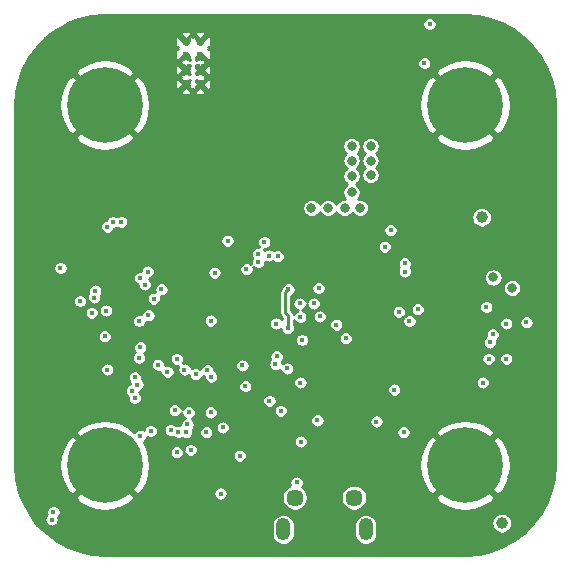
<source format=gbr>
%TF.GenerationSoftware,KiCad,Pcbnew,(5.1.6-0-10_14)*%
%TF.CreationDate,2020-11-09T18:58:44+11:00*%
%TF.ProjectId,spartan_mk1,73706172-7461-46e5-9f6d-6b312e6b6963,rev?*%
%TF.SameCoordinates,Original*%
%TF.FileFunction,Copper,L2,Inr*%
%TF.FilePolarity,Positive*%
%FSLAX46Y46*%
G04 Gerber Fmt 4.6, Leading zero omitted, Abs format (unit mm)*
G04 Created by KiCad (PCBNEW (5.1.6-0-10_14)) date 2020-11-09 18:58:44*
%MOMM*%
%LPD*%
G01*
G04 APERTURE LIST*
%TA.AperFunction,ViaPad*%
%ADD10C,1.450000*%
%TD*%
%TA.AperFunction,ViaPad*%
%ADD11O,1.200000X1.900000*%
%TD*%
%TA.AperFunction,ViaPad*%
%ADD12C,6.400000*%
%TD*%
%TA.AperFunction,ViaPad*%
%ADD13C,0.800000*%
%TD*%
%TA.AperFunction,ViaPad*%
%ADD14C,0.600000*%
%TD*%
%TA.AperFunction,ViaPad*%
%ADD15C,0.450000*%
%TD*%
%TA.AperFunction,ViaPad*%
%ADD16C,1.000000*%
%TD*%
%TA.AperFunction,Conductor*%
%ADD17C,0.250000*%
%TD*%
%TA.AperFunction,Conductor*%
%ADD18C,0.254000*%
%TD*%
G04 APERTURE END LIST*
D10*
%TO.N,Net-(J1-Pad6)*%
%TO.C,J1*%
X76100000Y-93237500D03*
X81100000Y-93237500D03*
D11*
X75100000Y-95937500D03*
X82100000Y-95937500D03*
%TD*%
D12*
%TO.N,GND*%
%TO.C,H3*%
X90500000Y-60000000D03*
D13*
X92900000Y-60000000D03*
X92197056Y-61697056D03*
X90500000Y-62400000D03*
X88802944Y-61697056D03*
X88100000Y-60000000D03*
X88802944Y-58302944D03*
X90500000Y-57600000D03*
X92197056Y-58302944D03*
%TD*%
D12*
%TO.N,GND*%
%TO.C,H1*%
X90500000Y-90500000D03*
D13*
X92900000Y-90500000D03*
X92197056Y-92197056D03*
X90500000Y-92900000D03*
X88802944Y-92197056D03*
X88100000Y-90500000D03*
X88802944Y-88802944D03*
X90500000Y-88100000D03*
X92197056Y-88802944D03*
%TD*%
%TO.N,GND*%
%TO.C,H2*%
X61697056Y-88802944D03*
X60000000Y-88100000D03*
X58302944Y-88802944D03*
X57600000Y-90500000D03*
X58302944Y-92197056D03*
X60000000Y-92900000D03*
X61697056Y-92197056D03*
X62400000Y-90500000D03*
D12*
X60000000Y-90500000D03*
%TD*%
D13*
%TO.N,GND*%
%TO.C,H4*%
X61697056Y-58302944D03*
X60000000Y-57600000D03*
X58302944Y-58302944D03*
X57600000Y-60000000D03*
X58302944Y-61697056D03*
X60000000Y-62400000D03*
X61697056Y-61697056D03*
X62400000Y-60000000D03*
D12*
X60000000Y-60000000D03*
%TD*%
D14*
%TO.N,GND*%
%TO.C,U6*%
X68061000Y-58236000D03*
X68061000Y-57036000D03*
X66861000Y-57036000D03*
X66861000Y-58236000D03*
X68061000Y-54636000D03*
X68061000Y-55736000D03*
X66861000Y-55736000D03*
X66861000Y-54636000D03*
%TD*%
D13*
%TO.N,+3V3*%
X81600000Y-68700000D03*
X80300000Y-68700000D03*
X78900000Y-68700000D03*
X77500000Y-68700000D03*
X82500000Y-65900000D03*
X80900000Y-66000000D03*
X80900000Y-67400000D03*
X82500000Y-64700000D03*
X80900000Y-64700000D03*
D15*
X87050000Y-56450000D03*
D13*
X80900000Y-63500000D03*
X82500000Y-63500000D03*
D15*
X60200000Y-70300000D03*
X64800000Y-75600000D03*
X73000000Y-72600000D03*
X59192105Y-75717810D03*
X62300000Y-84200000D03*
X66872712Y-87700530D03*
X63900000Y-87600000D03*
X63000000Y-88000000D03*
X65581002Y-87521814D03*
X64500000Y-82000000D03*
X86500000Y-77300000D03*
X78200000Y-77900000D03*
X83700000Y-72000000D03*
X83000000Y-86800000D03*
X84500000Y-84100000D03*
X78100000Y-75500000D03*
X73000000Y-73300000D03*
X60700000Y-69900000D03*
X61400000Y-69900000D03*
X59100000Y-76300000D03*
X60200000Y-82400000D03*
X64150000Y-76400000D03*
X73900000Y-72750000D03*
X74650000Y-72800000D03*
X63700000Y-77800000D03*
X84900000Y-77500000D03*
X85800000Y-78300000D03*
X79600000Y-78600000D03*
D13*
X94500000Y-75500000D03*
X92900000Y-74600000D03*
D15*
X71900000Y-83800000D03*
D13*
%TO.N,GND*%
X79400000Y-58300000D03*
X81550000Y-58300000D03*
X77900000Y-60600000D03*
D15*
X75050000Y-64450000D03*
X66700000Y-66700000D03*
X72100000Y-69450000D03*
X64500000Y-68850000D03*
D13*
X65100000Y-67050000D03*
D15*
X63600000Y-68750000D03*
D13*
X86700000Y-67650000D03*
D15*
X88800000Y-66550000D03*
D13*
X86700000Y-69400000D03*
X83700000Y-69500000D03*
D15*
X61400000Y-85200000D03*
X60300000Y-85200000D03*
X75600000Y-90200000D03*
X59200000Y-75000000D03*
X62100000Y-94300000D03*
X57700000Y-97100000D03*
X65574573Y-71466525D03*
X86700000Y-76200000D03*
X81000000Y-72000000D03*
X85200000Y-72300000D03*
X64450003Y-77600000D03*
X69300000Y-80200000D03*
X69300000Y-79000000D03*
X69300000Y-77700000D03*
X69300000Y-76400000D03*
X80600000Y-84800000D03*
X80500000Y-84100000D03*
X83800000Y-80800000D03*
X81000000Y-78300000D03*
X64000000Y-94100000D03*
D13*
X56400000Y-68800000D03*
X53400000Y-72400000D03*
X54900000Y-72400000D03*
X56400000Y-72400000D03*
X56400000Y-70600000D03*
D15*
X59000000Y-79800000D03*
X56500000Y-84400000D03*
X87700000Y-84100000D03*
X87700000Y-81200000D03*
X66100000Y-71700000D03*
X62400000Y-69700000D03*
X62500000Y-69000000D03*
X64900000Y-69900000D03*
X59600000Y-74600000D03*
X60300000Y-74400000D03*
X60900000Y-85700000D03*
X74000000Y-89000000D03*
X64000000Y-93400000D03*
X64700000Y-93100000D03*
X61900000Y-95300000D03*
X61200000Y-94200000D03*
X57000000Y-96900000D03*
X56700000Y-96100000D03*
X87700000Y-67700000D03*
X86100000Y-74300000D03*
X86900000Y-74400000D03*
X87400000Y-75600000D03*
X87000000Y-76800000D03*
X70500000Y-80800000D03*
X70550000Y-79550000D03*
X66850000Y-78150000D03*
X80500000Y-77850000D03*
X75400000Y-72850000D03*
X75700000Y-73449980D03*
X78400000Y-73200000D03*
X79100000Y-72600000D03*
X91200000Y-74000000D03*
X91500000Y-72000000D03*
X90800000Y-72400000D03*
D13*
X96800000Y-69100000D03*
X97300000Y-65700000D03*
D15*
X92600000Y-55400000D03*
X93200000Y-54800000D03*
X93200000Y-53700000D03*
D13*
X94475000Y-89456240D03*
X94475000Y-91496009D03*
D15*
X79612500Y-92169791D03*
X80300000Y-92000000D03*
X64800000Y-68100000D03*
D13*
X69800000Y-59600000D03*
D15*
X72400000Y-71200000D03*
X72200000Y-70400000D03*
X71500000Y-71500000D03*
X74500000Y-70200000D03*
X66200000Y-91800000D03*
D13*
X67400000Y-61000000D03*
X61000000Y-53700000D03*
X61000000Y-52800000D03*
X95700000Y-75400000D03*
X95300000Y-72700000D03*
X94475000Y-87800000D03*
D15*
X58200000Y-85000000D03*
X59200000Y-85500000D03*
X75400000Y-84500000D03*
X72400000Y-86000000D03*
X72800000Y-85600000D03*
D16*
%TO.N,+5V*%
X93600000Y-95400000D03*
X91900000Y-69500000D03*
D15*
%TO.N,/V_USB*%
X76244669Y-91955331D03*
X76600000Y-88500000D03*
%TO.N,/SBUS_TX*%
X69000000Y-83000000D03*
X85300000Y-87700000D03*
%TO.N,/UART2_RX*%
X63000000Y-74650003D03*
X95700000Y-78400000D03*
%TO.N,/UART2_TX*%
X92300000Y-77100000D03*
X63648383Y-74100003D03*
%TO.N,/UART3_TX*%
X74448570Y-81947977D03*
X92500000Y-81500000D03*
%TO.N,/UART3_RX*%
X74551667Y-81273256D03*
X94000000Y-78500000D03*
X68665577Y-82442628D03*
X70000000Y-87300000D03*
%TO.N,/UART5_TX*%
X92000000Y-83500000D03*
X76559891Y-83499974D03*
%TO.N,/UART5_RX*%
X94000000Y-81500000D03*
X75450000Y-82299999D03*
%TO.N,/GPIO_1*%
X55500000Y-95100000D03*
X92863909Y-79413909D03*
X75550000Y-75600000D03*
X75500000Y-78900000D03*
%TO.N,/GPIO_2*%
X55650000Y-94450000D03*
X80400000Y-79750000D03*
X71650000Y-82050000D03*
X92600000Y-80100000D03*
%TO.N,/GEN_ADC*%
X63400000Y-75200003D03*
X56250000Y-73800000D03*
%TO.N,/SWDIO*%
X78000000Y-86700000D03*
X74900000Y-85900000D03*
%TO.N,/NRST*%
X68965577Y-78257372D03*
X76700000Y-79900000D03*
X70400000Y-71500000D03*
X69300000Y-74200000D03*
%TO.N,/ESC_DSHOT_1*%
X67000000Y-87050000D03*
X67275000Y-89200000D03*
%TO.N,/ESC_DSHOT_3*%
X66750000Y-82400000D03*
X68595919Y-87704081D03*
%TO.N,/ESC_DSHOT_4*%
X66100000Y-81500000D03*
X69800000Y-92900000D03*
%TO.N,/SPI_ESC_SCK*%
X57900000Y-76600000D03*
%TO.N,/SPI_ESC_MOSI*%
X58900000Y-77600000D03*
%TO.N,/SPI_ESC_MISO*%
X60100000Y-77400000D03*
%TO.N,/ESC_1_CS*%
X66216963Y-87699027D03*
X67100000Y-86000000D03*
X65300000Y-82600000D03*
%TO.N,/ESC_2_CS*%
X62552262Y-83050000D03*
%TO.N,/ESC_3_CS*%
X62763095Y-83675638D03*
%TO.N,/ESC_4_CS*%
X62541404Y-84803512D03*
%TO.N,/SBUS_RX*%
X68977199Y-86022801D03*
X73935999Y-85050001D03*
%TO.N,/GYRO_SCL*%
X77700000Y-76800000D03*
X76550000Y-77950000D03*
%TO.N,/EEPROM_SDA*%
X62900000Y-81400000D03*
%TO.N,/EEPROM_SCL*%
X63000000Y-80500000D03*
%TO.N,/BUZZER*%
X76500000Y-76800000D03*
X74500000Y-78500000D03*
%TO.N,BOOT0*%
X87500000Y-53150000D03*
X84200000Y-70600000D03*
%TO.N,/GYRO_FSYNC*%
X85400000Y-74100000D03*
X62900000Y-78300000D03*
%TO.N,/GYRO_INT*%
X85400000Y-73400000D03*
X60000000Y-79585998D03*
%TO.N,/CURR_SENSE*%
X67700000Y-82800000D03*
X71425000Y-89700000D03*
%TO.N,/STM32 Controller/USER_LED_1*%
X72000000Y-73900000D03*
X73500000Y-71600000D03*
%TO.N,/STM32 Controller/USER_LED_2*%
X65930000Y-85840000D03*
X66100000Y-89400000D03*
%TD*%
D17*
%TO.N,/GPIO_1*%
X75500000Y-78900000D02*
X75500000Y-77800000D01*
X75500000Y-77800000D02*
X75300000Y-77600000D01*
X75300000Y-75850000D02*
X75550000Y-75600000D01*
X75300000Y-77600000D02*
X75300000Y-75850000D01*
%TD*%
D18*
%TO.N,GND*%
G36*
X91569856Y-52482766D02*
G01*
X92618376Y-52708507D01*
X93624620Y-53079730D01*
X94568519Y-53589029D01*
X95431246Y-54226247D01*
X96195583Y-54978672D01*
X96846271Y-55831278D01*
X97370339Y-56767071D01*
X97757321Y-57767356D01*
X97999501Y-58812191D01*
X98093151Y-59893491D01*
X98094001Y-60001661D01*
X98094000Y-90485646D01*
X98017234Y-91569856D01*
X97791493Y-92618375D01*
X97420269Y-93624623D01*
X96910967Y-94568524D01*
X96273749Y-95431250D01*
X95521328Y-96195583D01*
X94668722Y-96846272D01*
X93732931Y-97370338D01*
X92732644Y-97757321D01*
X91687809Y-97999501D01*
X90606510Y-98093151D01*
X90498466Y-98094000D01*
X60014354Y-98094000D01*
X58930144Y-98017234D01*
X57881625Y-97791493D01*
X56875377Y-97420269D01*
X55931476Y-96910967D01*
X55068750Y-96273749D01*
X54304417Y-95521328D01*
X53937319Y-95040314D01*
X54894000Y-95040314D01*
X54894000Y-95159686D01*
X54917288Y-95276764D01*
X54962970Y-95387049D01*
X55029289Y-95486302D01*
X55113698Y-95570711D01*
X55212951Y-95637030D01*
X55323236Y-95682712D01*
X55440314Y-95706000D01*
X55559686Y-95706000D01*
X55676764Y-95682712D01*
X55787049Y-95637030D01*
X55886302Y-95570711D01*
X55917700Y-95539313D01*
X74119000Y-95539313D01*
X74119000Y-96335686D01*
X74133195Y-96479809D01*
X74189289Y-96664728D01*
X74280382Y-96835151D01*
X74402972Y-96984528D01*
X74552349Y-97107118D01*
X74722771Y-97198211D01*
X74907690Y-97254305D01*
X75100000Y-97273246D01*
X75292309Y-97254305D01*
X75477228Y-97198211D01*
X75647651Y-97107118D01*
X75797028Y-96984528D01*
X75919618Y-96835151D01*
X76010711Y-96664729D01*
X76066805Y-96479810D01*
X76081000Y-96335687D01*
X76081000Y-95539314D01*
X81119000Y-95539314D01*
X81119000Y-96335687D01*
X81133195Y-96479810D01*
X81189290Y-96664729D01*
X81280383Y-96835151D01*
X81402973Y-96984528D01*
X81552350Y-97107118D01*
X81722772Y-97198211D01*
X81907691Y-97254305D01*
X82100000Y-97273246D01*
X82292310Y-97254305D01*
X82477229Y-97198211D01*
X82647651Y-97107118D01*
X82797028Y-96984528D01*
X82919618Y-96835151D01*
X83010711Y-96664729D01*
X83066805Y-96479809D01*
X83081000Y-96335686D01*
X83081000Y-95539313D01*
X83066805Y-95395190D01*
X83041943Y-95313229D01*
X92719000Y-95313229D01*
X92719000Y-95486771D01*
X92752856Y-95656978D01*
X92819268Y-95817310D01*
X92915682Y-95961605D01*
X93038395Y-96084318D01*
X93182690Y-96180732D01*
X93343022Y-96247144D01*
X93513229Y-96281000D01*
X93686771Y-96281000D01*
X93856978Y-96247144D01*
X94017310Y-96180732D01*
X94161605Y-96084318D01*
X94284318Y-95961605D01*
X94380732Y-95817310D01*
X94447144Y-95656978D01*
X94481000Y-95486771D01*
X94481000Y-95313229D01*
X94447144Y-95143022D01*
X94380732Y-94982690D01*
X94284318Y-94838395D01*
X94161605Y-94715682D01*
X94017310Y-94619268D01*
X93856978Y-94552856D01*
X93686771Y-94519000D01*
X93513229Y-94519000D01*
X93343022Y-94552856D01*
X93182690Y-94619268D01*
X93038395Y-94715682D01*
X92915682Y-94838395D01*
X92819268Y-94982690D01*
X92752856Y-95143022D01*
X92719000Y-95313229D01*
X83041943Y-95313229D01*
X83010711Y-95210271D01*
X82919618Y-95039849D01*
X82797028Y-94890472D01*
X82647651Y-94767882D01*
X82477228Y-94676789D01*
X82292309Y-94620695D01*
X82100000Y-94601754D01*
X81907690Y-94620695D01*
X81722771Y-94676789D01*
X81552349Y-94767882D01*
X81402972Y-94890472D01*
X81280382Y-95039849D01*
X81189289Y-95210272D01*
X81133195Y-95395191D01*
X81119000Y-95539314D01*
X76081000Y-95539314D01*
X76066805Y-95395191D01*
X76010711Y-95210271D01*
X75919618Y-95039849D01*
X75797028Y-94890472D01*
X75647651Y-94767882D01*
X75477229Y-94676789D01*
X75292310Y-94620695D01*
X75100000Y-94601754D01*
X74907691Y-94620695D01*
X74722772Y-94676789D01*
X74552350Y-94767882D01*
X74402973Y-94890472D01*
X74280383Y-95039849D01*
X74189290Y-95210271D01*
X74133195Y-95395190D01*
X74119000Y-95539313D01*
X55917700Y-95539313D01*
X55970711Y-95486302D01*
X56037030Y-95387049D01*
X56082712Y-95276764D01*
X56106000Y-95159686D01*
X56106000Y-95040314D01*
X56082712Y-94923236D01*
X56068379Y-94888634D01*
X56120711Y-94836302D01*
X56187030Y-94737049D01*
X56232712Y-94626764D01*
X56256000Y-94509686D01*
X56256000Y-94390314D01*
X56232712Y-94273236D01*
X56187030Y-94162951D01*
X56120711Y-94063698D01*
X56036302Y-93979289D01*
X55937049Y-93912970D01*
X55826764Y-93867288D01*
X55709686Y-93844000D01*
X55590314Y-93844000D01*
X55473236Y-93867288D01*
X55362951Y-93912970D01*
X55263698Y-93979289D01*
X55179289Y-94063698D01*
X55112970Y-94162951D01*
X55067288Y-94273236D01*
X55044000Y-94390314D01*
X55044000Y-94509686D01*
X55067288Y-94626764D01*
X55081621Y-94661366D01*
X55029289Y-94713698D01*
X54962970Y-94812951D01*
X54917288Y-94923236D01*
X54894000Y-95040314D01*
X53937319Y-95040314D01*
X53653728Y-94668722D01*
X53129662Y-93732931D01*
X52923827Y-93200881D01*
X57478724Y-93200881D01*
X57838912Y-93690548D01*
X58502882Y-94050849D01*
X59224385Y-94274694D01*
X59975695Y-94353480D01*
X60727938Y-94284178D01*
X61452208Y-94069452D01*
X62120670Y-93717555D01*
X62161088Y-93690548D01*
X62521276Y-93200881D01*
X60000000Y-90679605D01*
X57478724Y-93200881D01*
X52923827Y-93200881D01*
X52742679Y-92732644D01*
X52500499Y-91687809D01*
X52406849Y-90606510D01*
X52406000Y-90498466D01*
X52406000Y-90475695D01*
X56146520Y-90475695D01*
X56215822Y-91227938D01*
X56430548Y-91952208D01*
X56782445Y-92620670D01*
X56809452Y-92661088D01*
X57299119Y-93021276D01*
X59820395Y-90500000D01*
X57299119Y-87978724D01*
X56809452Y-88338912D01*
X56449151Y-89002882D01*
X56225306Y-89724385D01*
X56146520Y-90475695D01*
X52406000Y-90475695D01*
X52406000Y-87799119D01*
X57478724Y-87799119D01*
X60000000Y-90320395D01*
X60014143Y-90306253D01*
X60193748Y-90485858D01*
X60179605Y-90500000D01*
X62700881Y-93021276D01*
X62946894Y-92840314D01*
X69194000Y-92840314D01*
X69194000Y-92959686D01*
X69217288Y-93076764D01*
X69262970Y-93187049D01*
X69329289Y-93286302D01*
X69413698Y-93370711D01*
X69512951Y-93437030D01*
X69623236Y-93482712D01*
X69740314Y-93506000D01*
X69859686Y-93506000D01*
X69976764Y-93482712D01*
X70087049Y-93437030D01*
X70186302Y-93370711D01*
X70270711Y-93286302D01*
X70337030Y-93187049D01*
X70361253Y-93128569D01*
X74994000Y-93128569D01*
X74994000Y-93346431D01*
X75036503Y-93560108D01*
X75119876Y-93761387D01*
X75240914Y-93942534D01*
X75394966Y-94096586D01*
X75576113Y-94217624D01*
X75777392Y-94300997D01*
X75991069Y-94343500D01*
X76208931Y-94343500D01*
X76422608Y-94300997D01*
X76623887Y-94217624D01*
X76805034Y-94096586D01*
X76959086Y-93942534D01*
X77080124Y-93761387D01*
X77163497Y-93560108D01*
X77206000Y-93346431D01*
X77206000Y-93128569D01*
X79994000Y-93128569D01*
X79994000Y-93346431D01*
X80036503Y-93560108D01*
X80119876Y-93761387D01*
X80240914Y-93942534D01*
X80394966Y-94096586D01*
X80576113Y-94217624D01*
X80777392Y-94300997D01*
X80991069Y-94343500D01*
X81208931Y-94343500D01*
X81422608Y-94300997D01*
X81623887Y-94217624D01*
X81805034Y-94096586D01*
X81959086Y-93942534D01*
X82080124Y-93761387D01*
X82163497Y-93560108D01*
X82206000Y-93346431D01*
X82206000Y-93200881D01*
X87978724Y-93200881D01*
X88338912Y-93690548D01*
X89002882Y-94050849D01*
X89724385Y-94274694D01*
X90475695Y-94353480D01*
X91227938Y-94284178D01*
X91952208Y-94069452D01*
X92620670Y-93717555D01*
X92661088Y-93690548D01*
X93021276Y-93200881D01*
X90500000Y-90679605D01*
X87978724Y-93200881D01*
X82206000Y-93200881D01*
X82206000Y-93128569D01*
X82163497Y-92914892D01*
X82080124Y-92713613D01*
X81959086Y-92532466D01*
X81805034Y-92378414D01*
X81623887Y-92257376D01*
X81422608Y-92174003D01*
X81208931Y-92131500D01*
X80991069Y-92131500D01*
X80777392Y-92174003D01*
X80576113Y-92257376D01*
X80394966Y-92378414D01*
X80240914Y-92532466D01*
X80119876Y-92713613D01*
X80036503Y-92914892D01*
X79994000Y-93128569D01*
X77206000Y-93128569D01*
X77163497Y-92914892D01*
X77080124Y-92713613D01*
X76959086Y-92532466D01*
X76805034Y-92378414D01*
X76726062Y-92325647D01*
X76781699Y-92242380D01*
X76827381Y-92132095D01*
X76850669Y-92015017D01*
X76850669Y-91895645D01*
X76827381Y-91778567D01*
X76781699Y-91668282D01*
X76715380Y-91569029D01*
X76630971Y-91484620D01*
X76531718Y-91418301D01*
X76421433Y-91372619D01*
X76304355Y-91349331D01*
X76184983Y-91349331D01*
X76067905Y-91372619D01*
X75957620Y-91418301D01*
X75858367Y-91484620D01*
X75773958Y-91569029D01*
X75707639Y-91668282D01*
X75661957Y-91778567D01*
X75638669Y-91895645D01*
X75638669Y-92015017D01*
X75661957Y-92132095D01*
X75693679Y-92208678D01*
X75576113Y-92257376D01*
X75394966Y-92378414D01*
X75240914Y-92532466D01*
X75119876Y-92713613D01*
X75036503Y-92914892D01*
X74994000Y-93128569D01*
X70361253Y-93128569D01*
X70382712Y-93076764D01*
X70406000Y-92959686D01*
X70406000Y-92840314D01*
X70382712Y-92723236D01*
X70337030Y-92612951D01*
X70270711Y-92513698D01*
X70186302Y-92429289D01*
X70087049Y-92362970D01*
X69976764Y-92317288D01*
X69859686Y-92294000D01*
X69740314Y-92294000D01*
X69623236Y-92317288D01*
X69512951Y-92362970D01*
X69413698Y-92429289D01*
X69329289Y-92513698D01*
X69262970Y-92612951D01*
X69217288Y-92723236D01*
X69194000Y-92840314D01*
X62946894Y-92840314D01*
X63190548Y-92661088D01*
X63550849Y-91997118D01*
X63774694Y-91275615D01*
X63853480Y-90524305D01*
X63849002Y-90475695D01*
X86646520Y-90475695D01*
X86715822Y-91227938D01*
X86930548Y-91952208D01*
X87282445Y-92620670D01*
X87309452Y-92661088D01*
X87799119Y-93021276D01*
X90320395Y-90500000D01*
X90679605Y-90500000D01*
X93200881Y-93021276D01*
X93690548Y-92661088D01*
X94050849Y-91997118D01*
X94274694Y-91275615D01*
X94353480Y-90524305D01*
X94284178Y-89772062D01*
X94069452Y-89047792D01*
X93717555Y-88379330D01*
X93690548Y-88338912D01*
X93200881Y-87978724D01*
X90679605Y-90500000D01*
X90320395Y-90500000D01*
X87799119Y-87978724D01*
X87309452Y-88338912D01*
X86949151Y-89002882D01*
X86725306Y-89724385D01*
X86646520Y-90475695D01*
X63849002Y-90475695D01*
X63784178Y-89772062D01*
X63656177Y-89340314D01*
X65494000Y-89340314D01*
X65494000Y-89459686D01*
X65517288Y-89576764D01*
X65562970Y-89687049D01*
X65629289Y-89786302D01*
X65713698Y-89870711D01*
X65812951Y-89937030D01*
X65923236Y-89982712D01*
X66040314Y-90006000D01*
X66159686Y-90006000D01*
X66276764Y-89982712D01*
X66387049Y-89937030D01*
X66486302Y-89870711D01*
X66570711Y-89786302D01*
X66637030Y-89687049D01*
X66682712Y-89576764D01*
X66706000Y-89459686D01*
X66706000Y-89409867D01*
X66737970Y-89487049D01*
X66804289Y-89586302D01*
X66888698Y-89670711D01*
X66987951Y-89737030D01*
X67098236Y-89782712D01*
X67215314Y-89806000D01*
X67334686Y-89806000D01*
X67451764Y-89782712D01*
X67562049Y-89737030D01*
X67661302Y-89670711D01*
X67691699Y-89640314D01*
X70819000Y-89640314D01*
X70819000Y-89759686D01*
X70842288Y-89876764D01*
X70887970Y-89987049D01*
X70954289Y-90086302D01*
X71038698Y-90170711D01*
X71137951Y-90237030D01*
X71248236Y-90282712D01*
X71365314Y-90306000D01*
X71484686Y-90306000D01*
X71601764Y-90282712D01*
X71712049Y-90237030D01*
X71811302Y-90170711D01*
X71895711Y-90086302D01*
X71962030Y-89987049D01*
X72007712Y-89876764D01*
X72031000Y-89759686D01*
X72031000Y-89640314D01*
X72007712Y-89523236D01*
X71962030Y-89412951D01*
X71895711Y-89313698D01*
X71811302Y-89229289D01*
X71712049Y-89162970D01*
X71601764Y-89117288D01*
X71484686Y-89094000D01*
X71365314Y-89094000D01*
X71248236Y-89117288D01*
X71137951Y-89162970D01*
X71038698Y-89229289D01*
X70954289Y-89313698D01*
X70887970Y-89412951D01*
X70842288Y-89523236D01*
X70819000Y-89640314D01*
X67691699Y-89640314D01*
X67745711Y-89586302D01*
X67812030Y-89487049D01*
X67857712Y-89376764D01*
X67881000Y-89259686D01*
X67881000Y-89140314D01*
X67857712Y-89023236D01*
X67812030Y-88912951D01*
X67745711Y-88813698D01*
X67661302Y-88729289D01*
X67562049Y-88662970D01*
X67451764Y-88617288D01*
X67334686Y-88594000D01*
X67215314Y-88594000D01*
X67098236Y-88617288D01*
X66987951Y-88662970D01*
X66888698Y-88729289D01*
X66804289Y-88813698D01*
X66737970Y-88912951D01*
X66692288Y-89023236D01*
X66669000Y-89140314D01*
X66669000Y-89190133D01*
X66637030Y-89112951D01*
X66570711Y-89013698D01*
X66486302Y-88929289D01*
X66387049Y-88862970D01*
X66276764Y-88817288D01*
X66159686Y-88794000D01*
X66040314Y-88794000D01*
X65923236Y-88817288D01*
X65812951Y-88862970D01*
X65713698Y-88929289D01*
X65629289Y-89013698D01*
X65562970Y-89112951D01*
X65517288Y-89223236D01*
X65494000Y-89340314D01*
X63656177Y-89340314D01*
X63569452Y-89047792D01*
X63297054Y-88530345D01*
X63386302Y-88470711D01*
X63416699Y-88440314D01*
X75994000Y-88440314D01*
X75994000Y-88559686D01*
X76017288Y-88676764D01*
X76062970Y-88787049D01*
X76129289Y-88886302D01*
X76213698Y-88970711D01*
X76312951Y-89037030D01*
X76423236Y-89082712D01*
X76540314Y-89106000D01*
X76659686Y-89106000D01*
X76776764Y-89082712D01*
X76887049Y-89037030D01*
X76986302Y-88970711D01*
X77070711Y-88886302D01*
X77137030Y-88787049D01*
X77182712Y-88676764D01*
X77206000Y-88559686D01*
X77206000Y-88440314D01*
X77182712Y-88323236D01*
X77137030Y-88212951D01*
X77070711Y-88113698D01*
X76986302Y-88029289D01*
X76887049Y-87962970D01*
X76776764Y-87917288D01*
X76659686Y-87894000D01*
X76540314Y-87894000D01*
X76423236Y-87917288D01*
X76312951Y-87962970D01*
X76213698Y-88029289D01*
X76129289Y-88113698D01*
X76062970Y-88212951D01*
X76017288Y-88323236D01*
X75994000Y-88440314D01*
X63416699Y-88440314D01*
X63470711Y-88386302D01*
X63537030Y-88287049D01*
X63582712Y-88176764D01*
X63593236Y-88123857D01*
X63612951Y-88137030D01*
X63723236Y-88182712D01*
X63840314Y-88206000D01*
X63959686Y-88206000D01*
X64076764Y-88182712D01*
X64187049Y-88137030D01*
X64286302Y-88070711D01*
X64370711Y-87986302D01*
X64437030Y-87887049D01*
X64482712Y-87776764D01*
X64506000Y-87659686D01*
X64506000Y-87540314D01*
X64490449Y-87462128D01*
X64975002Y-87462128D01*
X64975002Y-87581500D01*
X64998290Y-87698578D01*
X65043972Y-87808863D01*
X65110291Y-87908116D01*
X65194700Y-87992525D01*
X65293953Y-88058844D01*
X65404238Y-88104526D01*
X65521316Y-88127814D01*
X65640688Y-88127814D01*
X65757766Y-88104526D01*
X65763199Y-88102276D01*
X65830661Y-88169738D01*
X65929914Y-88236057D01*
X66040199Y-88281739D01*
X66157277Y-88305027D01*
X66276649Y-88305027D01*
X66393727Y-88281739D01*
X66504012Y-88236057D01*
X66543713Y-88209530D01*
X66585663Y-88237560D01*
X66695948Y-88283242D01*
X66813026Y-88306530D01*
X66932398Y-88306530D01*
X67049476Y-88283242D01*
X67159761Y-88237560D01*
X67259014Y-88171241D01*
X67343423Y-88086832D01*
X67409742Y-87987579D01*
X67455424Y-87877294D01*
X67478712Y-87760216D01*
X67478712Y-87644395D01*
X67989919Y-87644395D01*
X67989919Y-87763767D01*
X68013207Y-87880845D01*
X68058889Y-87991130D01*
X68125208Y-88090383D01*
X68209617Y-88174792D01*
X68308870Y-88241111D01*
X68419155Y-88286793D01*
X68536233Y-88310081D01*
X68655605Y-88310081D01*
X68772683Y-88286793D01*
X68882968Y-88241111D01*
X68982221Y-88174792D01*
X69066630Y-88090383D01*
X69132949Y-87991130D01*
X69178631Y-87880845D01*
X69201919Y-87763767D01*
X69201919Y-87644395D01*
X69178631Y-87527317D01*
X69132949Y-87417032D01*
X69066630Y-87317779D01*
X68989165Y-87240314D01*
X69394000Y-87240314D01*
X69394000Y-87359686D01*
X69417288Y-87476764D01*
X69462970Y-87587049D01*
X69529289Y-87686302D01*
X69613698Y-87770711D01*
X69712951Y-87837030D01*
X69823236Y-87882712D01*
X69940314Y-87906000D01*
X70059686Y-87906000D01*
X70176764Y-87882712D01*
X70287049Y-87837030D01*
X70386302Y-87770711D01*
X70470711Y-87686302D01*
X70501439Y-87640314D01*
X84694000Y-87640314D01*
X84694000Y-87759686D01*
X84717288Y-87876764D01*
X84762970Y-87987049D01*
X84829289Y-88086302D01*
X84913698Y-88170711D01*
X85012951Y-88237030D01*
X85123236Y-88282712D01*
X85240314Y-88306000D01*
X85359686Y-88306000D01*
X85476764Y-88282712D01*
X85587049Y-88237030D01*
X85686302Y-88170711D01*
X85770711Y-88086302D01*
X85837030Y-87987049D01*
X85882712Y-87876764D01*
X85898156Y-87799119D01*
X87978724Y-87799119D01*
X90500000Y-90320395D01*
X93021276Y-87799119D01*
X92661088Y-87309452D01*
X91997118Y-86949151D01*
X91275615Y-86725306D01*
X90524305Y-86646520D01*
X89772062Y-86715822D01*
X89047792Y-86930548D01*
X88379330Y-87282445D01*
X88338912Y-87309452D01*
X87978724Y-87799119D01*
X85898156Y-87799119D01*
X85906000Y-87759686D01*
X85906000Y-87640314D01*
X85882712Y-87523236D01*
X85837030Y-87412951D01*
X85770711Y-87313698D01*
X85686302Y-87229289D01*
X85587049Y-87162970D01*
X85476764Y-87117288D01*
X85359686Y-87094000D01*
X85240314Y-87094000D01*
X85123236Y-87117288D01*
X85012951Y-87162970D01*
X84913698Y-87229289D01*
X84829289Y-87313698D01*
X84762970Y-87412951D01*
X84717288Y-87523236D01*
X84694000Y-87640314D01*
X70501439Y-87640314D01*
X70537030Y-87587049D01*
X70582712Y-87476764D01*
X70606000Y-87359686D01*
X70606000Y-87240314D01*
X70582712Y-87123236D01*
X70537030Y-87012951D01*
X70470711Y-86913698D01*
X70386302Y-86829289D01*
X70287049Y-86762970D01*
X70176764Y-86717288D01*
X70059686Y-86694000D01*
X69940314Y-86694000D01*
X69823236Y-86717288D01*
X69712951Y-86762970D01*
X69613698Y-86829289D01*
X69529289Y-86913698D01*
X69462970Y-87012951D01*
X69417288Y-87123236D01*
X69394000Y-87240314D01*
X68989165Y-87240314D01*
X68982221Y-87233370D01*
X68882968Y-87167051D01*
X68772683Y-87121369D01*
X68655605Y-87098081D01*
X68536233Y-87098081D01*
X68419155Y-87121369D01*
X68308870Y-87167051D01*
X68209617Y-87233370D01*
X68125208Y-87317779D01*
X68058889Y-87417032D01*
X68013207Y-87527317D01*
X67989919Y-87644395D01*
X67478712Y-87644395D01*
X67478712Y-87640844D01*
X67455424Y-87523766D01*
X67434284Y-87472729D01*
X67470711Y-87436302D01*
X67537030Y-87337049D01*
X67582712Y-87226764D01*
X67606000Y-87109686D01*
X67606000Y-86990314D01*
X67582712Y-86873236D01*
X67537030Y-86762951D01*
X67470711Y-86663698D01*
X67447327Y-86640314D01*
X77394000Y-86640314D01*
X77394000Y-86759686D01*
X77417288Y-86876764D01*
X77462970Y-86987049D01*
X77529289Y-87086302D01*
X77613698Y-87170711D01*
X77712951Y-87237030D01*
X77823236Y-87282712D01*
X77940314Y-87306000D01*
X78059686Y-87306000D01*
X78176764Y-87282712D01*
X78287049Y-87237030D01*
X78386302Y-87170711D01*
X78470711Y-87086302D01*
X78537030Y-86987049D01*
X78582712Y-86876764D01*
X78606000Y-86759686D01*
X78606000Y-86740314D01*
X82394000Y-86740314D01*
X82394000Y-86859686D01*
X82417288Y-86976764D01*
X82462970Y-87087049D01*
X82529289Y-87186302D01*
X82613698Y-87270711D01*
X82712951Y-87337030D01*
X82823236Y-87382712D01*
X82940314Y-87406000D01*
X83059686Y-87406000D01*
X83176764Y-87382712D01*
X83287049Y-87337030D01*
X83386302Y-87270711D01*
X83470711Y-87186302D01*
X83537030Y-87087049D01*
X83582712Y-86976764D01*
X83606000Y-86859686D01*
X83606000Y-86740314D01*
X83582712Y-86623236D01*
X83537030Y-86512951D01*
X83470711Y-86413698D01*
X83386302Y-86329289D01*
X83287049Y-86262970D01*
X83176764Y-86217288D01*
X83059686Y-86194000D01*
X82940314Y-86194000D01*
X82823236Y-86217288D01*
X82712951Y-86262970D01*
X82613698Y-86329289D01*
X82529289Y-86413698D01*
X82462970Y-86512951D01*
X82417288Y-86623236D01*
X82394000Y-86740314D01*
X78606000Y-86740314D01*
X78606000Y-86640314D01*
X78582712Y-86523236D01*
X78537030Y-86412951D01*
X78470711Y-86313698D01*
X78386302Y-86229289D01*
X78287049Y-86162970D01*
X78176764Y-86117288D01*
X78059686Y-86094000D01*
X77940314Y-86094000D01*
X77823236Y-86117288D01*
X77712951Y-86162970D01*
X77613698Y-86229289D01*
X77529289Y-86313698D01*
X77462970Y-86412951D01*
X77417288Y-86523236D01*
X77394000Y-86640314D01*
X67447327Y-86640314D01*
X67386302Y-86579289D01*
X67347546Y-86553393D01*
X67387049Y-86537030D01*
X67486302Y-86470711D01*
X67570711Y-86386302D01*
X67637030Y-86287049D01*
X67682712Y-86176764D01*
X67706000Y-86059686D01*
X67706000Y-85963115D01*
X68371199Y-85963115D01*
X68371199Y-86082487D01*
X68394487Y-86199565D01*
X68440169Y-86309850D01*
X68506488Y-86409103D01*
X68590897Y-86493512D01*
X68690150Y-86559831D01*
X68800435Y-86605513D01*
X68917513Y-86628801D01*
X69036885Y-86628801D01*
X69153963Y-86605513D01*
X69264248Y-86559831D01*
X69363501Y-86493512D01*
X69447910Y-86409103D01*
X69514229Y-86309850D01*
X69559911Y-86199565D01*
X69583199Y-86082487D01*
X69583199Y-85963115D01*
X69559911Y-85846037D01*
X69557541Y-85840314D01*
X74294000Y-85840314D01*
X74294000Y-85959686D01*
X74317288Y-86076764D01*
X74362970Y-86187049D01*
X74429289Y-86286302D01*
X74513698Y-86370711D01*
X74612951Y-86437030D01*
X74723236Y-86482712D01*
X74840314Y-86506000D01*
X74959686Y-86506000D01*
X75076764Y-86482712D01*
X75187049Y-86437030D01*
X75286302Y-86370711D01*
X75370711Y-86286302D01*
X75437030Y-86187049D01*
X75482712Y-86076764D01*
X75506000Y-85959686D01*
X75506000Y-85840314D01*
X75482712Y-85723236D01*
X75437030Y-85612951D01*
X75370711Y-85513698D01*
X75286302Y-85429289D01*
X75187049Y-85362970D01*
X75076764Y-85317288D01*
X74959686Y-85294000D01*
X74840314Y-85294000D01*
X74723236Y-85317288D01*
X74612951Y-85362970D01*
X74513698Y-85429289D01*
X74429289Y-85513698D01*
X74362970Y-85612951D01*
X74317288Y-85723236D01*
X74294000Y-85840314D01*
X69557541Y-85840314D01*
X69514229Y-85735752D01*
X69447910Y-85636499D01*
X69363501Y-85552090D01*
X69264248Y-85485771D01*
X69153963Y-85440089D01*
X69036885Y-85416801D01*
X68917513Y-85416801D01*
X68800435Y-85440089D01*
X68690150Y-85485771D01*
X68590897Y-85552090D01*
X68506488Y-85636499D01*
X68440169Y-85735752D01*
X68394487Y-85846037D01*
X68371199Y-85963115D01*
X67706000Y-85963115D01*
X67706000Y-85940314D01*
X67682712Y-85823236D01*
X67637030Y-85712951D01*
X67570711Y-85613698D01*
X67486302Y-85529289D01*
X67387049Y-85462970D01*
X67276764Y-85417288D01*
X67159686Y-85394000D01*
X67040314Y-85394000D01*
X66923236Y-85417288D01*
X66812951Y-85462970D01*
X66713698Y-85529289D01*
X66629289Y-85613698D01*
X66562970Y-85712951D01*
X66535697Y-85778792D01*
X66512712Y-85663236D01*
X66467030Y-85552951D01*
X66400711Y-85453698D01*
X66316302Y-85369289D01*
X66217049Y-85302970D01*
X66106764Y-85257288D01*
X65989686Y-85234000D01*
X65870314Y-85234000D01*
X65753236Y-85257288D01*
X65642951Y-85302970D01*
X65543698Y-85369289D01*
X65459289Y-85453698D01*
X65392970Y-85552951D01*
X65347288Y-85663236D01*
X65324000Y-85780314D01*
X65324000Y-85899686D01*
X65347288Y-86016764D01*
X65392970Y-86127049D01*
X65459289Y-86226302D01*
X65543698Y-86310711D01*
X65642951Y-86377030D01*
X65753236Y-86422712D01*
X65870314Y-86446000D01*
X65989686Y-86446000D01*
X66106764Y-86422712D01*
X66217049Y-86377030D01*
X66316302Y-86310711D01*
X66400711Y-86226302D01*
X66467030Y-86127049D01*
X66494303Y-86061208D01*
X66517288Y-86176764D01*
X66562970Y-86287049D01*
X66629289Y-86386302D01*
X66713698Y-86470711D01*
X66752454Y-86496607D01*
X66712951Y-86512970D01*
X66613698Y-86579289D01*
X66529289Y-86663698D01*
X66462970Y-86762951D01*
X66417288Y-86873236D01*
X66394000Y-86990314D01*
X66394000Y-87109686D01*
X66395461Y-87117033D01*
X66393727Y-87116315D01*
X66276649Y-87093027D01*
X66157277Y-87093027D01*
X66040199Y-87116315D01*
X66034766Y-87118565D01*
X65967304Y-87051103D01*
X65868051Y-86984784D01*
X65757766Y-86939102D01*
X65640688Y-86915814D01*
X65521316Y-86915814D01*
X65404238Y-86939102D01*
X65293953Y-86984784D01*
X65194700Y-87051103D01*
X65110291Y-87135512D01*
X65043972Y-87234765D01*
X64998290Y-87345050D01*
X64975002Y-87462128D01*
X64490449Y-87462128D01*
X64482712Y-87423236D01*
X64437030Y-87312951D01*
X64370711Y-87213698D01*
X64286302Y-87129289D01*
X64187049Y-87062970D01*
X64076764Y-87017288D01*
X63959686Y-86994000D01*
X63840314Y-86994000D01*
X63723236Y-87017288D01*
X63612951Y-87062970D01*
X63513698Y-87129289D01*
X63429289Y-87213698D01*
X63362970Y-87312951D01*
X63317288Y-87423236D01*
X63306764Y-87476143D01*
X63287049Y-87462970D01*
X63176764Y-87417288D01*
X63059686Y-87394000D01*
X62940314Y-87394000D01*
X62823236Y-87417288D01*
X62712951Y-87462970D01*
X62613698Y-87529289D01*
X62529289Y-87613698D01*
X62462970Y-87712951D01*
X62461141Y-87717367D01*
X62161088Y-87309452D01*
X61497118Y-86949151D01*
X60775615Y-86725306D01*
X60024305Y-86646520D01*
X59272062Y-86715822D01*
X58547792Y-86930548D01*
X57879330Y-87282445D01*
X57838912Y-87309452D01*
X57478724Y-87799119D01*
X52406000Y-87799119D01*
X52406000Y-84140314D01*
X61694000Y-84140314D01*
X61694000Y-84259686D01*
X61717288Y-84376764D01*
X61762970Y-84487049D01*
X61829289Y-84586302D01*
X61913698Y-84670711D01*
X61945695Y-84692091D01*
X61935404Y-84743826D01*
X61935404Y-84863198D01*
X61958692Y-84980276D01*
X62004374Y-85090561D01*
X62070693Y-85189814D01*
X62155102Y-85274223D01*
X62254355Y-85340542D01*
X62364640Y-85386224D01*
X62481718Y-85409512D01*
X62601090Y-85409512D01*
X62718168Y-85386224D01*
X62828453Y-85340542D01*
X62927706Y-85274223D01*
X63012115Y-85189814D01*
X63078434Y-85090561D01*
X63119957Y-84990315D01*
X73329999Y-84990315D01*
X73329999Y-85109687D01*
X73353287Y-85226765D01*
X73398969Y-85337050D01*
X73465288Y-85436303D01*
X73549697Y-85520712D01*
X73648950Y-85587031D01*
X73759235Y-85632713D01*
X73876313Y-85656001D01*
X73995685Y-85656001D01*
X74112763Y-85632713D01*
X74223048Y-85587031D01*
X74322301Y-85520712D01*
X74406710Y-85436303D01*
X74473029Y-85337050D01*
X74518711Y-85226765D01*
X74541999Y-85109687D01*
X74541999Y-84990315D01*
X74518711Y-84873237D01*
X74473029Y-84762952D01*
X74406710Y-84663699D01*
X74322301Y-84579290D01*
X74223048Y-84512971D01*
X74112763Y-84467289D01*
X73995685Y-84444001D01*
X73876313Y-84444001D01*
X73759235Y-84467289D01*
X73648950Y-84512971D01*
X73549697Y-84579290D01*
X73465288Y-84663699D01*
X73398969Y-84762952D01*
X73353287Y-84873237D01*
X73329999Y-84990315D01*
X63119957Y-84990315D01*
X63124116Y-84980276D01*
X63147404Y-84863198D01*
X63147404Y-84743826D01*
X63124116Y-84626748D01*
X63078434Y-84516463D01*
X63012115Y-84417210D01*
X62927706Y-84332801D01*
X62895709Y-84311421D01*
X62904882Y-84265307D01*
X62939859Y-84258350D01*
X63050144Y-84212668D01*
X63149397Y-84146349D01*
X63233806Y-84061940D01*
X63300125Y-83962687D01*
X63345807Y-83852402D01*
X63368102Y-83740314D01*
X71294000Y-83740314D01*
X71294000Y-83859686D01*
X71317288Y-83976764D01*
X71362970Y-84087049D01*
X71429289Y-84186302D01*
X71513698Y-84270711D01*
X71612951Y-84337030D01*
X71723236Y-84382712D01*
X71840314Y-84406000D01*
X71959686Y-84406000D01*
X72076764Y-84382712D01*
X72187049Y-84337030D01*
X72286302Y-84270711D01*
X72370711Y-84186302D01*
X72437030Y-84087049D01*
X72482712Y-83976764D01*
X72506000Y-83859686D01*
X72506000Y-83740314D01*
X72482712Y-83623236D01*
X72437030Y-83512951D01*
X72388478Y-83440288D01*
X75953891Y-83440288D01*
X75953891Y-83559660D01*
X75977179Y-83676738D01*
X76022861Y-83787023D01*
X76089180Y-83886276D01*
X76173589Y-83970685D01*
X76272842Y-84037004D01*
X76383127Y-84082686D01*
X76500205Y-84105974D01*
X76619577Y-84105974D01*
X76736655Y-84082686D01*
X76838949Y-84040314D01*
X83894000Y-84040314D01*
X83894000Y-84159686D01*
X83917288Y-84276764D01*
X83962970Y-84387049D01*
X84029289Y-84486302D01*
X84113698Y-84570711D01*
X84212951Y-84637030D01*
X84323236Y-84682712D01*
X84440314Y-84706000D01*
X84559686Y-84706000D01*
X84676764Y-84682712D01*
X84787049Y-84637030D01*
X84886302Y-84570711D01*
X84970711Y-84486302D01*
X85037030Y-84387049D01*
X85082712Y-84276764D01*
X85106000Y-84159686D01*
X85106000Y-84040314D01*
X85082712Y-83923236D01*
X85037030Y-83812951D01*
X84970711Y-83713698D01*
X84886302Y-83629289D01*
X84787049Y-83562970D01*
X84676764Y-83517288D01*
X84559686Y-83494000D01*
X84440314Y-83494000D01*
X84323236Y-83517288D01*
X84212951Y-83562970D01*
X84113698Y-83629289D01*
X84029289Y-83713698D01*
X83962970Y-83812951D01*
X83917288Y-83923236D01*
X83894000Y-84040314D01*
X76838949Y-84040314D01*
X76846940Y-84037004D01*
X76946193Y-83970685D01*
X77030602Y-83886276D01*
X77096921Y-83787023D01*
X77142603Y-83676738D01*
X77165891Y-83559660D01*
X77165891Y-83440314D01*
X91394000Y-83440314D01*
X91394000Y-83559686D01*
X91417288Y-83676764D01*
X91462970Y-83787049D01*
X91529289Y-83886302D01*
X91613698Y-83970711D01*
X91712951Y-84037030D01*
X91823236Y-84082712D01*
X91940314Y-84106000D01*
X92059686Y-84106000D01*
X92176764Y-84082712D01*
X92287049Y-84037030D01*
X92386302Y-83970711D01*
X92470711Y-83886302D01*
X92537030Y-83787049D01*
X92582712Y-83676764D01*
X92606000Y-83559686D01*
X92606000Y-83440314D01*
X92582712Y-83323236D01*
X92537030Y-83212951D01*
X92470711Y-83113698D01*
X92386302Y-83029289D01*
X92287049Y-82962970D01*
X92176764Y-82917288D01*
X92059686Y-82894000D01*
X91940314Y-82894000D01*
X91823236Y-82917288D01*
X91712951Y-82962970D01*
X91613698Y-83029289D01*
X91529289Y-83113698D01*
X91462970Y-83212951D01*
X91417288Y-83323236D01*
X91394000Y-83440314D01*
X77165891Y-83440314D01*
X77165891Y-83440288D01*
X77142603Y-83323210D01*
X77096921Y-83212925D01*
X77030602Y-83113672D01*
X76946193Y-83029263D01*
X76846940Y-82962944D01*
X76736655Y-82917262D01*
X76619577Y-82893974D01*
X76500205Y-82893974D01*
X76383127Y-82917262D01*
X76272842Y-82962944D01*
X76173589Y-83029263D01*
X76089180Y-83113672D01*
X76022861Y-83212925D01*
X75977179Y-83323210D01*
X75953891Y-83440288D01*
X72388478Y-83440288D01*
X72370711Y-83413698D01*
X72286302Y-83329289D01*
X72187049Y-83262970D01*
X72076764Y-83217288D01*
X71959686Y-83194000D01*
X71840314Y-83194000D01*
X71723236Y-83217288D01*
X71612951Y-83262970D01*
X71513698Y-83329289D01*
X71429289Y-83413698D01*
X71362970Y-83512951D01*
X71317288Y-83623236D01*
X71294000Y-83740314D01*
X63368102Y-83740314D01*
X63369095Y-83735324D01*
X63369095Y-83615952D01*
X63345807Y-83498874D01*
X63300125Y-83388589D01*
X63233806Y-83289336D01*
X63149397Y-83204927D01*
X63140500Y-83198982D01*
X63158262Y-83109686D01*
X63158262Y-82990314D01*
X63134974Y-82873236D01*
X63089292Y-82762951D01*
X63022973Y-82663698D01*
X62938564Y-82579289D01*
X62839311Y-82512970D01*
X62729026Y-82467288D01*
X62611948Y-82444000D01*
X62492576Y-82444000D01*
X62375498Y-82467288D01*
X62265213Y-82512970D01*
X62165960Y-82579289D01*
X62081551Y-82663698D01*
X62015232Y-82762951D01*
X61969550Y-82873236D01*
X61946262Y-82990314D01*
X61946262Y-83109686D01*
X61969550Y-83226764D01*
X62015232Y-83337049D01*
X62081551Y-83436302D01*
X62165960Y-83520711D01*
X62174857Y-83526656D01*
X62158213Y-83610331D01*
X62123236Y-83617288D01*
X62012951Y-83662970D01*
X61913698Y-83729289D01*
X61829289Y-83813698D01*
X61762970Y-83912951D01*
X61717288Y-84023236D01*
X61694000Y-84140314D01*
X52406000Y-84140314D01*
X52406000Y-82340314D01*
X59594000Y-82340314D01*
X59594000Y-82459686D01*
X59617288Y-82576764D01*
X59662970Y-82687049D01*
X59729289Y-82786302D01*
X59813698Y-82870711D01*
X59912951Y-82937030D01*
X60023236Y-82982712D01*
X60140314Y-83006000D01*
X60259686Y-83006000D01*
X60376764Y-82982712D01*
X60487049Y-82937030D01*
X60586302Y-82870711D01*
X60670711Y-82786302D01*
X60737030Y-82687049D01*
X60782712Y-82576764D01*
X60806000Y-82459686D01*
X60806000Y-82340314D01*
X60782712Y-82223236D01*
X60737030Y-82112951D01*
X60670711Y-82013698D01*
X60586302Y-81929289D01*
X60487049Y-81862970D01*
X60376764Y-81817288D01*
X60259686Y-81794000D01*
X60140314Y-81794000D01*
X60023236Y-81817288D01*
X59912951Y-81862970D01*
X59813698Y-81929289D01*
X59729289Y-82013698D01*
X59662970Y-82112951D01*
X59617288Y-82223236D01*
X59594000Y-82340314D01*
X52406000Y-82340314D01*
X52406000Y-81340314D01*
X62294000Y-81340314D01*
X62294000Y-81459686D01*
X62317288Y-81576764D01*
X62362970Y-81687049D01*
X62429289Y-81786302D01*
X62513698Y-81870711D01*
X62612951Y-81937030D01*
X62723236Y-81982712D01*
X62840314Y-82006000D01*
X62959686Y-82006000D01*
X63076764Y-81982712D01*
X63179120Y-81940314D01*
X63894000Y-81940314D01*
X63894000Y-82059686D01*
X63917288Y-82176764D01*
X63962970Y-82287049D01*
X64029289Y-82386302D01*
X64113698Y-82470711D01*
X64212951Y-82537030D01*
X64323236Y-82582712D01*
X64440314Y-82606000D01*
X64559686Y-82606000D01*
X64676764Y-82582712D01*
X64694000Y-82575573D01*
X64694000Y-82659686D01*
X64717288Y-82776764D01*
X64762970Y-82887049D01*
X64829289Y-82986302D01*
X64913698Y-83070711D01*
X65012951Y-83137030D01*
X65123236Y-83182712D01*
X65240314Y-83206000D01*
X65359686Y-83206000D01*
X65476764Y-83182712D01*
X65587049Y-83137030D01*
X65686302Y-83070711D01*
X65770711Y-82986302D01*
X65837030Y-82887049D01*
X65882712Y-82776764D01*
X65906000Y-82659686D01*
X65906000Y-82540314D01*
X65882712Y-82423236D01*
X65837030Y-82312951D01*
X65770711Y-82213698D01*
X65686302Y-82129289D01*
X65587049Y-82062970D01*
X65476764Y-82017288D01*
X65359686Y-81994000D01*
X65240314Y-81994000D01*
X65123236Y-82017288D01*
X65106000Y-82024427D01*
X65106000Y-81940314D01*
X65082712Y-81823236D01*
X65037030Y-81712951D01*
X64970711Y-81613698D01*
X64886302Y-81529289D01*
X64787049Y-81462970D01*
X64732354Y-81440314D01*
X65494000Y-81440314D01*
X65494000Y-81559686D01*
X65517288Y-81676764D01*
X65562970Y-81787049D01*
X65629289Y-81886302D01*
X65713698Y-81970711D01*
X65812951Y-82037030D01*
X65923236Y-82082712D01*
X66040314Y-82106000D01*
X66159686Y-82106000D01*
X66226494Y-82092711D01*
X66212970Y-82112951D01*
X66167288Y-82223236D01*
X66144000Y-82340314D01*
X66144000Y-82459686D01*
X66167288Y-82576764D01*
X66212970Y-82687049D01*
X66279289Y-82786302D01*
X66363698Y-82870711D01*
X66462951Y-82937030D01*
X66573236Y-82982712D01*
X66690314Y-83006000D01*
X66809686Y-83006000D01*
X66926764Y-82982712D01*
X67037049Y-82937030D01*
X67100898Y-82894367D01*
X67117288Y-82976764D01*
X67162970Y-83087049D01*
X67229289Y-83186302D01*
X67313698Y-83270711D01*
X67412951Y-83337030D01*
X67523236Y-83382712D01*
X67640314Y-83406000D01*
X67759686Y-83406000D01*
X67876764Y-83382712D01*
X67987049Y-83337030D01*
X68086302Y-83270711D01*
X68170711Y-83186302D01*
X68237030Y-83087049D01*
X68282712Y-82976764D01*
X68293445Y-82922807D01*
X68378528Y-82979658D01*
X68394000Y-82986067D01*
X68394000Y-83059686D01*
X68417288Y-83176764D01*
X68462970Y-83287049D01*
X68529289Y-83386302D01*
X68613698Y-83470711D01*
X68712951Y-83537030D01*
X68823236Y-83582712D01*
X68940314Y-83606000D01*
X69059686Y-83606000D01*
X69176764Y-83582712D01*
X69287049Y-83537030D01*
X69386302Y-83470711D01*
X69470711Y-83386302D01*
X69537030Y-83287049D01*
X69582712Y-83176764D01*
X69606000Y-83059686D01*
X69606000Y-82940314D01*
X69582712Y-82823236D01*
X69537030Y-82712951D01*
X69470711Y-82613698D01*
X69386302Y-82529289D01*
X69287049Y-82462970D01*
X69271577Y-82456561D01*
X69271577Y-82382942D01*
X69248289Y-82265864D01*
X69202607Y-82155579D01*
X69136288Y-82056326D01*
X69070276Y-81990314D01*
X71044000Y-81990314D01*
X71044000Y-82109686D01*
X71067288Y-82226764D01*
X71112970Y-82337049D01*
X71179289Y-82436302D01*
X71263698Y-82520711D01*
X71362951Y-82587030D01*
X71473236Y-82632712D01*
X71590314Y-82656000D01*
X71709686Y-82656000D01*
X71826764Y-82632712D01*
X71937049Y-82587030D01*
X72036302Y-82520711D01*
X72120711Y-82436302D01*
X72187030Y-82337049D01*
X72232712Y-82226764D01*
X72256000Y-82109686D01*
X72256000Y-81990314D01*
X72235707Y-81888291D01*
X73842570Y-81888291D01*
X73842570Y-82007663D01*
X73865858Y-82124741D01*
X73911540Y-82235026D01*
X73977859Y-82334279D01*
X74062268Y-82418688D01*
X74161521Y-82485007D01*
X74271806Y-82530689D01*
X74388884Y-82553977D01*
X74508256Y-82553977D01*
X74625334Y-82530689D01*
X74735619Y-82485007D01*
X74834872Y-82418688D01*
X74852275Y-82401285D01*
X74867288Y-82476763D01*
X74912970Y-82587048D01*
X74979289Y-82686301D01*
X75063698Y-82770710D01*
X75162951Y-82837029D01*
X75273236Y-82882711D01*
X75390314Y-82905999D01*
X75509686Y-82905999D01*
X75626764Y-82882711D01*
X75737049Y-82837029D01*
X75836302Y-82770710D01*
X75920711Y-82686301D01*
X75987030Y-82587048D01*
X76032712Y-82476763D01*
X76056000Y-82359685D01*
X76056000Y-82240313D01*
X76032712Y-82123235D01*
X75987030Y-82012950D01*
X75920711Y-81913697D01*
X75836302Y-81829288D01*
X75737049Y-81762969D01*
X75626764Y-81717287D01*
X75509686Y-81693999D01*
X75390314Y-81693999D01*
X75273236Y-81717287D01*
X75162951Y-81762969D01*
X75063698Y-81829288D01*
X75046295Y-81846691D01*
X75031282Y-81771213D01*
X74995971Y-81685965D01*
X75022378Y-81659558D01*
X75088697Y-81560305D01*
X75134379Y-81450020D01*
X75136309Y-81440314D01*
X91894000Y-81440314D01*
X91894000Y-81559686D01*
X91917288Y-81676764D01*
X91962970Y-81787049D01*
X92029289Y-81886302D01*
X92113698Y-81970711D01*
X92212951Y-82037030D01*
X92323236Y-82082712D01*
X92440314Y-82106000D01*
X92559686Y-82106000D01*
X92676764Y-82082712D01*
X92787049Y-82037030D01*
X92886302Y-81970711D01*
X92970711Y-81886302D01*
X93037030Y-81787049D01*
X93082712Y-81676764D01*
X93106000Y-81559686D01*
X93106000Y-81440314D01*
X93394000Y-81440314D01*
X93394000Y-81559686D01*
X93417288Y-81676764D01*
X93462970Y-81787049D01*
X93529289Y-81886302D01*
X93613698Y-81970711D01*
X93712951Y-82037030D01*
X93823236Y-82082712D01*
X93940314Y-82106000D01*
X94059686Y-82106000D01*
X94176764Y-82082712D01*
X94287049Y-82037030D01*
X94386302Y-81970711D01*
X94470711Y-81886302D01*
X94537030Y-81787049D01*
X94582712Y-81676764D01*
X94606000Y-81559686D01*
X94606000Y-81440314D01*
X94582712Y-81323236D01*
X94537030Y-81212951D01*
X94470711Y-81113698D01*
X94386302Y-81029289D01*
X94287049Y-80962970D01*
X94176764Y-80917288D01*
X94059686Y-80894000D01*
X93940314Y-80894000D01*
X93823236Y-80917288D01*
X93712951Y-80962970D01*
X93613698Y-81029289D01*
X93529289Y-81113698D01*
X93462970Y-81212951D01*
X93417288Y-81323236D01*
X93394000Y-81440314D01*
X93106000Y-81440314D01*
X93082712Y-81323236D01*
X93037030Y-81212951D01*
X92970711Y-81113698D01*
X92886302Y-81029289D01*
X92787049Y-80962970D01*
X92676764Y-80917288D01*
X92559686Y-80894000D01*
X92440314Y-80894000D01*
X92323236Y-80917288D01*
X92212951Y-80962970D01*
X92113698Y-81029289D01*
X92029289Y-81113698D01*
X91962970Y-81212951D01*
X91917288Y-81323236D01*
X91894000Y-81440314D01*
X75136309Y-81440314D01*
X75157667Y-81332942D01*
X75157667Y-81213570D01*
X75134379Y-81096492D01*
X75088697Y-80986207D01*
X75022378Y-80886954D01*
X74937969Y-80802545D01*
X74838716Y-80736226D01*
X74728431Y-80690544D01*
X74611353Y-80667256D01*
X74491981Y-80667256D01*
X74374903Y-80690544D01*
X74264618Y-80736226D01*
X74165365Y-80802545D01*
X74080956Y-80886954D01*
X74014637Y-80986207D01*
X73968955Y-81096492D01*
X73945667Y-81213570D01*
X73945667Y-81332942D01*
X73968955Y-81450020D01*
X74004266Y-81535268D01*
X73977859Y-81561675D01*
X73911540Y-81660928D01*
X73865858Y-81771213D01*
X73842570Y-81888291D01*
X72235707Y-81888291D01*
X72232712Y-81873236D01*
X72187030Y-81762951D01*
X72120711Y-81663698D01*
X72036302Y-81579289D01*
X71937049Y-81512970D01*
X71826764Y-81467288D01*
X71709686Y-81444000D01*
X71590314Y-81444000D01*
X71473236Y-81467288D01*
X71362951Y-81512970D01*
X71263698Y-81579289D01*
X71179289Y-81663698D01*
X71112970Y-81762951D01*
X71067288Y-81873236D01*
X71044000Y-81990314D01*
X69070276Y-81990314D01*
X69051879Y-81971917D01*
X68952626Y-81905598D01*
X68842341Y-81859916D01*
X68725263Y-81836628D01*
X68605891Y-81836628D01*
X68488813Y-81859916D01*
X68378528Y-81905598D01*
X68279275Y-81971917D01*
X68194866Y-82056326D01*
X68128547Y-82155579D01*
X68082865Y-82265864D01*
X68072132Y-82319821D01*
X67987049Y-82262970D01*
X67876764Y-82217288D01*
X67759686Y-82194000D01*
X67640314Y-82194000D01*
X67523236Y-82217288D01*
X67412951Y-82262970D01*
X67349102Y-82305633D01*
X67332712Y-82223236D01*
X67287030Y-82112951D01*
X67220711Y-82013698D01*
X67136302Y-81929289D01*
X67037049Y-81862970D01*
X66926764Y-81817288D01*
X66809686Y-81794000D01*
X66690314Y-81794000D01*
X66623506Y-81807289D01*
X66637030Y-81787049D01*
X66682712Y-81676764D01*
X66706000Y-81559686D01*
X66706000Y-81440314D01*
X66682712Y-81323236D01*
X66637030Y-81212951D01*
X66570711Y-81113698D01*
X66486302Y-81029289D01*
X66387049Y-80962970D01*
X66276764Y-80917288D01*
X66159686Y-80894000D01*
X66040314Y-80894000D01*
X65923236Y-80917288D01*
X65812951Y-80962970D01*
X65713698Y-81029289D01*
X65629289Y-81113698D01*
X65562970Y-81212951D01*
X65517288Y-81323236D01*
X65494000Y-81440314D01*
X64732354Y-81440314D01*
X64676764Y-81417288D01*
X64559686Y-81394000D01*
X64440314Y-81394000D01*
X64323236Y-81417288D01*
X64212951Y-81462970D01*
X64113698Y-81529289D01*
X64029289Y-81613698D01*
X63962970Y-81712951D01*
X63917288Y-81823236D01*
X63894000Y-81940314D01*
X63179120Y-81940314D01*
X63187049Y-81937030D01*
X63286302Y-81870711D01*
X63370711Y-81786302D01*
X63437030Y-81687049D01*
X63482712Y-81576764D01*
X63506000Y-81459686D01*
X63506000Y-81340314D01*
X63482712Y-81223236D01*
X63437030Y-81112951D01*
X63370711Y-81013698D01*
X63351187Y-80994174D01*
X63386302Y-80970711D01*
X63470711Y-80886302D01*
X63537030Y-80787049D01*
X63582712Y-80676764D01*
X63606000Y-80559686D01*
X63606000Y-80440314D01*
X63582712Y-80323236D01*
X63537030Y-80212951D01*
X63470711Y-80113698D01*
X63386302Y-80029289D01*
X63287049Y-79962970D01*
X63176764Y-79917288D01*
X63059686Y-79894000D01*
X62940314Y-79894000D01*
X62823236Y-79917288D01*
X62712951Y-79962970D01*
X62613698Y-80029289D01*
X62529289Y-80113698D01*
X62462970Y-80212951D01*
X62417288Y-80323236D01*
X62394000Y-80440314D01*
X62394000Y-80559686D01*
X62417288Y-80676764D01*
X62462970Y-80787049D01*
X62529289Y-80886302D01*
X62548813Y-80905826D01*
X62513698Y-80929289D01*
X62429289Y-81013698D01*
X62362970Y-81112951D01*
X62317288Y-81223236D01*
X62294000Y-81340314D01*
X52406000Y-81340314D01*
X52406000Y-79526312D01*
X59394000Y-79526312D01*
X59394000Y-79645684D01*
X59417288Y-79762762D01*
X59462970Y-79873047D01*
X59529289Y-79972300D01*
X59613698Y-80056709D01*
X59712951Y-80123028D01*
X59823236Y-80168710D01*
X59940314Y-80191998D01*
X60059686Y-80191998D01*
X60176764Y-80168710D01*
X60287049Y-80123028D01*
X60386302Y-80056709D01*
X60470711Y-79972300D01*
X60537030Y-79873047D01*
X60550588Y-79840314D01*
X76094000Y-79840314D01*
X76094000Y-79959686D01*
X76117288Y-80076764D01*
X76162970Y-80187049D01*
X76229289Y-80286302D01*
X76313698Y-80370711D01*
X76412951Y-80437030D01*
X76523236Y-80482712D01*
X76640314Y-80506000D01*
X76759686Y-80506000D01*
X76876764Y-80482712D01*
X76987049Y-80437030D01*
X77086302Y-80370711D01*
X77170711Y-80286302D01*
X77237030Y-80187049D01*
X77282712Y-80076764D01*
X77306000Y-79959686D01*
X77306000Y-79840314D01*
X77282712Y-79723236D01*
X77269076Y-79690314D01*
X79794000Y-79690314D01*
X79794000Y-79809686D01*
X79817288Y-79926764D01*
X79862970Y-80037049D01*
X79929289Y-80136302D01*
X80013698Y-80220711D01*
X80112951Y-80287030D01*
X80223236Y-80332712D01*
X80340314Y-80356000D01*
X80459686Y-80356000D01*
X80576764Y-80332712D01*
X80687049Y-80287030D01*
X80786302Y-80220711D01*
X80870711Y-80136302D01*
X80934848Y-80040314D01*
X91994000Y-80040314D01*
X91994000Y-80159686D01*
X92017288Y-80276764D01*
X92062970Y-80387049D01*
X92129289Y-80486302D01*
X92213698Y-80570711D01*
X92312951Y-80637030D01*
X92423236Y-80682712D01*
X92540314Y-80706000D01*
X92659686Y-80706000D01*
X92776764Y-80682712D01*
X92887049Y-80637030D01*
X92986302Y-80570711D01*
X93070711Y-80486302D01*
X93137030Y-80387049D01*
X93182712Y-80276764D01*
X93206000Y-80159686D01*
X93206000Y-80040314D01*
X93183851Y-79928961D01*
X93250211Y-79884620D01*
X93334620Y-79800211D01*
X93400939Y-79700958D01*
X93446621Y-79590673D01*
X93469909Y-79473595D01*
X93469909Y-79354223D01*
X93446621Y-79237145D01*
X93400939Y-79126860D01*
X93334620Y-79027607D01*
X93250211Y-78943198D01*
X93150958Y-78876879D01*
X93040673Y-78831197D01*
X92923595Y-78807909D01*
X92804223Y-78807909D01*
X92687145Y-78831197D01*
X92576860Y-78876879D01*
X92477607Y-78943198D01*
X92393198Y-79027607D01*
X92326879Y-79126860D01*
X92281197Y-79237145D01*
X92257909Y-79354223D01*
X92257909Y-79473595D01*
X92280058Y-79584948D01*
X92213698Y-79629289D01*
X92129289Y-79713698D01*
X92062970Y-79812951D01*
X92017288Y-79923236D01*
X91994000Y-80040314D01*
X80934848Y-80040314D01*
X80937030Y-80037049D01*
X80982712Y-79926764D01*
X81006000Y-79809686D01*
X81006000Y-79690314D01*
X80982712Y-79573236D01*
X80937030Y-79462951D01*
X80870711Y-79363698D01*
X80786302Y-79279289D01*
X80687049Y-79212970D01*
X80576764Y-79167288D01*
X80459686Y-79144000D01*
X80340314Y-79144000D01*
X80223236Y-79167288D01*
X80112951Y-79212970D01*
X80013698Y-79279289D01*
X79929289Y-79363698D01*
X79862970Y-79462951D01*
X79817288Y-79573236D01*
X79794000Y-79690314D01*
X77269076Y-79690314D01*
X77237030Y-79612951D01*
X77170711Y-79513698D01*
X77086302Y-79429289D01*
X76987049Y-79362970D01*
X76876764Y-79317288D01*
X76759686Y-79294000D01*
X76640314Y-79294000D01*
X76523236Y-79317288D01*
X76412951Y-79362970D01*
X76313698Y-79429289D01*
X76229289Y-79513698D01*
X76162970Y-79612951D01*
X76117288Y-79723236D01*
X76094000Y-79840314D01*
X60550588Y-79840314D01*
X60582712Y-79762762D01*
X60606000Y-79645684D01*
X60606000Y-79526312D01*
X60582712Y-79409234D01*
X60537030Y-79298949D01*
X60470711Y-79199696D01*
X60386302Y-79115287D01*
X60287049Y-79048968D01*
X60176764Y-79003286D01*
X60059686Y-78979998D01*
X59940314Y-78979998D01*
X59823236Y-79003286D01*
X59712951Y-79048968D01*
X59613698Y-79115287D01*
X59529289Y-79199696D01*
X59462970Y-79298949D01*
X59417288Y-79409234D01*
X59394000Y-79526312D01*
X52406000Y-79526312D01*
X52406000Y-78240314D01*
X62294000Y-78240314D01*
X62294000Y-78359686D01*
X62317288Y-78476764D01*
X62362970Y-78587049D01*
X62429289Y-78686302D01*
X62513698Y-78770711D01*
X62612951Y-78837030D01*
X62723236Y-78882712D01*
X62840314Y-78906000D01*
X62959686Y-78906000D01*
X63076764Y-78882712D01*
X63187049Y-78837030D01*
X63286302Y-78770711D01*
X63370711Y-78686302D01*
X63437030Y-78587049D01*
X63482712Y-78476764D01*
X63503081Y-78374363D01*
X63523236Y-78382712D01*
X63640314Y-78406000D01*
X63759686Y-78406000D01*
X63876764Y-78382712D01*
X63987049Y-78337030D01*
X64086302Y-78270711D01*
X64159327Y-78197686D01*
X68359577Y-78197686D01*
X68359577Y-78317058D01*
X68382865Y-78434136D01*
X68428547Y-78544421D01*
X68494866Y-78643674D01*
X68579275Y-78728083D01*
X68678528Y-78794402D01*
X68788813Y-78840084D01*
X68905891Y-78863372D01*
X69025263Y-78863372D01*
X69142341Y-78840084D01*
X69252626Y-78794402D01*
X69351879Y-78728083D01*
X69436288Y-78643674D01*
X69502607Y-78544421D01*
X69545729Y-78440314D01*
X73894000Y-78440314D01*
X73894000Y-78559686D01*
X73917288Y-78676764D01*
X73962970Y-78787049D01*
X74029289Y-78886302D01*
X74113698Y-78970711D01*
X74212951Y-79037030D01*
X74323236Y-79082712D01*
X74440314Y-79106000D01*
X74559686Y-79106000D01*
X74676764Y-79082712D01*
X74787049Y-79037030D01*
X74886302Y-78970711D01*
X74894552Y-78962461D01*
X74917288Y-79076764D01*
X74962970Y-79187049D01*
X75029289Y-79286302D01*
X75113698Y-79370711D01*
X75212951Y-79437030D01*
X75323236Y-79482712D01*
X75440314Y-79506000D01*
X75559686Y-79506000D01*
X75676764Y-79482712D01*
X75787049Y-79437030D01*
X75886302Y-79370711D01*
X75970711Y-79286302D01*
X76037030Y-79187049D01*
X76082712Y-79076764D01*
X76106000Y-78959686D01*
X76106000Y-78840314D01*
X76082712Y-78723236D01*
X76037030Y-78612951D01*
X76006000Y-78566512D01*
X76006000Y-78220222D01*
X76012970Y-78237049D01*
X76079289Y-78336302D01*
X76163698Y-78420711D01*
X76262951Y-78487030D01*
X76373236Y-78532712D01*
X76490314Y-78556000D01*
X76609686Y-78556000D01*
X76688545Y-78540314D01*
X78994000Y-78540314D01*
X78994000Y-78659686D01*
X79017288Y-78776764D01*
X79062970Y-78887049D01*
X79129289Y-78986302D01*
X79213698Y-79070711D01*
X79312951Y-79137030D01*
X79423236Y-79182712D01*
X79540314Y-79206000D01*
X79659686Y-79206000D01*
X79776764Y-79182712D01*
X79887049Y-79137030D01*
X79986302Y-79070711D01*
X80070711Y-78986302D01*
X80137030Y-78887049D01*
X80182712Y-78776764D01*
X80206000Y-78659686D01*
X80206000Y-78540314D01*
X80182712Y-78423236D01*
X80137030Y-78312951D01*
X80070711Y-78213698D01*
X79986302Y-78129289D01*
X79887049Y-78062970D01*
X79776764Y-78017288D01*
X79659686Y-77994000D01*
X79540314Y-77994000D01*
X79423236Y-78017288D01*
X79312951Y-78062970D01*
X79213698Y-78129289D01*
X79129289Y-78213698D01*
X79062970Y-78312951D01*
X79017288Y-78423236D01*
X78994000Y-78540314D01*
X76688545Y-78540314D01*
X76726764Y-78532712D01*
X76837049Y-78487030D01*
X76936302Y-78420711D01*
X77020711Y-78336302D01*
X77087030Y-78237049D01*
X77132712Y-78126764D01*
X77156000Y-78009686D01*
X77156000Y-77890314D01*
X77132712Y-77773236D01*
X77087030Y-77662951D01*
X77020711Y-77563698D01*
X76936302Y-77479289D01*
X76837049Y-77412970D01*
X76726764Y-77367288D01*
X76718141Y-77365573D01*
X76787049Y-77337030D01*
X76886302Y-77270711D01*
X76970711Y-77186302D01*
X77037030Y-77087049D01*
X77082712Y-76976764D01*
X77100000Y-76889850D01*
X77117288Y-76976764D01*
X77162970Y-77087049D01*
X77229289Y-77186302D01*
X77313698Y-77270711D01*
X77412951Y-77337030D01*
X77523236Y-77382712D01*
X77640314Y-77406000D01*
X77759686Y-77406000D01*
X77876764Y-77382712D01*
X77894237Y-77375474D01*
X77813698Y-77429289D01*
X77729289Y-77513698D01*
X77662970Y-77612951D01*
X77617288Y-77723236D01*
X77594000Y-77840314D01*
X77594000Y-77959686D01*
X77617288Y-78076764D01*
X77662970Y-78187049D01*
X77729289Y-78286302D01*
X77813698Y-78370711D01*
X77912951Y-78437030D01*
X78023236Y-78482712D01*
X78140314Y-78506000D01*
X78259686Y-78506000D01*
X78376764Y-78482712D01*
X78487049Y-78437030D01*
X78586302Y-78370711D01*
X78670711Y-78286302D01*
X78737030Y-78187049D01*
X78782712Y-78076764D01*
X78806000Y-77959686D01*
X78806000Y-77840314D01*
X78782712Y-77723236D01*
X78737030Y-77612951D01*
X78670711Y-77513698D01*
X78597327Y-77440314D01*
X84294000Y-77440314D01*
X84294000Y-77559686D01*
X84317288Y-77676764D01*
X84362970Y-77787049D01*
X84429289Y-77886302D01*
X84513698Y-77970711D01*
X84612951Y-78037030D01*
X84723236Y-78082712D01*
X84840314Y-78106000D01*
X84959686Y-78106000D01*
X85076764Y-78082712D01*
X85187049Y-78037030D01*
X85286302Y-77970711D01*
X85301045Y-77955968D01*
X85262970Y-78012951D01*
X85217288Y-78123236D01*
X85194000Y-78240314D01*
X85194000Y-78359686D01*
X85217288Y-78476764D01*
X85262970Y-78587049D01*
X85329289Y-78686302D01*
X85413698Y-78770711D01*
X85512951Y-78837030D01*
X85623236Y-78882712D01*
X85740314Y-78906000D01*
X85859686Y-78906000D01*
X85976764Y-78882712D01*
X86087049Y-78837030D01*
X86186302Y-78770711D01*
X86270711Y-78686302D01*
X86337030Y-78587049D01*
X86382712Y-78476764D01*
X86389962Y-78440314D01*
X93394000Y-78440314D01*
X93394000Y-78559686D01*
X93417288Y-78676764D01*
X93462970Y-78787049D01*
X93529289Y-78886302D01*
X93613698Y-78970711D01*
X93712951Y-79037030D01*
X93823236Y-79082712D01*
X93940314Y-79106000D01*
X94059686Y-79106000D01*
X94176764Y-79082712D01*
X94287049Y-79037030D01*
X94386302Y-78970711D01*
X94470711Y-78886302D01*
X94537030Y-78787049D01*
X94582712Y-78676764D01*
X94606000Y-78559686D01*
X94606000Y-78440314D01*
X94586109Y-78340314D01*
X95094000Y-78340314D01*
X95094000Y-78459686D01*
X95117288Y-78576764D01*
X95162970Y-78687049D01*
X95229289Y-78786302D01*
X95313698Y-78870711D01*
X95412951Y-78937030D01*
X95523236Y-78982712D01*
X95640314Y-79006000D01*
X95759686Y-79006000D01*
X95876764Y-78982712D01*
X95987049Y-78937030D01*
X96086302Y-78870711D01*
X96170711Y-78786302D01*
X96237030Y-78687049D01*
X96282712Y-78576764D01*
X96306000Y-78459686D01*
X96306000Y-78340314D01*
X96282712Y-78223236D01*
X96237030Y-78112951D01*
X96170711Y-78013698D01*
X96086302Y-77929289D01*
X95987049Y-77862970D01*
X95876764Y-77817288D01*
X95759686Y-77794000D01*
X95640314Y-77794000D01*
X95523236Y-77817288D01*
X95412951Y-77862970D01*
X95313698Y-77929289D01*
X95229289Y-78013698D01*
X95162970Y-78112951D01*
X95117288Y-78223236D01*
X95094000Y-78340314D01*
X94586109Y-78340314D01*
X94582712Y-78323236D01*
X94537030Y-78212951D01*
X94470711Y-78113698D01*
X94386302Y-78029289D01*
X94287049Y-77962970D01*
X94176764Y-77917288D01*
X94059686Y-77894000D01*
X93940314Y-77894000D01*
X93823236Y-77917288D01*
X93712951Y-77962970D01*
X93613698Y-78029289D01*
X93529289Y-78113698D01*
X93462970Y-78212951D01*
X93417288Y-78323236D01*
X93394000Y-78440314D01*
X86389962Y-78440314D01*
X86406000Y-78359686D01*
X86406000Y-78240314D01*
X86382712Y-78123236D01*
X86337030Y-78012951D01*
X86270711Y-77913698D01*
X86186302Y-77829289D01*
X86087049Y-77762970D01*
X85976764Y-77717288D01*
X85859686Y-77694000D01*
X85740314Y-77694000D01*
X85623236Y-77717288D01*
X85512951Y-77762970D01*
X85413698Y-77829289D01*
X85398955Y-77844032D01*
X85437030Y-77787049D01*
X85482712Y-77676764D01*
X85506000Y-77559686D01*
X85506000Y-77440314D01*
X85482712Y-77323236D01*
X85448365Y-77240314D01*
X85894000Y-77240314D01*
X85894000Y-77359686D01*
X85917288Y-77476764D01*
X85962970Y-77587049D01*
X86029289Y-77686302D01*
X86113698Y-77770711D01*
X86212951Y-77837030D01*
X86323236Y-77882712D01*
X86440314Y-77906000D01*
X86559686Y-77906000D01*
X86676764Y-77882712D01*
X86787049Y-77837030D01*
X86886302Y-77770711D01*
X86970711Y-77686302D01*
X87037030Y-77587049D01*
X87082712Y-77476764D01*
X87106000Y-77359686D01*
X87106000Y-77240314D01*
X87082712Y-77123236D01*
X87048365Y-77040314D01*
X91694000Y-77040314D01*
X91694000Y-77159686D01*
X91717288Y-77276764D01*
X91762970Y-77387049D01*
X91829289Y-77486302D01*
X91913698Y-77570711D01*
X92012951Y-77637030D01*
X92123236Y-77682712D01*
X92240314Y-77706000D01*
X92359686Y-77706000D01*
X92476764Y-77682712D01*
X92587049Y-77637030D01*
X92686302Y-77570711D01*
X92770711Y-77486302D01*
X92837030Y-77387049D01*
X92882712Y-77276764D01*
X92906000Y-77159686D01*
X92906000Y-77040314D01*
X92882712Y-76923236D01*
X92837030Y-76812951D01*
X92770711Y-76713698D01*
X92686302Y-76629289D01*
X92587049Y-76562970D01*
X92476764Y-76517288D01*
X92359686Y-76494000D01*
X92240314Y-76494000D01*
X92123236Y-76517288D01*
X92012951Y-76562970D01*
X91913698Y-76629289D01*
X91829289Y-76713698D01*
X91762970Y-76812951D01*
X91717288Y-76923236D01*
X91694000Y-77040314D01*
X87048365Y-77040314D01*
X87037030Y-77012951D01*
X86970711Y-76913698D01*
X86886302Y-76829289D01*
X86787049Y-76762970D01*
X86676764Y-76717288D01*
X86559686Y-76694000D01*
X86440314Y-76694000D01*
X86323236Y-76717288D01*
X86212951Y-76762970D01*
X86113698Y-76829289D01*
X86029289Y-76913698D01*
X85962970Y-77012951D01*
X85917288Y-77123236D01*
X85894000Y-77240314D01*
X85448365Y-77240314D01*
X85437030Y-77212951D01*
X85370711Y-77113698D01*
X85286302Y-77029289D01*
X85187049Y-76962970D01*
X85076764Y-76917288D01*
X84959686Y-76894000D01*
X84840314Y-76894000D01*
X84723236Y-76917288D01*
X84612951Y-76962970D01*
X84513698Y-77029289D01*
X84429289Y-77113698D01*
X84362970Y-77212951D01*
X84317288Y-77323236D01*
X84294000Y-77440314D01*
X78597327Y-77440314D01*
X78586302Y-77429289D01*
X78487049Y-77362970D01*
X78376764Y-77317288D01*
X78259686Y-77294000D01*
X78140314Y-77294000D01*
X78023236Y-77317288D01*
X78005763Y-77324526D01*
X78086302Y-77270711D01*
X78170711Y-77186302D01*
X78237030Y-77087049D01*
X78282712Y-76976764D01*
X78306000Y-76859686D01*
X78306000Y-76740314D01*
X78282712Y-76623236D01*
X78237030Y-76512951D01*
X78170711Y-76413698D01*
X78086302Y-76329289D01*
X77987049Y-76262970D01*
X77876764Y-76217288D01*
X77759686Y-76194000D01*
X77640314Y-76194000D01*
X77523236Y-76217288D01*
X77412951Y-76262970D01*
X77313698Y-76329289D01*
X77229289Y-76413698D01*
X77162970Y-76512951D01*
X77117288Y-76623236D01*
X77100000Y-76710150D01*
X77082712Y-76623236D01*
X77037030Y-76512951D01*
X76970711Y-76413698D01*
X76886302Y-76329289D01*
X76787049Y-76262970D01*
X76676764Y-76217288D01*
X76559686Y-76194000D01*
X76440314Y-76194000D01*
X76323236Y-76217288D01*
X76212951Y-76262970D01*
X76113698Y-76329289D01*
X76029289Y-76413698D01*
X75962970Y-76512951D01*
X75917288Y-76623236D01*
X75894000Y-76740314D01*
X75894000Y-76859686D01*
X75917288Y-76976764D01*
X75962970Y-77087049D01*
X76029289Y-77186302D01*
X76113698Y-77270711D01*
X76212951Y-77337030D01*
X76323236Y-77382712D01*
X76331859Y-77384427D01*
X76262951Y-77412970D01*
X76163698Y-77479289D01*
X76079289Y-77563698D01*
X76012970Y-77662951D01*
X75998091Y-77698872D01*
X75969745Y-77605425D01*
X75966845Y-77600000D01*
X75922759Y-77517521D01*
X75859527Y-77440473D01*
X75840215Y-77424624D01*
X75806000Y-77390409D01*
X75806000Y-76149891D01*
X75837049Y-76137030D01*
X75936302Y-76070711D01*
X76020711Y-75986302D01*
X76087030Y-75887049D01*
X76132712Y-75776764D01*
X76156000Y-75659686D01*
X76156000Y-75540314D01*
X76136109Y-75440314D01*
X77494000Y-75440314D01*
X77494000Y-75559686D01*
X77517288Y-75676764D01*
X77562970Y-75787049D01*
X77629289Y-75886302D01*
X77713698Y-75970711D01*
X77812951Y-76037030D01*
X77923236Y-76082712D01*
X78040314Y-76106000D01*
X78159686Y-76106000D01*
X78276764Y-76082712D01*
X78387049Y-76037030D01*
X78486302Y-75970711D01*
X78570711Y-75886302D01*
X78637030Y-75787049D01*
X78682712Y-75676764D01*
X78706000Y-75559686D01*
X78706000Y-75440314D01*
X78702572Y-75423078D01*
X93719000Y-75423078D01*
X93719000Y-75576922D01*
X93749013Y-75727809D01*
X93807887Y-75869942D01*
X93893358Y-75997859D01*
X94002141Y-76106642D01*
X94130058Y-76192113D01*
X94272191Y-76250987D01*
X94423078Y-76281000D01*
X94576922Y-76281000D01*
X94727809Y-76250987D01*
X94869942Y-76192113D01*
X94997859Y-76106642D01*
X95106642Y-75997859D01*
X95192113Y-75869942D01*
X95250987Y-75727809D01*
X95281000Y-75576922D01*
X95281000Y-75423078D01*
X95250987Y-75272191D01*
X95192113Y-75130058D01*
X95106642Y-75002141D01*
X94997859Y-74893358D01*
X94869942Y-74807887D01*
X94727809Y-74749013D01*
X94576922Y-74719000D01*
X94423078Y-74719000D01*
X94272191Y-74749013D01*
X94130058Y-74807887D01*
X94002141Y-74893358D01*
X93893358Y-75002141D01*
X93807887Y-75130058D01*
X93749013Y-75272191D01*
X93719000Y-75423078D01*
X78702572Y-75423078D01*
X78682712Y-75323236D01*
X78637030Y-75212951D01*
X78570711Y-75113698D01*
X78486302Y-75029289D01*
X78387049Y-74962970D01*
X78276764Y-74917288D01*
X78159686Y-74894000D01*
X78040314Y-74894000D01*
X77923236Y-74917288D01*
X77812951Y-74962970D01*
X77713698Y-75029289D01*
X77629289Y-75113698D01*
X77562970Y-75212951D01*
X77517288Y-75323236D01*
X77494000Y-75440314D01*
X76136109Y-75440314D01*
X76132712Y-75423236D01*
X76087030Y-75312951D01*
X76020711Y-75213698D01*
X75936302Y-75129289D01*
X75837049Y-75062970D01*
X75726764Y-75017288D01*
X75609686Y-74994000D01*
X75490314Y-74994000D01*
X75373236Y-75017288D01*
X75262951Y-75062970D01*
X75163698Y-75129289D01*
X75079289Y-75213698D01*
X75012970Y-75312951D01*
X74967288Y-75423236D01*
X74956536Y-75477291D01*
X74940474Y-75490473D01*
X74877242Y-75567521D01*
X74872217Y-75576922D01*
X74830255Y-75655426D01*
X74801322Y-75750808D01*
X74791553Y-75850000D01*
X74794001Y-75874856D01*
X74794000Y-77575153D01*
X74791553Y-77600000D01*
X74794000Y-77624846D01*
X74794000Y-77624853D01*
X74801322Y-77699192D01*
X74830255Y-77794574D01*
X74877241Y-77882479D01*
X74940473Y-77959527D01*
X74959785Y-77975376D01*
X74994001Y-78009592D01*
X74994001Y-78148553D01*
X74970711Y-78113698D01*
X74886302Y-78029289D01*
X74787049Y-77962970D01*
X74676764Y-77917288D01*
X74559686Y-77894000D01*
X74440314Y-77894000D01*
X74323236Y-77917288D01*
X74212951Y-77962970D01*
X74113698Y-78029289D01*
X74029289Y-78113698D01*
X73962970Y-78212951D01*
X73917288Y-78323236D01*
X73894000Y-78440314D01*
X69545729Y-78440314D01*
X69548289Y-78434136D01*
X69571577Y-78317058D01*
X69571577Y-78197686D01*
X69548289Y-78080608D01*
X69502607Y-77970323D01*
X69436288Y-77871070D01*
X69351879Y-77786661D01*
X69252626Y-77720342D01*
X69142341Y-77674660D01*
X69025263Y-77651372D01*
X68905891Y-77651372D01*
X68788813Y-77674660D01*
X68678528Y-77720342D01*
X68579275Y-77786661D01*
X68494866Y-77871070D01*
X68428547Y-77970323D01*
X68382865Y-78080608D01*
X68359577Y-78197686D01*
X64159327Y-78197686D01*
X64170711Y-78186302D01*
X64237030Y-78087049D01*
X64282712Y-77976764D01*
X64306000Y-77859686D01*
X64306000Y-77740314D01*
X64282712Y-77623236D01*
X64237030Y-77512951D01*
X64170711Y-77413698D01*
X64086302Y-77329289D01*
X63987049Y-77262970D01*
X63876764Y-77217288D01*
X63759686Y-77194000D01*
X63640314Y-77194000D01*
X63523236Y-77217288D01*
X63412951Y-77262970D01*
X63313698Y-77329289D01*
X63229289Y-77413698D01*
X63162970Y-77512951D01*
X63117288Y-77623236D01*
X63096919Y-77725637D01*
X63076764Y-77717288D01*
X62959686Y-77694000D01*
X62840314Y-77694000D01*
X62723236Y-77717288D01*
X62612951Y-77762970D01*
X62513698Y-77829289D01*
X62429289Y-77913698D01*
X62362970Y-78012951D01*
X62317288Y-78123236D01*
X62294000Y-78240314D01*
X52406000Y-78240314D01*
X52406000Y-77540314D01*
X58294000Y-77540314D01*
X58294000Y-77659686D01*
X58317288Y-77776764D01*
X58362970Y-77887049D01*
X58429289Y-77986302D01*
X58513698Y-78070711D01*
X58612951Y-78137030D01*
X58723236Y-78182712D01*
X58840314Y-78206000D01*
X58959686Y-78206000D01*
X59076764Y-78182712D01*
X59187049Y-78137030D01*
X59286302Y-78070711D01*
X59370711Y-77986302D01*
X59437030Y-77887049D01*
X59482712Y-77776764D01*
X59506000Y-77659686D01*
X59506000Y-77540314D01*
X59482712Y-77423236D01*
X59448365Y-77340314D01*
X59494000Y-77340314D01*
X59494000Y-77459686D01*
X59517288Y-77576764D01*
X59562970Y-77687049D01*
X59629289Y-77786302D01*
X59713698Y-77870711D01*
X59812951Y-77937030D01*
X59923236Y-77982712D01*
X60040314Y-78006000D01*
X60159686Y-78006000D01*
X60276764Y-77982712D01*
X60387049Y-77937030D01*
X60486302Y-77870711D01*
X60570711Y-77786302D01*
X60637030Y-77687049D01*
X60682712Y-77576764D01*
X60706000Y-77459686D01*
X60706000Y-77340314D01*
X60682712Y-77223236D01*
X60637030Y-77112951D01*
X60570711Y-77013698D01*
X60486302Y-76929289D01*
X60387049Y-76862970D01*
X60276764Y-76817288D01*
X60159686Y-76794000D01*
X60040314Y-76794000D01*
X59923236Y-76817288D01*
X59812951Y-76862970D01*
X59713698Y-76929289D01*
X59629289Y-77013698D01*
X59562970Y-77112951D01*
X59517288Y-77223236D01*
X59494000Y-77340314D01*
X59448365Y-77340314D01*
X59437030Y-77312951D01*
X59370711Y-77213698D01*
X59286302Y-77129289D01*
X59187049Y-77062970D01*
X59076764Y-77017288D01*
X58959686Y-76994000D01*
X58840314Y-76994000D01*
X58723236Y-77017288D01*
X58612951Y-77062970D01*
X58513698Y-77129289D01*
X58429289Y-77213698D01*
X58362970Y-77312951D01*
X58317288Y-77423236D01*
X58294000Y-77540314D01*
X52406000Y-77540314D01*
X52406000Y-76540314D01*
X57294000Y-76540314D01*
X57294000Y-76659686D01*
X57317288Y-76776764D01*
X57362970Y-76887049D01*
X57429289Y-76986302D01*
X57513698Y-77070711D01*
X57612951Y-77137030D01*
X57723236Y-77182712D01*
X57840314Y-77206000D01*
X57959686Y-77206000D01*
X58076764Y-77182712D01*
X58187049Y-77137030D01*
X58286302Y-77070711D01*
X58370711Y-76986302D01*
X58437030Y-76887049D01*
X58482712Y-76776764D01*
X58506000Y-76659686D01*
X58506000Y-76540314D01*
X58482712Y-76423236D01*
X58437030Y-76312951D01*
X58388496Y-76240314D01*
X58494000Y-76240314D01*
X58494000Y-76359686D01*
X58517288Y-76476764D01*
X58562970Y-76587049D01*
X58629289Y-76686302D01*
X58713698Y-76770711D01*
X58812951Y-76837030D01*
X58923236Y-76882712D01*
X59040314Y-76906000D01*
X59159686Y-76906000D01*
X59276764Y-76882712D01*
X59387049Y-76837030D01*
X59486302Y-76770711D01*
X59570711Y-76686302D01*
X59637030Y-76587049D01*
X59682712Y-76476764D01*
X59706000Y-76359686D01*
X59706000Y-76340314D01*
X63544000Y-76340314D01*
X63544000Y-76459686D01*
X63567288Y-76576764D01*
X63612970Y-76687049D01*
X63679289Y-76786302D01*
X63763698Y-76870711D01*
X63862951Y-76937030D01*
X63973236Y-76982712D01*
X64090314Y-77006000D01*
X64209686Y-77006000D01*
X64326764Y-76982712D01*
X64437049Y-76937030D01*
X64536302Y-76870711D01*
X64620711Y-76786302D01*
X64687030Y-76687049D01*
X64732712Y-76576764D01*
X64756000Y-76459686D01*
X64756000Y-76340314D01*
X64732712Y-76223236D01*
X64724249Y-76202804D01*
X64740314Y-76206000D01*
X64859686Y-76206000D01*
X64976764Y-76182712D01*
X65087049Y-76137030D01*
X65186302Y-76070711D01*
X65270711Y-75986302D01*
X65337030Y-75887049D01*
X65382712Y-75776764D01*
X65406000Y-75659686D01*
X65406000Y-75540314D01*
X65382712Y-75423236D01*
X65337030Y-75312951D01*
X65270711Y-75213698D01*
X65186302Y-75129289D01*
X65087049Y-75062970D01*
X64976764Y-75017288D01*
X64859686Y-74994000D01*
X64740314Y-74994000D01*
X64623236Y-75017288D01*
X64512951Y-75062970D01*
X64413698Y-75129289D01*
X64329289Y-75213698D01*
X64262970Y-75312951D01*
X64217288Y-75423236D01*
X64194000Y-75540314D01*
X64194000Y-75659686D01*
X64217288Y-75776764D01*
X64225751Y-75797196D01*
X64209686Y-75794000D01*
X64090314Y-75794000D01*
X63973236Y-75817288D01*
X63862951Y-75862970D01*
X63763698Y-75929289D01*
X63679289Y-76013698D01*
X63612970Y-76112951D01*
X63567288Y-76223236D01*
X63544000Y-76340314D01*
X59706000Y-76340314D01*
X59706000Y-76240314D01*
X59682712Y-76123236D01*
X59670208Y-76093049D01*
X59729135Y-76004859D01*
X59774817Y-75894574D01*
X59798105Y-75777496D01*
X59798105Y-75658124D01*
X59774817Y-75541046D01*
X59729135Y-75430761D01*
X59662816Y-75331508D01*
X59578407Y-75247099D01*
X59479154Y-75180780D01*
X59368869Y-75135098D01*
X59251791Y-75111810D01*
X59132419Y-75111810D01*
X59015341Y-75135098D01*
X58905056Y-75180780D01*
X58805803Y-75247099D01*
X58721394Y-75331508D01*
X58655075Y-75430761D01*
X58609393Y-75541046D01*
X58586105Y-75658124D01*
X58586105Y-75777496D01*
X58609393Y-75894574D01*
X58621897Y-75924761D01*
X58562970Y-76012951D01*
X58517288Y-76123236D01*
X58494000Y-76240314D01*
X58388496Y-76240314D01*
X58370711Y-76213698D01*
X58286302Y-76129289D01*
X58187049Y-76062970D01*
X58076764Y-76017288D01*
X57959686Y-75994000D01*
X57840314Y-75994000D01*
X57723236Y-76017288D01*
X57612951Y-76062970D01*
X57513698Y-76129289D01*
X57429289Y-76213698D01*
X57362970Y-76312951D01*
X57317288Y-76423236D01*
X57294000Y-76540314D01*
X52406000Y-76540314D01*
X52406000Y-74590317D01*
X62394000Y-74590317D01*
X62394000Y-74709689D01*
X62417288Y-74826767D01*
X62462970Y-74937052D01*
X62529289Y-75036305D01*
X62613698Y-75120714D01*
X62712951Y-75187033D01*
X62794000Y-75220605D01*
X62794000Y-75259689D01*
X62817288Y-75376767D01*
X62862970Y-75487052D01*
X62929289Y-75586305D01*
X63013698Y-75670714D01*
X63112951Y-75737033D01*
X63223236Y-75782715D01*
X63340314Y-75806003D01*
X63459686Y-75806003D01*
X63576764Y-75782715D01*
X63687049Y-75737033D01*
X63786302Y-75670714D01*
X63870711Y-75586305D01*
X63937030Y-75487052D01*
X63982712Y-75376767D01*
X64006000Y-75259689D01*
X64006000Y-75140317D01*
X63982712Y-75023239D01*
X63937030Y-74912954D01*
X63870711Y-74813701D01*
X63786302Y-74729292D01*
X63741497Y-74699354D01*
X63825147Y-74682715D01*
X63935432Y-74637033D01*
X64034685Y-74570714D01*
X64119094Y-74486305D01*
X64185413Y-74387052D01*
X64231095Y-74276767D01*
X64254383Y-74159689D01*
X64254383Y-74140314D01*
X68694000Y-74140314D01*
X68694000Y-74259686D01*
X68717288Y-74376764D01*
X68762970Y-74487049D01*
X68829289Y-74586302D01*
X68913698Y-74670711D01*
X69012951Y-74737030D01*
X69123236Y-74782712D01*
X69240314Y-74806000D01*
X69359686Y-74806000D01*
X69476764Y-74782712D01*
X69587049Y-74737030D01*
X69686302Y-74670711D01*
X69770711Y-74586302D01*
X69837030Y-74487049D01*
X69882712Y-74376764D01*
X69906000Y-74259686D01*
X69906000Y-74140314D01*
X69882712Y-74023236D01*
X69837030Y-73912951D01*
X69788496Y-73840314D01*
X71394000Y-73840314D01*
X71394000Y-73959686D01*
X71417288Y-74076764D01*
X71462970Y-74187049D01*
X71529289Y-74286302D01*
X71613698Y-74370711D01*
X71712951Y-74437030D01*
X71823236Y-74482712D01*
X71940314Y-74506000D01*
X72059686Y-74506000D01*
X72176764Y-74482712D01*
X72287049Y-74437030D01*
X72386302Y-74370711D01*
X72470711Y-74286302D01*
X72537030Y-74187049D01*
X72582712Y-74076764D01*
X72606000Y-73959686D01*
X72606000Y-73840314D01*
X72586806Y-73743819D01*
X72613698Y-73770711D01*
X72712951Y-73837030D01*
X72823236Y-73882712D01*
X72940314Y-73906000D01*
X73059686Y-73906000D01*
X73176764Y-73882712D01*
X73287049Y-73837030D01*
X73386302Y-73770711D01*
X73470711Y-73686302D01*
X73537030Y-73587049D01*
X73582712Y-73476764D01*
X73606000Y-73359686D01*
X73606000Y-73282385D01*
X73612951Y-73287030D01*
X73723236Y-73332712D01*
X73840314Y-73356000D01*
X73959686Y-73356000D01*
X74076764Y-73332712D01*
X74187049Y-73287030D01*
X74242779Y-73249792D01*
X74263698Y-73270711D01*
X74362951Y-73337030D01*
X74473236Y-73382712D01*
X74590314Y-73406000D01*
X74709686Y-73406000D01*
X74826764Y-73382712D01*
X74929120Y-73340314D01*
X84794000Y-73340314D01*
X84794000Y-73459686D01*
X84817288Y-73576764D01*
X84862970Y-73687049D01*
X84905033Y-73750000D01*
X84862970Y-73812951D01*
X84817288Y-73923236D01*
X84794000Y-74040314D01*
X84794000Y-74159686D01*
X84817288Y-74276764D01*
X84862970Y-74387049D01*
X84929289Y-74486302D01*
X85013698Y-74570711D01*
X85112951Y-74637030D01*
X85223236Y-74682712D01*
X85340314Y-74706000D01*
X85459686Y-74706000D01*
X85576764Y-74682712D01*
X85687049Y-74637030D01*
X85786302Y-74570711D01*
X85833935Y-74523078D01*
X92119000Y-74523078D01*
X92119000Y-74676922D01*
X92149013Y-74827809D01*
X92207887Y-74969942D01*
X92293358Y-75097859D01*
X92402141Y-75206642D01*
X92530058Y-75292113D01*
X92672191Y-75350987D01*
X92823078Y-75381000D01*
X92976922Y-75381000D01*
X93127809Y-75350987D01*
X93269942Y-75292113D01*
X93397859Y-75206642D01*
X93506642Y-75097859D01*
X93592113Y-74969942D01*
X93650987Y-74827809D01*
X93681000Y-74676922D01*
X93681000Y-74523078D01*
X93650987Y-74372191D01*
X93592113Y-74230058D01*
X93506642Y-74102141D01*
X93397859Y-73993358D01*
X93269942Y-73907887D01*
X93127809Y-73849013D01*
X92976922Y-73819000D01*
X92823078Y-73819000D01*
X92672191Y-73849013D01*
X92530058Y-73907887D01*
X92402141Y-73993358D01*
X92293358Y-74102141D01*
X92207887Y-74230058D01*
X92149013Y-74372191D01*
X92119000Y-74523078D01*
X85833935Y-74523078D01*
X85870711Y-74486302D01*
X85937030Y-74387049D01*
X85982712Y-74276764D01*
X86006000Y-74159686D01*
X86006000Y-74040314D01*
X85982712Y-73923236D01*
X85937030Y-73812951D01*
X85894967Y-73750000D01*
X85937030Y-73687049D01*
X85982712Y-73576764D01*
X86006000Y-73459686D01*
X86006000Y-73340314D01*
X85982712Y-73223236D01*
X85937030Y-73112951D01*
X85870711Y-73013698D01*
X85786302Y-72929289D01*
X85687049Y-72862970D01*
X85576764Y-72817288D01*
X85459686Y-72794000D01*
X85340314Y-72794000D01*
X85223236Y-72817288D01*
X85112951Y-72862970D01*
X85013698Y-72929289D01*
X84929289Y-73013698D01*
X84862970Y-73112951D01*
X84817288Y-73223236D01*
X84794000Y-73340314D01*
X74929120Y-73340314D01*
X74937049Y-73337030D01*
X75036302Y-73270711D01*
X75120711Y-73186302D01*
X75187030Y-73087049D01*
X75232712Y-72976764D01*
X75256000Y-72859686D01*
X75256000Y-72740314D01*
X75232712Y-72623236D01*
X75187030Y-72512951D01*
X75120711Y-72413698D01*
X75036302Y-72329289D01*
X74937049Y-72262970D01*
X74826764Y-72217288D01*
X74709686Y-72194000D01*
X74590314Y-72194000D01*
X74473236Y-72217288D01*
X74362951Y-72262970D01*
X74307221Y-72300208D01*
X74286302Y-72279289D01*
X74187049Y-72212970D01*
X74076764Y-72167288D01*
X73959686Y-72144000D01*
X73840314Y-72144000D01*
X73723236Y-72167288D01*
X73612951Y-72212970D01*
X73514279Y-72278901D01*
X73470711Y-72213698D01*
X73463013Y-72206000D01*
X73559686Y-72206000D01*
X73676764Y-72182712D01*
X73787049Y-72137030D01*
X73886302Y-72070711D01*
X73970711Y-71986302D01*
X74001439Y-71940314D01*
X83094000Y-71940314D01*
X83094000Y-72059686D01*
X83117288Y-72176764D01*
X83162970Y-72287049D01*
X83229289Y-72386302D01*
X83313698Y-72470711D01*
X83412951Y-72537030D01*
X83523236Y-72582712D01*
X83640314Y-72606000D01*
X83759686Y-72606000D01*
X83876764Y-72582712D01*
X83987049Y-72537030D01*
X84086302Y-72470711D01*
X84170711Y-72386302D01*
X84237030Y-72287049D01*
X84282712Y-72176764D01*
X84306000Y-72059686D01*
X84306000Y-71940314D01*
X84282712Y-71823236D01*
X84237030Y-71712951D01*
X84170711Y-71613698D01*
X84086302Y-71529289D01*
X83987049Y-71462970D01*
X83876764Y-71417288D01*
X83759686Y-71394000D01*
X83640314Y-71394000D01*
X83523236Y-71417288D01*
X83412951Y-71462970D01*
X83313698Y-71529289D01*
X83229289Y-71613698D01*
X83162970Y-71712951D01*
X83117288Y-71823236D01*
X83094000Y-71940314D01*
X74001439Y-71940314D01*
X74037030Y-71887049D01*
X74082712Y-71776764D01*
X74106000Y-71659686D01*
X74106000Y-71540314D01*
X74082712Y-71423236D01*
X74037030Y-71312951D01*
X73970711Y-71213698D01*
X73886302Y-71129289D01*
X73787049Y-71062970D01*
X73676764Y-71017288D01*
X73559686Y-70994000D01*
X73440314Y-70994000D01*
X73323236Y-71017288D01*
X73212951Y-71062970D01*
X73113698Y-71129289D01*
X73029289Y-71213698D01*
X72962970Y-71312951D01*
X72917288Y-71423236D01*
X72894000Y-71540314D01*
X72894000Y-71659686D01*
X72917288Y-71776764D01*
X72962970Y-71887049D01*
X73029289Y-71986302D01*
X73036987Y-71994000D01*
X72940314Y-71994000D01*
X72823236Y-72017288D01*
X72712951Y-72062970D01*
X72613698Y-72129289D01*
X72529289Y-72213698D01*
X72462970Y-72312951D01*
X72417288Y-72423236D01*
X72394000Y-72540314D01*
X72394000Y-72659686D01*
X72417288Y-72776764D01*
X72462970Y-72887049D01*
X72505033Y-72950000D01*
X72462970Y-73012951D01*
X72417288Y-73123236D01*
X72394000Y-73240314D01*
X72394000Y-73359686D01*
X72413194Y-73456181D01*
X72386302Y-73429289D01*
X72287049Y-73362970D01*
X72176764Y-73317288D01*
X72059686Y-73294000D01*
X71940314Y-73294000D01*
X71823236Y-73317288D01*
X71712951Y-73362970D01*
X71613698Y-73429289D01*
X71529289Y-73513698D01*
X71462970Y-73612951D01*
X71417288Y-73723236D01*
X71394000Y-73840314D01*
X69788496Y-73840314D01*
X69770711Y-73813698D01*
X69686302Y-73729289D01*
X69587049Y-73662970D01*
X69476764Y-73617288D01*
X69359686Y-73594000D01*
X69240314Y-73594000D01*
X69123236Y-73617288D01*
X69012951Y-73662970D01*
X68913698Y-73729289D01*
X68829289Y-73813698D01*
X68762970Y-73912951D01*
X68717288Y-74023236D01*
X68694000Y-74140314D01*
X64254383Y-74140314D01*
X64254383Y-74040317D01*
X64231095Y-73923239D01*
X64185413Y-73812954D01*
X64119094Y-73713701D01*
X64034685Y-73629292D01*
X63935432Y-73562973D01*
X63825147Y-73517291D01*
X63708069Y-73494003D01*
X63588697Y-73494003D01*
X63471619Y-73517291D01*
X63361334Y-73562973D01*
X63262081Y-73629292D01*
X63177672Y-73713701D01*
X63111353Y-73812954D01*
X63065671Y-73923239D01*
X63042383Y-74040317D01*
X63042383Y-74044003D01*
X62940314Y-74044003D01*
X62823236Y-74067291D01*
X62712951Y-74112973D01*
X62613698Y-74179292D01*
X62529289Y-74263701D01*
X62462970Y-74362954D01*
X62417288Y-74473239D01*
X62394000Y-74590317D01*
X52406000Y-74590317D01*
X52406000Y-73740314D01*
X55644000Y-73740314D01*
X55644000Y-73859686D01*
X55667288Y-73976764D01*
X55712970Y-74087049D01*
X55779289Y-74186302D01*
X55863698Y-74270711D01*
X55962951Y-74337030D01*
X56073236Y-74382712D01*
X56190314Y-74406000D01*
X56309686Y-74406000D01*
X56426764Y-74382712D01*
X56537049Y-74337030D01*
X56636302Y-74270711D01*
X56720711Y-74186302D01*
X56787030Y-74087049D01*
X56832712Y-73976764D01*
X56856000Y-73859686D01*
X56856000Y-73740314D01*
X56832712Y-73623236D01*
X56787030Y-73512951D01*
X56720711Y-73413698D01*
X56636302Y-73329289D01*
X56537049Y-73262970D01*
X56426764Y-73217288D01*
X56309686Y-73194000D01*
X56190314Y-73194000D01*
X56073236Y-73217288D01*
X55962951Y-73262970D01*
X55863698Y-73329289D01*
X55779289Y-73413698D01*
X55712970Y-73512951D01*
X55667288Y-73623236D01*
X55644000Y-73740314D01*
X52406000Y-73740314D01*
X52406000Y-71440314D01*
X69794000Y-71440314D01*
X69794000Y-71559686D01*
X69817288Y-71676764D01*
X69862970Y-71787049D01*
X69929289Y-71886302D01*
X70013698Y-71970711D01*
X70112951Y-72037030D01*
X70223236Y-72082712D01*
X70340314Y-72106000D01*
X70459686Y-72106000D01*
X70576764Y-72082712D01*
X70687049Y-72037030D01*
X70786302Y-71970711D01*
X70870711Y-71886302D01*
X70937030Y-71787049D01*
X70982712Y-71676764D01*
X71006000Y-71559686D01*
X71006000Y-71440314D01*
X70982712Y-71323236D01*
X70937030Y-71212951D01*
X70870711Y-71113698D01*
X70786302Y-71029289D01*
X70687049Y-70962970D01*
X70576764Y-70917288D01*
X70459686Y-70894000D01*
X70340314Y-70894000D01*
X70223236Y-70917288D01*
X70112951Y-70962970D01*
X70013698Y-71029289D01*
X69929289Y-71113698D01*
X69862970Y-71212951D01*
X69817288Y-71323236D01*
X69794000Y-71440314D01*
X52406000Y-71440314D01*
X52406000Y-70240314D01*
X59594000Y-70240314D01*
X59594000Y-70359686D01*
X59617288Y-70476764D01*
X59662970Y-70587049D01*
X59729289Y-70686302D01*
X59813698Y-70770711D01*
X59912951Y-70837030D01*
X60023236Y-70882712D01*
X60140314Y-70906000D01*
X60259686Y-70906000D01*
X60376764Y-70882712D01*
X60487049Y-70837030D01*
X60586302Y-70770711D01*
X60670711Y-70686302D01*
X60737030Y-70587049D01*
X60756388Y-70540314D01*
X83594000Y-70540314D01*
X83594000Y-70659686D01*
X83617288Y-70776764D01*
X83662970Y-70887049D01*
X83729289Y-70986302D01*
X83813698Y-71070711D01*
X83912951Y-71137030D01*
X84023236Y-71182712D01*
X84140314Y-71206000D01*
X84259686Y-71206000D01*
X84376764Y-71182712D01*
X84487049Y-71137030D01*
X84586302Y-71070711D01*
X84670711Y-70986302D01*
X84737030Y-70887049D01*
X84782712Y-70776764D01*
X84806000Y-70659686D01*
X84806000Y-70540314D01*
X84782712Y-70423236D01*
X84737030Y-70312951D01*
X84670711Y-70213698D01*
X84586302Y-70129289D01*
X84487049Y-70062970D01*
X84376764Y-70017288D01*
X84259686Y-69994000D01*
X84140314Y-69994000D01*
X84023236Y-70017288D01*
X83912951Y-70062970D01*
X83813698Y-70129289D01*
X83729289Y-70213698D01*
X83662970Y-70312951D01*
X83617288Y-70423236D01*
X83594000Y-70540314D01*
X60756388Y-70540314D01*
X60771582Y-70503634D01*
X60876764Y-70482712D01*
X60987049Y-70437030D01*
X61050000Y-70394967D01*
X61112951Y-70437030D01*
X61223236Y-70482712D01*
X61340314Y-70506000D01*
X61459686Y-70506000D01*
X61576764Y-70482712D01*
X61687049Y-70437030D01*
X61786302Y-70370711D01*
X61870711Y-70286302D01*
X61937030Y-70187049D01*
X61982712Y-70076764D01*
X62006000Y-69959686D01*
X62006000Y-69840314D01*
X61982712Y-69723236D01*
X61937030Y-69612951D01*
X61870711Y-69513698D01*
X61786302Y-69429289D01*
X61687049Y-69362970D01*
X61576764Y-69317288D01*
X61459686Y-69294000D01*
X61340314Y-69294000D01*
X61223236Y-69317288D01*
X61112951Y-69362970D01*
X61050000Y-69405033D01*
X60987049Y-69362970D01*
X60876764Y-69317288D01*
X60759686Y-69294000D01*
X60640314Y-69294000D01*
X60523236Y-69317288D01*
X60412951Y-69362970D01*
X60313698Y-69429289D01*
X60229289Y-69513698D01*
X60162970Y-69612951D01*
X60128418Y-69696366D01*
X60023236Y-69717288D01*
X59912951Y-69762970D01*
X59813698Y-69829289D01*
X59729289Y-69913698D01*
X59662970Y-70012951D01*
X59617288Y-70123236D01*
X59594000Y-70240314D01*
X52406000Y-70240314D01*
X52406000Y-68623078D01*
X76719000Y-68623078D01*
X76719000Y-68776922D01*
X76749013Y-68927809D01*
X76807887Y-69069942D01*
X76893358Y-69197859D01*
X77002141Y-69306642D01*
X77130058Y-69392113D01*
X77272191Y-69450987D01*
X77423078Y-69481000D01*
X77576922Y-69481000D01*
X77727809Y-69450987D01*
X77869942Y-69392113D01*
X77997859Y-69306642D01*
X78106642Y-69197859D01*
X78192113Y-69069942D01*
X78200000Y-69050901D01*
X78207887Y-69069942D01*
X78293358Y-69197859D01*
X78402141Y-69306642D01*
X78530058Y-69392113D01*
X78672191Y-69450987D01*
X78823078Y-69481000D01*
X78976922Y-69481000D01*
X79127809Y-69450987D01*
X79269942Y-69392113D01*
X79397859Y-69306642D01*
X79506642Y-69197859D01*
X79592113Y-69069942D01*
X79600000Y-69050901D01*
X79607887Y-69069942D01*
X79693358Y-69197859D01*
X79802141Y-69306642D01*
X79930058Y-69392113D01*
X80072191Y-69450987D01*
X80223078Y-69481000D01*
X80376922Y-69481000D01*
X80527809Y-69450987D01*
X80669942Y-69392113D01*
X80797859Y-69306642D01*
X80906642Y-69197859D01*
X80950000Y-69132969D01*
X80993358Y-69197859D01*
X81102141Y-69306642D01*
X81230058Y-69392113D01*
X81372191Y-69450987D01*
X81523078Y-69481000D01*
X81676922Y-69481000D01*
X81827809Y-69450987D01*
X81918963Y-69413229D01*
X91019000Y-69413229D01*
X91019000Y-69586771D01*
X91052856Y-69756978D01*
X91119268Y-69917310D01*
X91215682Y-70061605D01*
X91338395Y-70184318D01*
X91482690Y-70280732D01*
X91643022Y-70347144D01*
X91813229Y-70381000D01*
X91986771Y-70381000D01*
X92156978Y-70347144D01*
X92317310Y-70280732D01*
X92461605Y-70184318D01*
X92584318Y-70061605D01*
X92680732Y-69917310D01*
X92747144Y-69756978D01*
X92781000Y-69586771D01*
X92781000Y-69413229D01*
X92747144Y-69243022D01*
X92680732Y-69082690D01*
X92584318Y-68938395D01*
X92461605Y-68815682D01*
X92317310Y-68719268D01*
X92156978Y-68652856D01*
X91986771Y-68619000D01*
X91813229Y-68619000D01*
X91643022Y-68652856D01*
X91482690Y-68719268D01*
X91338395Y-68815682D01*
X91215682Y-68938395D01*
X91119268Y-69082690D01*
X91052856Y-69243022D01*
X91019000Y-69413229D01*
X81918963Y-69413229D01*
X81969942Y-69392113D01*
X82097859Y-69306642D01*
X82206642Y-69197859D01*
X82292113Y-69069942D01*
X82350987Y-68927809D01*
X82381000Y-68776922D01*
X82381000Y-68623078D01*
X82350987Y-68472191D01*
X82292113Y-68330058D01*
X82206642Y-68202141D01*
X82097859Y-68093358D01*
X81969942Y-68007887D01*
X81827809Y-67949013D01*
X81676922Y-67919000D01*
X81523078Y-67919000D01*
X81476171Y-67928330D01*
X81506642Y-67897859D01*
X81592113Y-67769942D01*
X81650987Y-67627809D01*
X81681000Y-67476922D01*
X81681000Y-67323078D01*
X81650987Y-67172191D01*
X81592113Y-67030058D01*
X81506642Y-66902141D01*
X81397859Y-66793358D01*
X81269942Y-66707887D01*
X81250901Y-66700000D01*
X81269942Y-66692113D01*
X81397859Y-66606642D01*
X81506642Y-66497859D01*
X81592113Y-66369942D01*
X81650987Y-66227809D01*
X81681000Y-66076922D01*
X81681000Y-65923078D01*
X81650987Y-65772191D01*
X81592113Y-65630058D01*
X81506642Y-65502141D01*
X81397859Y-65393358D01*
X81332969Y-65350000D01*
X81397859Y-65306642D01*
X81506642Y-65197859D01*
X81592113Y-65069942D01*
X81650987Y-64927809D01*
X81681000Y-64776922D01*
X81681000Y-64623078D01*
X81650987Y-64472191D01*
X81592113Y-64330058D01*
X81506642Y-64202141D01*
X81404501Y-64100000D01*
X81506642Y-63997859D01*
X81592113Y-63869942D01*
X81650987Y-63727809D01*
X81681000Y-63576922D01*
X81681000Y-63423078D01*
X81719000Y-63423078D01*
X81719000Y-63576922D01*
X81749013Y-63727809D01*
X81807887Y-63869942D01*
X81893358Y-63997859D01*
X81995499Y-64100000D01*
X81893358Y-64202141D01*
X81807887Y-64330058D01*
X81749013Y-64472191D01*
X81719000Y-64623078D01*
X81719000Y-64776922D01*
X81749013Y-64927809D01*
X81807887Y-65069942D01*
X81893358Y-65197859D01*
X81995499Y-65300000D01*
X81893358Y-65402141D01*
X81807887Y-65530058D01*
X81749013Y-65672191D01*
X81719000Y-65823078D01*
X81719000Y-65976922D01*
X81749013Y-66127809D01*
X81807887Y-66269942D01*
X81893358Y-66397859D01*
X82002141Y-66506642D01*
X82130058Y-66592113D01*
X82272191Y-66650987D01*
X82423078Y-66681000D01*
X82576922Y-66681000D01*
X82727809Y-66650987D01*
X82869942Y-66592113D01*
X82997859Y-66506642D01*
X83106642Y-66397859D01*
X83192113Y-66269942D01*
X83250987Y-66127809D01*
X83281000Y-65976922D01*
X83281000Y-65823078D01*
X83250987Y-65672191D01*
X83192113Y-65530058D01*
X83106642Y-65402141D01*
X83004501Y-65300000D01*
X83106642Y-65197859D01*
X83192113Y-65069942D01*
X83250987Y-64927809D01*
X83281000Y-64776922D01*
X83281000Y-64623078D01*
X83250987Y-64472191D01*
X83192113Y-64330058D01*
X83106642Y-64202141D01*
X83004501Y-64100000D01*
X83106642Y-63997859D01*
X83192113Y-63869942D01*
X83250987Y-63727809D01*
X83281000Y-63576922D01*
X83281000Y-63423078D01*
X83250987Y-63272191D01*
X83192113Y-63130058D01*
X83106642Y-63002141D01*
X82997859Y-62893358D01*
X82869942Y-62807887D01*
X82727809Y-62749013D01*
X82576922Y-62719000D01*
X82423078Y-62719000D01*
X82272191Y-62749013D01*
X82130058Y-62807887D01*
X82002141Y-62893358D01*
X81893358Y-63002141D01*
X81807887Y-63130058D01*
X81749013Y-63272191D01*
X81719000Y-63423078D01*
X81681000Y-63423078D01*
X81650987Y-63272191D01*
X81592113Y-63130058D01*
X81506642Y-63002141D01*
X81397859Y-62893358D01*
X81269942Y-62807887D01*
X81127809Y-62749013D01*
X80976922Y-62719000D01*
X80823078Y-62719000D01*
X80672191Y-62749013D01*
X80530058Y-62807887D01*
X80402141Y-62893358D01*
X80293358Y-63002141D01*
X80207887Y-63130058D01*
X80149013Y-63272191D01*
X80119000Y-63423078D01*
X80119000Y-63576922D01*
X80149013Y-63727809D01*
X80207887Y-63869942D01*
X80293358Y-63997859D01*
X80395499Y-64100000D01*
X80293358Y-64202141D01*
X80207887Y-64330058D01*
X80149013Y-64472191D01*
X80119000Y-64623078D01*
X80119000Y-64776922D01*
X80149013Y-64927809D01*
X80207887Y-65069942D01*
X80293358Y-65197859D01*
X80402141Y-65306642D01*
X80467031Y-65350000D01*
X80402141Y-65393358D01*
X80293358Y-65502141D01*
X80207887Y-65630058D01*
X80149013Y-65772191D01*
X80119000Y-65923078D01*
X80119000Y-66076922D01*
X80149013Y-66227809D01*
X80207887Y-66369942D01*
X80293358Y-66497859D01*
X80402141Y-66606642D01*
X80530058Y-66692113D01*
X80549099Y-66700000D01*
X80530058Y-66707887D01*
X80402141Y-66793358D01*
X80293358Y-66902141D01*
X80207887Y-67030058D01*
X80149013Y-67172191D01*
X80119000Y-67323078D01*
X80119000Y-67476922D01*
X80149013Y-67627809D01*
X80207887Y-67769942D01*
X80293358Y-67897859D01*
X80314499Y-67919000D01*
X80223078Y-67919000D01*
X80072191Y-67949013D01*
X79930058Y-68007887D01*
X79802141Y-68093358D01*
X79693358Y-68202141D01*
X79607887Y-68330058D01*
X79600000Y-68349099D01*
X79592113Y-68330058D01*
X79506642Y-68202141D01*
X79397859Y-68093358D01*
X79269942Y-68007887D01*
X79127809Y-67949013D01*
X78976922Y-67919000D01*
X78823078Y-67919000D01*
X78672191Y-67949013D01*
X78530058Y-68007887D01*
X78402141Y-68093358D01*
X78293358Y-68202141D01*
X78207887Y-68330058D01*
X78200000Y-68349099D01*
X78192113Y-68330058D01*
X78106642Y-68202141D01*
X77997859Y-68093358D01*
X77869942Y-68007887D01*
X77727809Y-67949013D01*
X77576922Y-67919000D01*
X77423078Y-67919000D01*
X77272191Y-67949013D01*
X77130058Y-68007887D01*
X77002141Y-68093358D01*
X76893358Y-68202141D01*
X76807887Y-68330058D01*
X76749013Y-68472191D01*
X76719000Y-68623078D01*
X52406000Y-68623078D01*
X52406000Y-62700881D01*
X57478724Y-62700881D01*
X57838912Y-63190548D01*
X58502882Y-63550849D01*
X59224385Y-63774694D01*
X59975695Y-63853480D01*
X60727938Y-63784178D01*
X61452208Y-63569452D01*
X62120670Y-63217555D01*
X62161088Y-63190548D01*
X62521276Y-62700881D01*
X87978724Y-62700881D01*
X88338912Y-63190548D01*
X89002882Y-63550849D01*
X89724385Y-63774694D01*
X90475695Y-63853480D01*
X91227938Y-63784178D01*
X91952208Y-63569452D01*
X92620670Y-63217555D01*
X92661088Y-63190548D01*
X93021276Y-62700881D01*
X90500000Y-60179605D01*
X87978724Y-62700881D01*
X62521276Y-62700881D01*
X60000000Y-60179605D01*
X57478724Y-62700881D01*
X52406000Y-62700881D01*
X52406000Y-60014354D01*
X52408737Y-59975695D01*
X56146520Y-59975695D01*
X56215822Y-60727938D01*
X56430548Y-61452208D01*
X56782445Y-62120670D01*
X56809452Y-62161088D01*
X57299119Y-62521276D01*
X59820395Y-60000000D01*
X60179605Y-60000000D01*
X62700881Y-62521276D01*
X63190548Y-62161088D01*
X63550849Y-61497118D01*
X63774694Y-60775615D01*
X63853480Y-60024305D01*
X63849002Y-59975695D01*
X86646520Y-59975695D01*
X86715822Y-60727938D01*
X86930548Y-61452208D01*
X87282445Y-62120670D01*
X87309452Y-62161088D01*
X87799119Y-62521276D01*
X90320395Y-60000000D01*
X90679605Y-60000000D01*
X93200881Y-62521276D01*
X93690548Y-62161088D01*
X94050849Y-61497118D01*
X94274694Y-60775615D01*
X94353480Y-60024305D01*
X94284178Y-59272062D01*
X94069452Y-58547792D01*
X93717555Y-57879330D01*
X93690548Y-57838912D01*
X93200881Y-57478724D01*
X90679605Y-60000000D01*
X90320395Y-60000000D01*
X87799119Y-57478724D01*
X87309452Y-57838912D01*
X86949151Y-58502882D01*
X86725306Y-59224385D01*
X86646520Y-59975695D01*
X63849002Y-59975695D01*
X63784178Y-59272062D01*
X63665139Y-58870541D01*
X66406064Y-58870541D01*
X66416575Y-59063763D01*
X66586603Y-59134562D01*
X66767176Y-59170828D01*
X66951355Y-59171171D01*
X67132061Y-59135574D01*
X67302351Y-59065408D01*
X67305425Y-59063763D01*
X67315936Y-58870541D01*
X67606064Y-58870541D01*
X67616575Y-59063763D01*
X67786603Y-59134562D01*
X67967176Y-59170828D01*
X68151355Y-59171171D01*
X68332061Y-59135574D01*
X68502351Y-59065408D01*
X68505425Y-59063763D01*
X68515936Y-58870541D01*
X68061000Y-58415605D01*
X67606064Y-58870541D01*
X67315936Y-58870541D01*
X66861000Y-58415605D01*
X66406064Y-58870541D01*
X63665139Y-58870541D01*
X63569452Y-58547792D01*
X63452882Y-58326355D01*
X65925829Y-58326355D01*
X65961426Y-58507061D01*
X66031592Y-58677351D01*
X66033237Y-58680425D01*
X66226459Y-58690936D01*
X66681395Y-58236000D01*
X66226459Y-57781064D01*
X66033237Y-57791575D01*
X65962438Y-57961603D01*
X65926172Y-58142176D01*
X65925829Y-58326355D01*
X63452882Y-58326355D01*
X63217555Y-57879330D01*
X63190548Y-57838912D01*
X62700881Y-57478724D01*
X60179605Y-60000000D01*
X59820395Y-60000000D01*
X57299119Y-57478724D01*
X56809452Y-57838912D01*
X56449151Y-58502882D01*
X56225306Y-59224385D01*
X56146520Y-59975695D01*
X52408737Y-59975695D01*
X52482766Y-58930144D01*
X52708507Y-57881624D01*
X52923404Y-57299119D01*
X57478724Y-57299119D01*
X60000000Y-59820395D01*
X62521276Y-57299119D01*
X62394195Y-57126355D01*
X65925829Y-57126355D01*
X65961426Y-57307061D01*
X66031592Y-57477351D01*
X66033237Y-57480425D01*
X66226459Y-57490936D01*
X66681395Y-57036000D01*
X66226459Y-56581064D01*
X66033237Y-56591575D01*
X65962438Y-56761603D01*
X65926172Y-56942176D01*
X65925829Y-57126355D01*
X62394195Y-57126355D01*
X62161088Y-56809452D01*
X61497118Y-56449151D01*
X60775615Y-56225306D01*
X60024305Y-56146520D01*
X59272062Y-56215822D01*
X58547792Y-56430548D01*
X57879330Y-56782445D01*
X57838912Y-56809452D01*
X57478724Y-57299119D01*
X52923404Y-57299119D01*
X53079730Y-56875380D01*
X53589029Y-55931481D01*
X54226247Y-55068754D01*
X54563309Y-54726355D01*
X65925829Y-54726355D01*
X65961426Y-54907061D01*
X66031592Y-55077351D01*
X66033237Y-55080425D01*
X66180732Y-55088448D01*
X66107286Y-55161894D01*
X66131392Y-55186000D01*
X66107286Y-55210106D01*
X66180732Y-55283552D01*
X66033237Y-55291575D01*
X65962438Y-55461603D01*
X65926172Y-55642176D01*
X65925829Y-55826355D01*
X65961426Y-56007061D01*
X66031592Y-56177351D01*
X66033237Y-56180425D01*
X66226459Y-56190936D01*
X66681395Y-55736000D01*
X66667253Y-55721858D01*
X66818187Y-55570923D01*
X66903973Y-55571083D01*
X67054748Y-55721858D01*
X67040605Y-55736000D01*
X67125839Y-55821234D01*
X67125829Y-55826355D01*
X67161426Y-56007061D01*
X67231592Y-56177351D01*
X67231690Y-56177534D01*
X67135397Y-56137438D01*
X67069623Y-56124228D01*
X66861000Y-55915605D01*
X66652503Y-56124102D01*
X66589939Y-56136426D01*
X66419649Y-56206592D01*
X66416575Y-56208237D01*
X66407843Y-56368762D01*
X66406064Y-56370541D01*
X66406905Y-56386000D01*
X66406064Y-56401459D01*
X66407843Y-56403238D01*
X66416575Y-56563763D01*
X66586603Y-56634562D01*
X66652377Y-56647772D01*
X66861000Y-56856395D01*
X67069497Y-56647898D01*
X67132061Y-56635574D01*
X67232076Y-56594364D01*
X67162438Y-56761603D01*
X67126172Y-56942176D01*
X67126157Y-56950448D01*
X67040605Y-57036000D01*
X67125839Y-57121234D01*
X67125829Y-57126355D01*
X67161426Y-57307061D01*
X67181925Y-57356812D01*
X67135397Y-57337438D01*
X66954824Y-57301172D01*
X66946552Y-57301157D01*
X66861000Y-57215605D01*
X66775766Y-57300839D01*
X66770645Y-57300829D01*
X66589939Y-57336426D01*
X66419649Y-57406592D01*
X66416575Y-57408237D01*
X66406064Y-57601459D01*
X66440605Y-57636000D01*
X66406064Y-57670541D01*
X66416575Y-57863763D01*
X66586603Y-57934562D01*
X66767176Y-57970828D01*
X66775448Y-57970843D01*
X66861000Y-58056395D01*
X66946234Y-57971161D01*
X66951355Y-57971171D01*
X67132061Y-57935574D01*
X67181812Y-57915075D01*
X67162438Y-57961603D01*
X67126172Y-58142176D01*
X67126157Y-58150448D01*
X67040605Y-58236000D01*
X67125839Y-58321234D01*
X67125829Y-58326355D01*
X67161426Y-58507061D01*
X67231592Y-58677351D01*
X67233237Y-58680425D01*
X67426459Y-58690936D01*
X67461000Y-58656395D01*
X67495541Y-58690936D01*
X67688763Y-58680425D01*
X67759562Y-58510397D01*
X67795828Y-58329824D01*
X67795843Y-58321552D01*
X67881395Y-58236000D01*
X68240605Y-58236000D01*
X68695541Y-58690936D01*
X68888763Y-58680425D01*
X68959562Y-58510397D01*
X68995828Y-58329824D01*
X68996171Y-58145645D01*
X68960574Y-57964939D01*
X68890408Y-57794649D01*
X68888763Y-57791575D01*
X68695541Y-57781064D01*
X68240605Y-58236000D01*
X67881395Y-58236000D01*
X67796161Y-58150766D01*
X67796171Y-58145645D01*
X67760574Y-57964939D01*
X67740075Y-57915188D01*
X67786603Y-57934562D01*
X67967176Y-57970828D01*
X67975448Y-57970843D01*
X68061000Y-58056395D01*
X68146234Y-57971161D01*
X68151355Y-57971171D01*
X68332061Y-57935574D01*
X68502351Y-57865408D01*
X68505425Y-57863763D01*
X68515936Y-57670541D01*
X68481395Y-57636000D01*
X68515936Y-57601459D01*
X68505425Y-57408237D01*
X68335397Y-57337438D01*
X68154824Y-57301172D01*
X68146552Y-57301157D01*
X68061000Y-57215605D01*
X67975766Y-57300839D01*
X67970645Y-57300829D01*
X67789939Y-57336426D01*
X67740188Y-57356925D01*
X67759562Y-57310397D01*
X67795828Y-57129824D01*
X67795843Y-57121552D01*
X67881395Y-57036000D01*
X68240605Y-57036000D01*
X68695541Y-57490936D01*
X68888763Y-57480425D01*
X68959562Y-57310397D01*
X68961827Y-57299119D01*
X87978724Y-57299119D01*
X90500000Y-59820395D01*
X93021276Y-57299119D01*
X92661088Y-56809452D01*
X91997118Y-56449151D01*
X91275615Y-56225306D01*
X90524305Y-56146520D01*
X89772062Y-56215822D01*
X89047792Y-56430548D01*
X88379330Y-56782445D01*
X88338912Y-56809452D01*
X87978724Y-57299119D01*
X68961827Y-57299119D01*
X68995828Y-57129824D01*
X68996171Y-56945645D01*
X68960574Y-56764939D01*
X68890408Y-56594649D01*
X68888763Y-56591575D01*
X68695541Y-56581064D01*
X68240605Y-57036000D01*
X67881395Y-57036000D01*
X67796161Y-56950766D01*
X67796171Y-56945645D01*
X67760574Y-56764939D01*
X67690408Y-56594649D01*
X67690310Y-56594466D01*
X67786603Y-56634562D01*
X67852377Y-56647772D01*
X68061000Y-56856395D01*
X68269497Y-56647898D01*
X68332061Y-56635574D01*
X68502351Y-56565408D01*
X68505425Y-56563763D01*
X68514157Y-56403238D01*
X68515936Y-56401459D01*
X68515330Y-56390314D01*
X86444000Y-56390314D01*
X86444000Y-56509686D01*
X86467288Y-56626764D01*
X86512970Y-56737049D01*
X86579289Y-56836302D01*
X86663698Y-56920711D01*
X86762951Y-56987030D01*
X86873236Y-57032712D01*
X86990314Y-57056000D01*
X87109686Y-57056000D01*
X87226764Y-57032712D01*
X87337049Y-56987030D01*
X87436302Y-56920711D01*
X87520711Y-56836302D01*
X87587030Y-56737049D01*
X87632712Y-56626764D01*
X87656000Y-56509686D01*
X87656000Y-56390314D01*
X87632712Y-56273236D01*
X87587030Y-56162951D01*
X87520711Y-56063698D01*
X87436302Y-55979289D01*
X87337049Y-55912970D01*
X87226764Y-55867288D01*
X87109686Y-55844000D01*
X86990314Y-55844000D01*
X86873236Y-55867288D01*
X86762951Y-55912970D01*
X86663698Y-55979289D01*
X86579289Y-56063698D01*
X86512970Y-56162951D01*
X86467288Y-56273236D01*
X86444000Y-56390314D01*
X68515330Y-56390314D01*
X68515095Y-56386000D01*
X68515936Y-56370541D01*
X68514157Y-56368762D01*
X68505425Y-56208237D01*
X68335397Y-56137438D01*
X68269623Y-56124228D01*
X68061000Y-55915605D01*
X67852503Y-56124102D01*
X67789939Y-56136426D01*
X67689924Y-56177636D01*
X67759562Y-56010397D01*
X67795828Y-55829824D01*
X67795843Y-55821552D01*
X67881395Y-55736000D01*
X67867253Y-55721858D01*
X68018187Y-55570923D01*
X68103973Y-55571083D01*
X68254748Y-55721858D01*
X68240605Y-55736000D01*
X68695541Y-56190936D01*
X68888763Y-56180425D01*
X68959562Y-56010397D01*
X68995828Y-55829824D01*
X68996171Y-55645645D01*
X68960574Y-55464939D01*
X68890408Y-55294649D01*
X68888763Y-55291575D01*
X68741268Y-55283552D01*
X68814714Y-55210106D01*
X68790608Y-55186000D01*
X68814714Y-55161894D01*
X68741268Y-55088448D01*
X68888763Y-55080425D01*
X68959562Y-54910397D01*
X68995828Y-54729824D01*
X68996171Y-54545645D01*
X68960574Y-54364939D01*
X68890408Y-54194649D01*
X68888763Y-54191575D01*
X68695541Y-54181064D01*
X68240605Y-54636000D01*
X68254748Y-54650143D01*
X68103813Y-54801077D01*
X68018027Y-54800917D01*
X67867253Y-54650143D01*
X67881395Y-54636000D01*
X67796161Y-54550766D01*
X67796171Y-54545645D01*
X67760574Y-54364939D01*
X67690408Y-54194649D01*
X67688763Y-54191575D01*
X67495541Y-54181064D01*
X67461000Y-54215605D01*
X67426459Y-54181064D01*
X67233237Y-54191575D01*
X67162438Y-54361603D01*
X67126172Y-54542176D01*
X67126157Y-54550448D01*
X67040605Y-54636000D01*
X67054748Y-54650143D01*
X66903813Y-54801077D01*
X66818027Y-54800917D01*
X66667253Y-54650143D01*
X66681395Y-54636000D01*
X66226459Y-54181064D01*
X66033237Y-54191575D01*
X65962438Y-54361603D01*
X65926172Y-54542176D01*
X65925829Y-54726355D01*
X54563309Y-54726355D01*
X54978672Y-54304417D01*
X55375642Y-54001459D01*
X66406064Y-54001459D01*
X66861000Y-54456395D01*
X67315936Y-54001459D01*
X67606064Y-54001459D01*
X68061000Y-54456395D01*
X68515936Y-54001459D01*
X68505425Y-53808237D01*
X68335397Y-53737438D01*
X68154824Y-53701172D01*
X67970645Y-53700829D01*
X67789939Y-53736426D01*
X67619649Y-53806592D01*
X67616575Y-53808237D01*
X67606064Y-54001459D01*
X67315936Y-54001459D01*
X67305425Y-53808237D01*
X67135397Y-53737438D01*
X66954824Y-53701172D01*
X66770645Y-53700829D01*
X66589939Y-53736426D01*
X66419649Y-53806592D01*
X66416575Y-53808237D01*
X66406064Y-54001459D01*
X55375642Y-54001459D01*
X55831278Y-53653729D01*
X56767071Y-53129661D01*
X56868776Y-53090314D01*
X86894000Y-53090314D01*
X86894000Y-53209686D01*
X86917288Y-53326764D01*
X86962970Y-53437049D01*
X87029289Y-53536302D01*
X87113698Y-53620711D01*
X87212951Y-53687030D01*
X87323236Y-53732712D01*
X87440314Y-53756000D01*
X87559686Y-53756000D01*
X87676764Y-53732712D01*
X87787049Y-53687030D01*
X87886302Y-53620711D01*
X87970711Y-53536302D01*
X88037030Y-53437049D01*
X88082712Y-53326764D01*
X88106000Y-53209686D01*
X88106000Y-53090314D01*
X88082712Y-52973236D01*
X88037030Y-52862951D01*
X87970711Y-52763698D01*
X87886302Y-52679289D01*
X87787049Y-52612970D01*
X87676764Y-52567288D01*
X87559686Y-52544000D01*
X87440314Y-52544000D01*
X87323236Y-52567288D01*
X87212951Y-52612970D01*
X87113698Y-52679289D01*
X87029289Y-52763698D01*
X86962970Y-52862951D01*
X86917288Y-52973236D01*
X86894000Y-53090314D01*
X56868776Y-53090314D01*
X57767356Y-52742679D01*
X58812191Y-52500499D01*
X59893491Y-52406849D01*
X60001534Y-52406000D01*
X90485646Y-52406000D01*
X91569856Y-52482766D01*
G37*
X91569856Y-52482766D02*
X92618376Y-52708507D01*
X93624620Y-53079730D01*
X94568519Y-53589029D01*
X95431246Y-54226247D01*
X96195583Y-54978672D01*
X96846271Y-55831278D01*
X97370339Y-56767071D01*
X97757321Y-57767356D01*
X97999501Y-58812191D01*
X98093151Y-59893491D01*
X98094001Y-60001661D01*
X98094000Y-90485646D01*
X98017234Y-91569856D01*
X97791493Y-92618375D01*
X97420269Y-93624623D01*
X96910967Y-94568524D01*
X96273749Y-95431250D01*
X95521328Y-96195583D01*
X94668722Y-96846272D01*
X93732931Y-97370338D01*
X92732644Y-97757321D01*
X91687809Y-97999501D01*
X90606510Y-98093151D01*
X90498466Y-98094000D01*
X60014354Y-98094000D01*
X58930144Y-98017234D01*
X57881625Y-97791493D01*
X56875377Y-97420269D01*
X55931476Y-96910967D01*
X55068750Y-96273749D01*
X54304417Y-95521328D01*
X53937319Y-95040314D01*
X54894000Y-95040314D01*
X54894000Y-95159686D01*
X54917288Y-95276764D01*
X54962970Y-95387049D01*
X55029289Y-95486302D01*
X55113698Y-95570711D01*
X55212951Y-95637030D01*
X55323236Y-95682712D01*
X55440314Y-95706000D01*
X55559686Y-95706000D01*
X55676764Y-95682712D01*
X55787049Y-95637030D01*
X55886302Y-95570711D01*
X55917700Y-95539313D01*
X74119000Y-95539313D01*
X74119000Y-96335686D01*
X74133195Y-96479809D01*
X74189289Y-96664728D01*
X74280382Y-96835151D01*
X74402972Y-96984528D01*
X74552349Y-97107118D01*
X74722771Y-97198211D01*
X74907690Y-97254305D01*
X75100000Y-97273246D01*
X75292309Y-97254305D01*
X75477228Y-97198211D01*
X75647651Y-97107118D01*
X75797028Y-96984528D01*
X75919618Y-96835151D01*
X76010711Y-96664729D01*
X76066805Y-96479810D01*
X76081000Y-96335687D01*
X76081000Y-95539314D01*
X81119000Y-95539314D01*
X81119000Y-96335687D01*
X81133195Y-96479810D01*
X81189290Y-96664729D01*
X81280383Y-96835151D01*
X81402973Y-96984528D01*
X81552350Y-97107118D01*
X81722772Y-97198211D01*
X81907691Y-97254305D01*
X82100000Y-97273246D01*
X82292310Y-97254305D01*
X82477229Y-97198211D01*
X82647651Y-97107118D01*
X82797028Y-96984528D01*
X82919618Y-96835151D01*
X83010711Y-96664729D01*
X83066805Y-96479809D01*
X83081000Y-96335686D01*
X83081000Y-95539313D01*
X83066805Y-95395190D01*
X83041943Y-95313229D01*
X92719000Y-95313229D01*
X92719000Y-95486771D01*
X92752856Y-95656978D01*
X92819268Y-95817310D01*
X92915682Y-95961605D01*
X93038395Y-96084318D01*
X93182690Y-96180732D01*
X93343022Y-96247144D01*
X93513229Y-96281000D01*
X93686771Y-96281000D01*
X93856978Y-96247144D01*
X94017310Y-96180732D01*
X94161605Y-96084318D01*
X94284318Y-95961605D01*
X94380732Y-95817310D01*
X94447144Y-95656978D01*
X94481000Y-95486771D01*
X94481000Y-95313229D01*
X94447144Y-95143022D01*
X94380732Y-94982690D01*
X94284318Y-94838395D01*
X94161605Y-94715682D01*
X94017310Y-94619268D01*
X93856978Y-94552856D01*
X93686771Y-94519000D01*
X93513229Y-94519000D01*
X93343022Y-94552856D01*
X93182690Y-94619268D01*
X93038395Y-94715682D01*
X92915682Y-94838395D01*
X92819268Y-94982690D01*
X92752856Y-95143022D01*
X92719000Y-95313229D01*
X83041943Y-95313229D01*
X83010711Y-95210271D01*
X82919618Y-95039849D01*
X82797028Y-94890472D01*
X82647651Y-94767882D01*
X82477228Y-94676789D01*
X82292309Y-94620695D01*
X82100000Y-94601754D01*
X81907690Y-94620695D01*
X81722771Y-94676789D01*
X81552349Y-94767882D01*
X81402972Y-94890472D01*
X81280382Y-95039849D01*
X81189289Y-95210272D01*
X81133195Y-95395191D01*
X81119000Y-95539314D01*
X76081000Y-95539314D01*
X76066805Y-95395191D01*
X76010711Y-95210271D01*
X75919618Y-95039849D01*
X75797028Y-94890472D01*
X75647651Y-94767882D01*
X75477229Y-94676789D01*
X75292310Y-94620695D01*
X75100000Y-94601754D01*
X74907691Y-94620695D01*
X74722772Y-94676789D01*
X74552350Y-94767882D01*
X74402973Y-94890472D01*
X74280383Y-95039849D01*
X74189290Y-95210271D01*
X74133195Y-95395190D01*
X74119000Y-95539313D01*
X55917700Y-95539313D01*
X55970711Y-95486302D01*
X56037030Y-95387049D01*
X56082712Y-95276764D01*
X56106000Y-95159686D01*
X56106000Y-95040314D01*
X56082712Y-94923236D01*
X56068379Y-94888634D01*
X56120711Y-94836302D01*
X56187030Y-94737049D01*
X56232712Y-94626764D01*
X56256000Y-94509686D01*
X56256000Y-94390314D01*
X56232712Y-94273236D01*
X56187030Y-94162951D01*
X56120711Y-94063698D01*
X56036302Y-93979289D01*
X55937049Y-93912970D01*
X55826764Y-93867288D01*
X55709686Y-93844000D01*
X55590314Y-93844000D01*
X55473236Y-93867288D01*
X55362951Y-93912970D01*
X55263698Y-93979289D01*
X55179289Y-94063698D01*
X55112970Y-94162951D01*
X55067288Y-94273236D01*
X55044000Y-94390314D01*
X55044000Y-94509686D01*
X55067288Y-94626764D01*
X55081621Y-94661366D01*
X55029289Y-94713698D01*
X54962970Y-94812951D01*
X54917288Y-94923236D01*
X54894000Y-95040314D01*
X53937319Y-95040314D01*
X53653728Y-94668722D01*
X53129662Y-93732931D01*
X52923827Y-93200881D01*
X57478724Y-93200881D01*
X57838912Y-93690548D01*
X58502882Y-94050849D01*
X59224385Y-94274694D01*
X59975695Y-94353480D01*
X60727938Y-94284178D01*
X61452208Y-94069452D01*
X62120670Y-93717555D01*
X62161088Y-93690548D01*
X62521276Y-93200881D01*
X60000000Y-90679605D01*
X57478724Y-93200881D01*
X52923827Y-93200881D01*
X52742679Y-92732644D01*
X52500499Y-91687809D01*
X52406849Y-90606510D01*
X52406000Y-90498466D01*
X52406000Y-90475695D01*
X56146520Y-90475695D01*
X56215822Y-91227938D01*
X56430548Y-91952208D01*
X56782445Y-92620670D01*
X56809452Y-92661088D01*
X57299119Y-93021276D01*
X59820395Y-90500000D01*
X57299119Y-87978724D01*
X56809452Y-88338912D01*
X56449151Y-89002882D01*
X56225306Y-89724385D01*
X56146520Y-90475695D01*
X52406000Y-90475695D01*
X52406000Y-87799119D01*
X57478724Y-87799119D01*
X60000000Y-90320395D01*
X60014143Y-90306253D01*
X60193748Y-90485858D01*
X60179605Y-90500000D01*
X62700881Y-93021276D01*
X62946894Y-92840314D01*
X69194000Y-92840314D01*
X69194000Y-92959686D01*
X69217288Y-93076764D01*
X69262970Y-93187049D01*
X69329289Y-93286302D01*
X69413698Y-93370711D01*
X69512951Y-93437030D01*
X69623236Y-93482712D01*
X69740314Y-93506000D01*
X69859686Y-93506000D01*
X69976764Y-93482712D01*
X70087049Y-93437030D01*
X70186302Y-93370711D01*
X70270711Y-93286302D01*
X70337030Y-93187049D01*
X70361253Y-93128569D01*
X74994000Y-93128569D01*
X74994000Y-93346431D01*
X75036503Y-93560108D01*
X75119876Y-93761387D01*
X75240914Y-93942534D01*
X75394966Y-94096586D01*
X75576113Y-94217624D01*
X75777392Y-94300997D01*
X75991069Y-94343500D01*
X76208931Y-94343500D01*
X76422608Y-94300997D01*
X76623887Y-94217624D01*
X76805034Y-94096586D01*
X76959086Y-93942534D01*
X77080124Y-93761387D01*
X77163497Y-93560108D01*
X77206000Y-93346431D01*
X77206000Y-93128569D01*
X79994000Y-93128569D01*
X79994000Y-93346431D01*
X80036503Y-93560108D01*
X80119876Y-93761387D01*
X80240914Y-93942534D01*
X80394966Y-94096586D01*
X80576113Y-94217624D01*
X80777392Y-94300997D01*
X80991069Y-94343500D01*
X81208931Y-94343500D01*
X81422608Y-94300997D01*
X81623887Y-94217624D01*
X81805034Y-94096586D01*
X81959086Y-93942534D01*
X82080124Y-93761387D01*
X82163497Y-93560108D01*
X82206000Y-93346431D01*
X82206000Y-93200881D01*
X87978724Y-93200881D01*
X88338912Y-93690548D01*
X89002882Y-94050849D01*
X89724385Y-94274694D01*
X90475695Y-94353480D01*
X91227938Y-94284178D01*
X91952208Y-94069452D01*
X92620670Y-93717555D01*
X92661088Y-93690548D01*
X93021276Y-93200881D01*
X90500000Y-90679605D01*
X87978724Y-93200881D01*
X82206000Y-93200881D01*
X82206000Y-93128569D01*
X82163497Y-92914892D01*
X82080124Y-92713613D01*
X81959086Y-92532466D01*
X81805034Y-92378414D01*
X81623887Y-92257376D01*
X81422608Y-92174003D01*
X81208931Y-92131500D01*
X80991069Y-92131500D01*
X80777392Y-92174003D01*
X80576113Y-92257376D01*
X80394966Y-92378414D01*
X80240914Y-92532466D01*
X80119876Y-92713613D01*
X80036503Y-92914892D01*
X79994000Y-93128569D01*
X77206000Y-93128569D01*
X77163497Y-92914892D01*
X77080124Y-92713613D01*
X76959086Y-92532466D01*
X76805034Y-92378414D01*
X76726062Y-92325647D01*
X76781699Y-92242380D01*
X76827381Y-92132095D01*
X76850669Y-92015017D01*
X76850669Y-91895645D01*
X76827381Y-91778567D01*
X76781699Y-91668282D01*
X76715380Y-91569029D01*
X76630971Y-91484620D01*
X76531718Y-91418301D01*
X76421433Y-91372619D01*
X76304355Y-91349331D01*
X76184983Y-91349331D01*
X76067905Y-91372619D01*
X75957620Y-91418301D01*
X75858367Y-91484620D01*
X75773958Y-91569029D01*
X75707639Y-91668282D01*
X75661957Y-91778567D01*
X75638669Y-91895645D01*
X75638669Y-92015017D01*
X75661957Y-92132095D01*
X75693679Y-92208678D01*
X75576113Y-92257376D01*
X75394966Y-92378414D01*
X75240914Y-92532466D01*
X75119876Y-92713613D01*
X75036503Y-92914892D01*
X74994000Y-93128569D01*
X70361253Y-93128569D01*
X70382712Y-93076764D01*
X70406000Y-92959686D01*
X70406000Y-92840314D01*
X70382712Y-92723236D01*
X70337030Y-92612951D01*
X70270711Y-92513698D01*
X70186302Y-92429289D01*
X70087049Y-92362970D01*
X69976764Y-92317288D01*
X69859686Y-92294000D01*
X69740314Y-92294000D01*
X69623236Y-92317288D01*
X69512951Y-92362970D01*
X69413698Y-92429289D01*
X69329289Y-92513698D01*
X69262970Y-92612951D01*
X69217288Y-92723236D01*
X69194000Y-92840314D01*
X62946894Y-92840314D01*
X63190548Y-92661088D01*
X63550849Y-91997118D01*
X63774694Y-91275615D01*
X63853480Y-90524305D01*
X63849002Y-90475695D01*
X86646520Y-90475695D01*
X86715822Y-91227938D01*
X86930548Y-91952208D01*
X87282445Y-92620670D01*
X87309452Y-92661088D01*
X87799119Y-93021276D01*
X90320395Y-90500000D01*
X90679605Y-90500000D01*
X93200881Y-93021276D01*
X93690548Y-92661088D01*
X94050849Y-91997118D01*
X94274694Y-91275615D01*
X94353480Y-90524305D01*
X94284178Y-89772062D01*
X94069452Y-89047792D01*
X93717555Y-88379330D01*
X93690548Y-88338912D01*
X93200881Y-87978724D01*
X90679605Y-90500000D01*
X90320395Y-90500000D01*
X87799119Y-87978724D01*
X87309452Y-88338912D01*
X86949151Y-89002882D01*
X86725306Y-89724385D01*
X86646520Y-90475695D01*
X63849002Y-90475695D01*
X63784178Y-89772062D01*
X63656177Y-89340314D01*
X65494000Y-89340314D01*
X65494000Y-89459686D01*
X65517288Y-89576764D01*
X65562970Y-89687049D01*
X65629289Y-89786302D01*
X65713698Y-89870711D01*
X65812951Y-89937030D01*
X65923236Y-89982712D01*
X66040314Y-90006000D01*
X66159686Y-90006000D01*
X66276764Y-89982712D01*
X66387049Y-89937030D01*
X66486302Y-89870711D01*
X66570711Y-89786302D01*
X66637030Y-89687049D01*
X66682712Y-89576764D01*
X66706000Y-89459686D01*
X66706000Y-89409867D01*
X66737970Y-89487049D01*
X66804289Y-89586302D01*
X66888698Y-89670711D01*
X66987951Y-89737030D01*
X67098236Y-89782712D01*
X67215314Y-89806000D01*
X67334686Y-89806000D01*
X67451764Y-89782712D01*
X67562049Y-89737030D01*
X67661302Y-89670711D01*
X67691699Y-89640314D01*
X70819000Y-89640314D01*
X70819000Y-89759686D01*
X70842288Y-89876764D01*
X70887970Y-89987049D01*
X70954289Y-90086302D01*
X71038698Y-90170711D01*
X71137951Y-90237030D01*
X71248236Y-90282712D01*
X71365314Y-90306000D01*
X71484686Y-90306000D01*
X71601764Y-90282712D01*
X71712049Y-90237030D01*
X71811302Y-90170711D01*
X71895711Y-90086302D01*
X71962030Y-89987049D01*
X72007712Y-89876764D01*
X72031000Y-89759686D01*
X72031000Y-89640314D01*
X72007712Y-89523236D01*
X71962030Y-89412951D01*
X71895711Y-89313698D01*
X71811302Y-89229289D01*
X71712049Y-89162970D01*
X71601764Y-89117288D01*
X71484686Y-89094000D01*
X71365314Y-89094000D01*
X71248236Y-89117288D01*
X71137951Y-89162970D01*
X71038698Y-89229289D01*
X70954289Y-89313698D01*
X70887970Y-89412951D01*
X70842288Y-89523236D01*
X70819000Y-89640314D01*
X67691699Y-89640314D01*
X67745711Y-89586302D01*
X67812030Y-89487049D01*
X67857712Y-89376764D01*
X67881000Y-89259686D01*
X67881000Y-89140314D01*
X67857712Y-89023236D01*
X67812030Y-88912951D01*
X67745711Y-88813698D01*
X67661302Y-88729289D01*
X67562049Y-88662970D01*
X67451764Y-88617288D01*
X67334686Y-88594000D01*
X67215314Y-88594000D01*
X67098236Y-88617288D01*
X66987951Y-88662970D01*
X66888698Y-88729289D01*
X66804289Y-88813698D01*
X66737970Y-88912951D01*
X66692288Y-89023236D01*
X66669000Y-89140314D01*
X66669000Y-89190133D01*
X66637030Y-89112951D01*
X66570711Y-89013698D01*
X66486302Y-88929289D01*
X66387049Y-88862970D01*
X66276764Y-88817288D01*
X66159686Y-88794000D01*
X66040314Y-88794000D01*
X65923236Y-88817288D01*
X65812951Y-88862970D01*
X65713698Y-88929289D01*
X65629289Y-89013698D01*
X65562970Y-89112951D01*
X65517288Y-89223236D01*
X65494000Y-89340314D01*
X63656177Y-89340314D01*
X63569452Y-89047792D01*
X63297054Y-88530345D01*
X63386302Y-88470711D01*
X63416699Y-88440314D01*
X75994000Y-88440314D01*
X75994000Y-88559686D01*
X76017288Y-88676764D01*
X76062970Y-88787049D01*
X76129289Y-88886302D01*
X76213698Y-88970711D01*
X76312951Y-89037030D01*
X76423236Y-89082712D01*
X76540314Y-89106000D01*
X76659686Y-89106000D01*
X76776764Y-89082712D01*
X76887049Y-89037030D01*
X76986302Y-88970711D01*
X77070711Y-88886302D01*
X77137030Y-88787049D01*
X77182712Y-88676764D01*
X77206000Y-88559686D01*
X77206000Y-88440314D01*
X77182712Y-88323236D01*
X77137030Y-88212951D01*
X77070711Y-88113698D01*
X76986302Y-88029289D01*
X76887049Y-87962970D01*
X76776764Y-87917288D01*
X76659686Y-87894000D01*
X76540314Y-87894000D01*
X76423236Y-87917288D01*
X76312951Y-87962970D01*
X76213698Y-88029289D01*
X76129289Y-88113698D01*
X76062970Y-88212951D01*
X76017288Y-88323236D01*
X75994000Y-88440314D01*
X63416699Y-88440314D01*
X63470711Y-88386302D01*
X63537030Y-88287049D01*
X63582712Y-88176764D01*
X63593236Y-88123857D01*
X63612951Y-88137030D01*
X63723236Y-88182712D01*
X63840314Y-88206000D01*
X63959686Y-88206000D01*
X64076764Y-88182712D01*
X64187049Y-88137030D01*
X64286302Y-88070711D01*
X64370711Y-87986302D01*
X64437030Y-87887049D01*
X64482712Y-87776764D01*
X64506000Y-87659686D01*
X64506000Y-87540314D01*
X64490449Y-87462128D01*
X64975002Y-87462128D01*
X64975002Y-87581500D01*
X64998290Y-87698578D01*
X65043972Y-87808863D01*
X65110291Y-87908116D01*
X65194700Y-87992525D01*
X65293953Y-88058844D01*
X65404238Y-88104526D01*
X65521316Y-88127814D01*
X65640688Y-88127814D01*
X65757766Y-88104526D01*
X65763199Y-88102276D01*
X65830661Y-88169738D01*
X65929914Y-88236057D01*
X66040199Y-88281739D01*
X66157277Y-88305027D01*
X66276649Y-88305027D01*
X66393727Y-88281739D01*
X66504012Y-88236057D01*
X66543713Y-88209530D01*
X66585663Y-88237560D01*
X66695948Y-88283242D01*
X66813026Y-88306530D01*
X66932398Y-88306530D01*
X67049476Y-88283242D01*
X67159761Y-88237560D01*
X67259014Y-88171241D01*
X67343423Y-88086832D01*
X67409742Y-87987579D01*
X67455424Y-87877294D01*
X67478712Y-87760216D01*
X67478712Y-87644395D01*
X67989919Y-87644395D01*
X67989919Y-87763767D01*
X68013207Y-87880845D01*
X68058889Y-87991130D01*
X68125208Y-88090383D01*
X68209617Y-88174792D01*
X68308870Y-88241111D01*
X68419155Y-88286793D01*
X68536233Y-88310081D01*
X68655605Y-88310081D01*
X68772683Y-88286793D01*
X68882968Y-88241111D01*
X68982221Y-88174792D01*
X69066630Y-88090383D01*
X69132949Y-87991130D01*
X69178631Y-87880845D01*
X69201919Y-87763767D01*
X69201919Y-87644395D01*
X69178631Y-87527317D01*
X69132949Y-87417032D01*
X69066630Y-87317779D01*
X68989165Y-87240314D01*
X69394000Y-87240314D01*
X69394000Y-87359686D01*
X69417288Y-87476764D01*
X69462970Y-87587049D01*
X69529289Y-87686302D01*
X69613698Y-87770711D01*
X69712951Y-87837030D01*
X69823236Y-87882712D01*
X69940314Y-87906000D01*
X70059686Y-87906000D01*
X70176764Y-87882712D01*
X70287049Y-87837030D01*
X70386302Y-87770711D01*
X70470711Y-87686302D01*
X70501439Y-87640314D01*
X84694000Y-87640314D01*
X84694000Y-87759686D01*
X84717288Y-87876764D01*
X84762970Y-87987049D01*
X84829289Y-88086302D01*
X84913698Y-88170711D01*
X85012951Y-88237030D01*
X85123236Y-88282712D01*
X85240314Y-88306000D01*
X85359686Y-88306000D01*
X85476764Y-88282712D01*
X85587049Y-88237030D01*
X85686302Y-88170711D01*
X85770711Y-88086302D01*
X85837030Y-87987049D01*
X85882712Y-87876764D01*
X85898156Y-87799119D01*
X87978724Y-87799119D01*
X90500000Y-90320395D01*
X93021276Y-87799119D01*
X92661088Y-87309452D01*
X91997118Y-86949151D01*
X91275615Y-86725306D01*
X90524305Y-86646520D01*
X89772062Y-86715822D01*
X89047792Y-86930548D01*
X88379330Y-87282445D01*
X88338912Y-87309452D01*
X87978724Y-87799119D01*
X85898156Y-87799119D01*
X85906000Y-87759686D01*
X85906000Y-87640314D01*
X85882712Y-87523236D01*
X85837030Y-87412951D01*
X85770711Y-87313698D01*
X85686302Y-87229289D01*
X85587049Y-87162970D01*
X85476764Y-87117288D01*
X85359686Y-87094000D01*
X85240314Y-87094000D01*
X85123236Y-87117288D01*
X85012951Y-87162970D01*
X84913698Y-87229289D01*
X84829289Y-87313698D01*
X84762970Y-87412951D01*
X84717288Y-87523236D01*
X84694000Y-87640314D01*
X70501439Y-87640314D01*
X70537030Y-87587049D01*
X70582712Y-87476764D01*
X70606000Y-87359686D01*
X70606000Y-87240314D01*
X70582712Y-87123236D01*
X70537030Y-87012951D01*
X70470711Y-86913698D01*
X70386302Y-86829289D01*
X70287049Y-86762970D01*
X70176764Y-86717288D01*
X70059686Y-86694000D01*
X69940314Y-86694000D01*
X69823236Y-86717288D01*
X69712951Y-86762970D01*
X69613698Y-86829289D01*
X69529289Y-86913698D01*
X69462970Y-87012951D01*
X69417288Y-87123236D01*
X69394000Y-87240314D01*
X68989165Y-87240314D01*
X68982221Y-87233370D01*
X68882968Y-87167051D01*
X68772683Y-87121369D01*
X68655605Y-87098081D01*
X68536233Y-87098081D01*
X68419155Y-87121369D01*
X68308870Y-87167051D01*
X68209617Y-87233370D01*
X68125208Y-87317779D01*
X68058889Y-87417032D01*
X68013207Y-87527317D01*
X67989919Y-87644395D01*
X67478712Y-87644395D01*
X67478712Y-87640844D01*
X67455424Y-87523766D01*
X67434284Y-87472729D01*
X67470711Y-87436302D01*
X67537030Y-87337049D01*
X67582712Y-87226764D01*
X67606000Y-87109686D01*
X67606000Y-86990314D01*
X67582712Y-86873236D01*
X67537030Y-86762951D01*
X67470711Y-86663698D01*
X67447327Y-86640314D01*
X77394000Y-86640314D01*
X77394000Y-86759686D01*
X77417288Y-86876764D01*
X77462970Y-86987049D01*
X77529289Y-87086302D01*
X77613698Y-87170711D01*
X77712951Y-87237030D01*
X77823236Y-87282712D01*
X77940314Y-87306000D01*
X78059686Y-87306000D01*
X78176764Y-87282712D01*
X78287049Y-87237030D01*
X78386302Y-87170711D01*
X78470711Y-87086302D01*
X78537030Y-86987049D01*
X78582712Y-86876764D01*
X78606000Y-86759686D01*
X78606000Y-86740314D01*
X82394000Y-86740314D01*
X82394000Y-86859686D01*
X82417288Y-86976764D01*
X82462970Y-87087049D01*
X82529289Y-87186302D01*
X82613698Y-87270711D01*
X82712951Y-87337030D01*
X82823236Y-87382712D01*
X82940314Y-87406000D01*
X83059686Y-87406000D01*
X83176764Y-87382712D01*
X83287049Y-87337030D01*
X83386302Y-87270711D01*
X83470711Y-87186302D01*
X83537030Y-87087049D01*
X83582712Y-86976764D01*
X83606000Y-86859686D01*
X83606000Y-86740314D01*
X83582712Y-86623236D01*
X83537030Y-86512951D01*
X83470711Y-86413698D01*
X83386302Y-86329289D01*
X83287049Y-86262970D01*
X83176764Y-86217288D01*
X83059686Y-86194000D01*
X82940314Y-86194000D01*
X82823236Y-86217288D01*
X82712951Y-86262970D01*
X82613698Y-86329289D01*
X82529289Y-86413698D01*
X82462970Y-86512951D01*
X82417288Y-86623236D01*
X82394000Y-86740314D01*
X78606000Y-86740314D01*
X78606000Y-86640314D01*
X78582712Y-86523236D01*
X78537030Y-86412951D01*
X78470711Y-86313698D01*
X78386302Y-86229289D01*
X78287049Y-86162970D01*
X78176764Y-86117288D01*
X78059686Y-86094000D01*
X77940314Y-86094000D01*
X77823236Y-86117288D01*
X77712951Y-86162970D01*
X77613698Y-86229289D01*
X77529289Y-86313698D01*
X77462970Y-86412951D01*
X77417288Y-86523236D01*
X77394000Y-86640314D01*
X67447327Y-86640314D01*
X67386302Y-86579289D01*
X67347546Y-86553393D01*
X67387049Y-86537030D01*
X67486302Y-86470711D01*
X67570711Y-86386302D01*
X67637030Y-86287049D01*
X67682712Y-86176764D01*
X67706000Y-86059686D01*
X67706000Y-85963115D01*
X68371199Y-85963115D01*
X68371199Y-86082487D01*
X68394487Y-86199565D01*
X68440169Y-86309850D01*
X68506488Y-86409103D01*
X68590897Y-86493512D01*
X68690150Y-86559831D01*
X68800435Y-86605513D01*
X68917513Y-86628801D01*
X69036885Y-86628801D01*
X69153963Y-86605513D01*
X69264248Y-86559831D01*
X69363501Y-86493512D01*
X69447910Y-86409103D01*
X69514229Y-86309850D01*
X69559911Y-86199565D01*
X69583199Y-86082487D01*
X69583199Y-85963115D01*
X69559911Y-85846037D01*
X69557541Y-85840314D01*
X74294000Y-85840314D01*
X74294000Y-85959686D01*
X74317288Y-86076764D01*
X74362970Y-86187049D01*
X74429289Y-86286302D01*
X74513698Y-86370711D01*
X74612951Y-86437030D01*
X74723236Y-86482712D01*
X74840314Y-86506000D01*
X74959686Y-86506000D01*
X75076764Y-86482712D01*
X75187049Y-86437030D01*
X75286302Y-86370711D01*
X75370711Y-86286302D01*
X75437030Y-86187049D01*
X75482712Y-86076764D01*
X75506000Y-85959686D01*
X75506000Y-85840314D01*
X75482712Y-85723236D01*
X75437030Y-85612951D01*
X75370711Y-85513698D01*
X75286302Y-85429289D01*
X75187049Y-85362970D01*
X75076764Y-85317288D01*
X74959686Y-85294000D01*
X74840314Y-85294000D01*
X74723236Y-85317288D01*
X74612951Y-85362970D01*
X74513698Y-85429289D01*
X74429289Y-85513698D01*
X74362970Y-85612951D01*
X74317288Y-85723236D01*
X74294000Y-85840314D01*
X69557541Y-85840314D01*
X69514229Y-85735752D01*
X69447910Y-85636499D01*
X69363501Y-85552090D01*
X69264248Y-85485771D01*
X69153963Y-85440089D01*
X69036885Y-85416801D01*
X68917513Y-85416801D01*
X68800435Y-85440089D01*
X68690150Y-85485771D01*
X68590897Y-85552090D01*
X68506488Y-85636499D01*
X68440169Y-85735752D01*
X68394487Y-85846037D01*
X68371199Y-85963115D01*
X67706000Y-85963115D01*
X67706000Y-85940314D01*
X67682712Y-85823236D01*
X67637030Y-85712951D01*
X67570711Y-85613698D01*
X67486302Y-85529289D01*
X67387049Y-85462970D01*
X67276764Y-85417288D01*
X67159686Y-85394000D01*
X67040314Y-85394000D01*
X66923236Y-85417288D01*
X66812951Y-85462970D01*
X66713698Y-85529289D01*
X66629289Y-85613698D01*
X66562970Y-85712951D01*
X66535697Y-85778792D01*
X66512712Y-85663236D01*
X66467030Y-85552951D01*
X66400711Y-85453698D01*
X66316302Y-85369289D01*
X66217049Y-85302970D01*
X66106764Y-85257288D01*
X65989686Y-85234000D01*
X65870314Y-85234000D01*
X65753236Y-85257288D01*
X65642951Y-85302970D01*
X65543698Y-85369289D01*
X65459289Y-85453698D01*
X65392970Y-85552951D01*
X65347288Y-85663236D01*
X65324000Y-85780314D01*
X65324000Y-85899686D01*
X65347288Y-86016764D01*
X65392970Y-86127049D01*
X65459289Y-86226302D01*
X65543698Y-86310711D01*
X65642951Y-86377030D01*
X65753236Y-86422712D01*
X65870314Y-86446000D01*
X65989686Y-86446000D01*
X66106764Y-86422712D01*
X66217049Y-86377030D01*
X66316302Y-86310711D01*
X66400711Y-86226302D01*
X66467030Y-86127049D01*
X66494303Y-86061208D01*
X66517288Y-86176764D01*
X66562970Y-86287049D01*
X66629289Y-86386302D01*
X66713698Y-86470711D01*
X66752454Y-86496607D01*
X66712951Y-86512970D01*
X66613698Y-86579289D01*
X66529289Y-86663698D01*
X66462970Y-86762951D01*
X66417288Y-86873236D01*
X66394000Y-86990314D01*
X66394000Y-87109686D01*
X66395461Y-87117033D01*
X66393727Y-87116315D01*
X66276649Y-87093027D01*
X66157277Y-87093027D01*
X66040199Y-87116315D01*
X66034766Y-87118565D01*
X65967304Y-87051103D01*
X65868051Y-86984784D01*
X65757766Y-86939102D01*
X65640688Y-86915814D01*
X65521316Y-86915814D01*
X65404238Y-86939102D01*
X65293953Y-86984784D01*
X65194700Y-87051103D01*
X65110291Y-87135512D01*
X65043972Y-87234765D01*
X64998290Y-87345050D01*
X64975002Y-87462128D01*
X64490449Y-87462128D01*
X64482712Y-87423236D01*
X64437030Y-87312951D01*
X64370711Y-87213698D01*
X64286302Y-87129289D01*
X64187049Y-87062970D01*
X64076764Y-87017288D01*
X63959686Y-86994000D01*
X63840314Y-86994000D01*
X63723236Y-87017288D01*
X63612951Y-87062970D01*
X63513698Y-87129289D01*
X63429289Y-87213698D01*
X63362970Y-87312951D01*
X63317288Y-87423236D01*
X63306764Y-87476143D01*
X63287049Y-87462970D01*
X63176764Y-87417288D01*
X63059686Y-87394000D01*
X62940314Y-87394000D01*
X62823236Y-87417288D01*
X62712951Y-87462970D01*
X62613698Y-87529289D01*
X62529289Y-87613698D01*
X62462970Y-87712951D01*
X62461141Y-87717367D01*
X62161088Y-87309452D01*
X61497118Y-86949151D01*
X60775615Y-86725306D01*
X60024305Y-86646520D01*
X59272062Y-86715822D01*
X58547792Y-86930548D01*
X57879330Y-87282445D01*
X57838912Y-87309452D01*
X57478724Y-87799119D01*
X52406000Y-87799119D01*
X52406000Y-84140314D01*
X61694000Y-84140314D01*
X61694000Y-84259686D01*
X61717288Y-84376764D01*
X61762970Y-84487049D01*
X61829289Y-84586302D01*
X61913698Y-84670711D01*
X61945695Y-84692091D01*
X61935404Y-84743826D01*
X61935404Y-84863198D01*
X61958692Y-84980276D01*
X62004374Y-85090561D01*
X62070693Y-85189814D01*
X62155102Y-85274223D01*
X62254355Y-85340542D01*
X62364640Y-85386224D01*
X62481718Y-85409512D01*
X62601090Y-85409512D01*
X62718168Y-85386224D01*
X62828453Y-85340542D01*
X62927706Y-85274223D01*
X63012115Y-85189814D01*
X63078434Y-85090561D01*
X63119957Y-84990315D01*
X73329999Y-84990315D01*
X73329999Y-85109687D01*
X73353287Y-85226765D01*
X73398969Y-85337050D01*
X73465288Y-85436303D01*
X73549697Y-85520712D01*
X73648950Y-85587031D01*
X73759235Y-85632713D01*
X73876313Y-85656001D01*
X73995685Y-85656001D01*
X74112763Y-85632713D01*
X74223048Y-85587031D01*
X74322301Y-85520712D01*
X74406710Y-85436303D01*
X74473029Y-85337050D01*
X74518711Y-85226765D01*
X74541999Y-85109687D01*
X74541999Y-84990315D01*
X74518711Y-84873237D01*
X74473029Y-84762952D01*
X74406710Y-84663699D01*
X74322301Y-84579290D01*
X74223048Y-84512971D01*
X74112763Y-84467289D01*
X73995685Y-84444001D01*
X73876313Y-84444001D01*
X73759235Y-84467289D01*
X73648950Y-84512971D01*
X73549697Y-84579290D01*
X73465288Y-84663699D01*
X73398969Y-84762952D01*
X73353287Y-84873237D01*
X73329999Y-84990315D01*
X63119957Y-84990315D01*
X63124116Y-84980276D01*
X63147404Y-84863198D01*
X63147404Y-84743826D01*
X63124116Y-84626748D01*
X63078434Y-84516463D01*
X63012115Y-84417210D01*
X62927706Y-84332801D01*
X62895709Y-84311421D01*
X62904882Y-84265307D01*
X62939859Y-84258350D01*
X63050144Y-84212668D01*
X63149397Y-84146349D01*
X63233806Y-84061940D01*
X63300125Y-83962687D01*
X63345807Y-83852402D01*
X63368102Y-83740314D01*
X71294000Y-83740314D01*
X71294000Y-83859686D01*
X71317288Y-83976764D01*
X71362970Y-84087049D01*
X71429289Y-84186302D01*
X71513698Y-84270711D01*
X71612951Y-84337030D01*
X71723236Y-84382712D01*
X71840314Y-84406000D01*
X71959686Y-84406000D01*
X72076764Y-84382712D01*
X72187049Y-84337030D01*
X72286302Y-84270711D01*
X72370711Y-84186302D01*
X72437030Y-84087049D01*
X72482712Y-83976764D01*
X72506000Y-83859686D01*
X72506000Y-83740314D01*
X72482712Y-83623236D01*
X72437030Y-83512951D01*
X72388478Y-83440288D01*
X75953891Y-83440288D01*
X75953891Y-83559660D01*
X75977179Y-83676738D01*
X76022861Y-83787023D01*
X76089180Y-83886276D01*
X76173589Y-83970685D01*
X76272842Y-84037004D01*
X76383127Y-84082686D01*
X76500205Y-84105974D01*
X76619577Y-84105974D01*
X76736655Y-84082686D01*
X76838949Y-84040314D01*
X83894000Y-84040314D01*
X83894000Y-84159686D01*
X83917288Y-84276764D01*
X83962970Y-84387049D01*
X84029289Y-84486302D01*
X84113698Y-84570711D01*
X84212951Y-84637030D01*
X84323236Y-84682712D01*
X84440314Y-84706000D01*
X84559686Y-84706000D01*
X84676764Y-84682712D01*
X84787049Y-84637030D01*
X84886302Y-84570711D01*
X84970711Y-84486302D01*
X85037030Y-84387049D01*
X85082712Y-84276764D01*
X85106000Y-84159686D01*
X85106000Y-84040314D01*
X85082712Y-83923236D01*
X85037030Y-83812951D01*
X84970711Y-83713698D01*
X84886302Y-83629289D01*
X84787049Y-83562970D01*
X84676764Y-83517288D01*
X84559686Y-83494000D01*
X84440314Y-83494000D01*
X84323236Y-83517288D01*
X84212951Y-83562970D01*
X84113698Y-83629289D01*
X84029289Y-83713698D01*
X83962970Y-83812951D01*
X83917288Y-83923236D01*
X83894000Y-84040314D01*
X76838949Y-84040314D01*
X76846940Y-84037004D01*
X76946193Y-83970685D01*
X77030602Y-83886276D01*
X77096921Y-83787023D01*
X77142603Y-83676738D01*
X77165891Y-83559660D01*
X77165891Y-83440314D01*
X91394000Y-83440314D01*
X91394000Y-83559686D01*
X91417288Y-83676764D01*
X91462970Y-83787049D01*
X91529289Y-83886302D01*
X91613698Y-83970711D01*
X91712951Y-84037030D01*
X91823236Y-84082712D01*
X91940314Y-84106000D01*
X92059686Y-84106000D01*
X92176764Y-84082712D01*
X92287049Y-84037030D01*
X92386302Y-83970711D01*
X92470711Y-83886302D01*
X92537030Y-83787049D01*
X92582712Y-83676764D01*
X92606000Y-83559686D01*
X92606000Y-83440314D01*
X92582712Y-83323236D01*
X92537030Y-83212951D01*
X92470711Y-83113698D01*
X92386302Y-83029289D01*
X92287049Y-82962970D01*
X92176764Y-82917288D01*
X92059686Y-82894000D01*
X91940314Y-82894000D01*
X91823236Y-82917288D01*
X91712951Y-82962970D01*
X91613698Y-83029289D01*
X91529289Y-83113698D01*
X91462970Y-83212951D01*
X91417288Y-83323236D01*
X91394000Y-83440314D01*
X77165891Y-83440314D01*
X77165891Y-83440288D01*
X77142603Y-83323210D01*
X77096921Y-83212925D01*
X77030602Y-83113672D01*
X76946193Y-83029263D01*
X76846940Y-82962944D01*
X76736655Y-82917262D01*
X76619577Y-82893974D01*
X76500205Y-82893974D01*
X76383127Y-82917262D01*
X76272842Y-82962944D01*
X76173589Y-83029263D01*
X76089180Y-83113672D01*
X76022861Y-83212925D01*
X75977179Y-83323210D01*
X75953891Y-83440288D01*
X72388478Y-83440288D01*
X72370711Y-83413698D01*
X72286302Y-83329289D01*
X72187049Y-83262970D01*
X72076764Y-83217288D01*
X71959686Y-83194000D01*
X71840314Y-83194000D01*
X71723236Y-83217288D01*
X71612951Y-83262970D01*
X71513698Y-83329289D01*
X71429289Y-83413698D01*
X71362970Y-83512951D01*
X71317288Y-83623236D01*
X71294000Y-83740314D01*
X63368102Y-83740314D01*
X63369095Y-83735324D01*
X63369095Y-83615952D01*
X63345807Y-83498874D01*
X63300125Y-83388589D01*
X63233806Y-83289336D01*
X63149397Y-83204927D01*
X63140500Y-83198982D01*
X63158262Y-83109686D01*
X63158262Y-82990314D01*
X63134974Y-82873236D01*
X63089292Y-82762951D01*
X63022973Y-82663698D01*
X62938564Y-82579289D01*
X62839311Y-82512970D01*
X62729026Y-82467288D01*
X62611948Y-82444000D01*
X62492576Y-82444000D01*
X62375498Y-82467288D01*
X62265213Y-82512970D01*
X62165960Y-82579289D01*
X62081551Y-82663698D01*
X62015232Y-82762951D01*
X61969550Y-82873236D01*
X61946262Y-82990314D01*
X61946262Y-83109686D01*
X61969550Y-83226764D01*
X62015232Y-83337049D01*
X62081551Y-83436302D01*
X62165960Y-83520711D01*
X62174857Y-83526656D01*
X62158213Y-83610331D01*
X62123236Y-83617288D01*
X62012951Y-83662970D01*
X61913698Y-83729289D01*
X61829289Y-83813698D01*
X61762970Y-83912951D01*
X61717288Y-84023236D01*
X61694000Y-84140314D01*
X52406000Y-84140314D01*
X52406000Y-82340314D01*
X59594000Y-82340314D01*
X59594000Y-82459686D01*
X59617288Y-82576764D01*
X59662970Y-82687049D01*
X59729289Y-82786302D01*
X59813698Y-82870711D01*
X59912951Y-82937030D01*
X60023236Y-82982712D01*
X60140314Y-83006000D01*
X60259686Y-83006000D01*
X60376764Y-82982712D01*
X60487049Y-82937030D01*
X60586302Y-82870711D01*
X60670711Y-82786302D01*
X60737030Y-82687049D01*
X60782712Y-82576764D01*
X60806000Y-82459686D01*
X60806000Y-82340314D01*
X60782712Y-82223236D01*
X60737030Y-82112951D01*
X60670711Y-82013698D01*
X60586302Y-81929289D01*
X60487049Y-81862970D01*
X60376764Y-81817288D01*
X60259686Y-81794000D01*
X60140314Y-81794000D01*
X60023236Y-81817288D01*
X59912951Y-81862970D01*
X59813698Y-81929289D01*
X59729289Y-82013698D01*
X59662970Y-82112951D01*
X59617288Y-82223236D01*
X59594000Y-82340314D01*
X52406000Y-82340314D01*
X52406000Y-81340314D01*
X62294000Y-81340314D01*
X62294000Y-81459686D01*
X62317288Y-81576764D01*
X62362970Y-81687049D01*
X62429289Y-81786302D01*
X62513698Y-81870711D01*
X62612951Y-81937030D01*
X62723236Y-81982712D01*
X62840314Y-82006000D01*
X62959686Y-82006000D01*
X63076764Y-81982712D01*
X63179120Y-81940314D01*
X63894000Y-81940314D01*
X63894000Y-82059686D01*
X63917288Y-82176764D01*
X63962970Y-82287049D01*
X64029289Y-82386302D01*
X64113698Y-82470711D01*
X64212951Y-82537030D01*
X64323236Y-82582712D01*
X64440314Y-82606000D01*
X64559686Y-82606000D01*
X64676764Y-82582712D01*
X64694000Y-82575573D01*
X64694000Y-82659686D01*
X64717288Y-82776764D01*
X64762970Y-82887049D01*
X64829289Y-82986302D01*
X64913698Y-83070711D01*
X65012951Y-83137030D01*
X65123236Y-83182712D01*
X65240314Y-83206000D01*
X65359686Y-83206000D01*
X65476764Y-83182712D01*
X65587049Y-83137030D01*
X65686302Y-83070711D01*
X65770711Y-82986302D01*
X65837030Y-82887049D01*
X65882712Y-82776764D01*
X65906000Y-82659686D01*
X65906000Y-82540314D01*
X65882712Y-82423236D01*
X65837030Y-82312951D01*
X65770711Y-82213698D01*
X65686302Y-82129289D01*
X65587049Y-82062970D01*
X65476764Y-82017288D01*
X65359686Y-81994000D01*
X65240314Y-81994000D01*
X65123236Y-82017288D01*
X65106000Y-82024427D01*
X65106000Y-81940314D01*
X65082712Y-81823236D01*
X65037030Y-81712951D01*
X64970711Y-81613698D01*
X64886302Y-81529289D01*
X64787049Y-81462970D01*
X64732354Y-81440314D01*
X65494000Y-81440314D01*
X65494000Y-81559686D01*
X65517288Y-81676764D01*
X65562970Y-81787049D01*
X65629289Y-81886302D01*
X65713698Y-81970711D01*
X65812951Y-82037030D01*
X65923236Y-82082712D01*
X66040314Y-82106000D01*
X66159686Y-82106000D01*
X66226494Y-82092711D01*
X66212970Y-82112951D01*
X66167288Y-82223236D01*
X66144000Y-82340314D01*
X66144000Y-82459686D01*
X66167288Y-82576764D01*
X66212970Y-82687049D01*
X66279289Y-82786302D01*
X66363698Y-82870711D01*
X66462951Y-82937030D01*
X66573236Y-82982712D01*
X66690314Y-83006000D01*
X66809686Y-83006000D01*
X66926764Y-82982712D01*
X67037049Y-82937030D01*
X67100898Y-82894367D01*
X67117288Y-82976764D01*
X67162970Y-83087049D01*
X67229289Y-83186302D01*
X67313698Y-83270711D01*
X67412951Y-83337030D01*
X67523236Y-83382712D01*
X67640314Y-83406000D01*
X67759686Y-83406000D01*
X67876764Y-83382712D01*
X67987049Y-83337030D01*
X68086302Y-83270711D01*
X68170711Y-83186302D01*
X68237030Y-83087049D01*
X68282712Y-82976764D01*
X68293445Y-82922807D01*
X68378528Y-82979658D01*
X68394000Y-82986067D01*
X68394000Y-83059686D01*
X68417288Y-83176764D01*
X68462970Y-83287049D01*
X68529289Y-83386302D01*
X68613698Y-83470711D01*
X68712951Y-83537030D01*
X68823236Y-83582712D01*
X68940314Y-83606000D01*
X69059686Y-83606000D01*
X69176764Y-83582712D01*
X69287049Y-83537030D01*
X69386302Y-83470711D01*
X69470711Y-83386302D01*
X69537030Y-83287049D01*
X69582712Y-83176764D01*
X69606000Y-83059686D01*
X69606000Y-82940314D01*
X69582712Y-82823236D01*
X69537030Y-82712951D01*
X69470711Y-82613698D01*
X69386302Y-82529289D01*
X69287049Y-82462970D01*
X69271577Y-82456561D01*
X69271577Y-82382942D01*
X69248289Y-82265864D01*
X69202607Y-82155579D01*
X69136288Y-82056326D01*
X69070276Y-81990314D01*
X71044000Y-81990314D01*
X71044000Y-82109686D01*
X71067288Y-82226764D01*
X71112970Y-82337049D01*
X71179289Y-82436302D01*
X71263698Y-82520711D01*
X71362951Y-82587030D01*
X71473236Y-82632712D01*
X71590314Y-82656000D01*
X71709686Y-82656000D01*
X71826764Y-82632712D01*
X71937049Y-82587030D01*
X72036302Y-82520711D01*
X72120711Y-82436302D01*
X72187030Y-82337049D01*
X72232712Y-82226764D01*
X72256000Y-82109686D01*
X72256000Y-81990314D01*
X72235707Y-81888291D01*
X73842570Y-81888291D01*
X73842570Y-82007663D01*
X73865858Y-82124741D01*
X73911540Y-82235026D01*
X73977859Y-82334279D01*
X74062268Y-82418688D01*
X74161521Y-82485007D01*
X74271806Y-82530689D01*
X74388884Y-82553977D01*
X74508256Y-82553977D01*
X74625334Y-82530689D01*
X74735619Y-82485007D01*
X74834872Y-82418688D01*
X74852275Y-82401285D01*
X74867288Y-82476763D01*
X74912970Y-82587048D01*
X74979289Y-82686301D01*
X75063698Y-82770710D01*
X75162951Y-82837029D01*
X75273236Y-82882711D01*
X75390314Y-82905999D01*
X75509686Y-82905999D01*
X75626764Y-82882711D01*
X75737049Y-82837029D01*
X75836302Y-82770710D01*
X75920711Y-82686301D01*
X75987030Y-82587048D01*
X76032712Y-82476763D01*
X76056000Y-82359685D01*
X76056000Y-82240313D01*
X76032712Y-82123235D01*
X75987030Y-82012950D01*
X75920711Y-81913697D01*
X75836302Y-81829288D01*
X75737049Y-81762969D01*
X75626764Y-81717287D01*
X75509686Y-81693999D01*
X75390314Y-81693999D01*
X75273236Y-81717287D01*
X75162951Y-81762969D01*
X75063698Y-81829288D01*
X75046295Y-81846691D01*
X75031282Y-81771213D01*
X74995971Y-81685965D01*
X75022378Y-81659558D01*
X75088697Y-81560305D01*
X75134379Y-81450020D01*
X75136309Y-81440314D01*
X91894000Y-81440314D01*
X91894000Y-81559686D01*
X91917288Y-81676764D01*
X91962970Y-81787049D01*
X92029289Y-81886302D01*
X92113698Y-81970711D01*
X92212951Y-82037030D01*
X92323236Y-82082712D01*
X92440314Y-82106000D01*
X92559686Y-82106000D01*
X92676764Y-82082712D01*
X92787049Y-82037030D01*
X92886302Y-81970711D01*
X92970711Y-81886302D01*
X93037030Y-81787049D01*
X93082712Y-81676764D01*
X93106000Y-81559686D01*
X93106000Y-81440314D01*
X93394000Y-81440314D01*
X93394000Y-81559686D01*
X93417288Y-81676764D01*
X93462970Y-81787049D01*
X93529289Y-81886302D01*
X93613698Y-81970711D01*
X93712951Y-82037030D01*
X93823236Y-82082712D01*
X93940314Y-82106000D01*
X94059686Y-82106000D01*
X94176764Y-82082712D01*
X94287049Y-82037030D01*
X94386302Y-81970711D01*
X94470711Y-81886302D01*
X94537030Y-81787049D01*
X94582712Y-81676764D01*
X94606000Y-81559686D01*
X94606000Y-81440314D01*
X94582712Y-81323236D01*
X94537030Y-81212951D01*
X94470711Y-81113698D01*
X94386302Y-81029289D01*
X94287049Y-80962970D01*
X94176764Y-80917288D01*
X94059686Y-80894000D01*
X93940314Y-80894000D01*
X93823236Y-80917288D01*
X93712951Y-80962970D01*
X93613698Y-81029289D01*
X93529289Y-81113698D01*
X93462970Y-81212951D01*
X93417288Y-81323236D01*
X93394000Y-81440314D01*
X93106000Y-81440314D01*
X93082712Y-81323236D01*
X93037030Y-81212951D01*
X92970711Y-81113698D01*
X92886302Y-81029289D01*
X92787049Y-80962970D01*
X92676764Y-80917288D01*
X92559686Y-80894000D01*
X92440314Y-80894000D01*
X92323236Y-80917288D01*
X92212951Y-80962970D01*
X92113698Y-81029289D01*
X92029289Y-81113698D01*
X91962970Y-81212951D01*
X91917288Y-81323236D01*
X91894000Y-81440314D01*
X75136309Y-81440314D01*
X75157667Y-81332942D01*
X75157667Y-81213570D01*
X75134379Y-81096492D01*
X75088697Y-80986207D01*
X75022378Y-80886954D01*
X74937969Y-80802545D01*
X74838716Y-80736226D01*
X74728431Y-80690544D01*
X74611353Y-80667256D01*
X74491981Y-80667256D01*
X74374903Y-80690544D01*
X74264618Y-80736226D01*
X74165365Y-80802545D01*
X74080956Y-80886954D01*
X74014637Y-80986207D01*
X73968955Y-81096492D01*
X73945667Y-81213570D01*
X73945667Y-81332942D01*
X73968955Y-81450020D01*
X74004266Y-81535268D01*
X73977859Y-81561675D01*
X73911540Y-81660928D01*
X73865858Y-81771213D01*
X73842570Y-81888291D01*
X72235707Y-81888291D01*
X72232712Y-81873236D01*
X72187030Y-81762951D01*
X72120711Y-81663698D01*
X72036302Y-81579289D01*
X71937049Y-81512970D01*
X71826764Y-81467288D01*
X71709686Y-81444000D01*
X71590314Y-81444000D01*
X71473236Y-81467288D01*
X71362951Y-81512970D01*
X71263698Y-81579289D01*
X71179289Y-81663698D01*
X71112970Y-81762951D01*
X71067288Y-81873236D01*
X71044000Y-81990314D01*
X69070276Y-81990314D01*
X69051879Y-81971917D01*
X68952626Y-81905598D01*
X68842341Y-81859916D01*
X68725263Y-81836628D01*
X68605891Y-81836628D01*
X68488813Y-81859916D01*
X68378528Y-81905598D01*
X68279275Y-81971917D01*
X68194866Y-82056326D01*
X68128547Y-82155579D01*
X68082865Y-82265864D01*
X68072132Y-82319821D01*
X67987049Y-82262970D01*
X67876764Y-82217288D01*
X67759686Y-82194000D01*
X67640314Y-82194000D01*
X67523236Y-82217288D01*
X67412951Y-82262970D01*
X67349102Y-82305633D01*
X67332712Y-82223236D01*
X67287030Y-82112951D01*
X67220711Y-82013698D01*
X67136302Y-81929289D01*
X67037049Y-81862970D01*
X66926764Y-81817288D01*
X66809686Y-81794000D01*
X66690314Y-81794000D01*
X66623506Y-81807289D01*
X66637030Y-81787049D01*
X66682712Y-81676764D01*
X66706000Y-81559686D01*
X66706000Y-81440314D01*
X66682712Y-81323236D01*
X66637030Y-81212951D01*
X66570711Y-81113698D01*
X66486302Y-81029289D01*
X66387049Y-80962970D01*
X66276764Y-80917288D01*
X66159686Y-80894000D01*
X66040314Y-80894000D01*
X65923236Y-80917288D01*
X65812951Y-80962970D01*
X65713698Y-81029289D01*
X65629289Y-81113698D01*
X65562970Y-81212951D01*
X65517288Y-81323236D01*
X65494000Y-81440314D01*
X64732354Y-81440314D01*
X64676764Y-81417288D01*
X64559686Y-81394000D01*
X64440314Y-81394000D01*
X64323236Y-81417288D01*
X64212951Y-81462970D01*
X64113698Y-81529289D01*
X64029289Y-81613698D01*
X63962970Y-81712951D01*
X63917288Y-81823236D01*
X63894000Y-81940314D01*
X63179120Y-81940314D01*
X63187049Y-81937030D01*
X63286302Y-81870711D01*
X63370711Y-81786302D01*
X63437030Y-81687049D01*
X63482712Y-81576764D01*
X63506000Y-81459686D01*
X63506000Y-81340314D01*
X63482712Y-81223236D01*
X63437030Y-81112951D01*
X63370711Y-81013698D01*
X63351187Y-80994174D01*
X63386302Y-80970711D01*
X63470711Y-80886302D01*
X63537030Y-80787049D01*
X63582712Y-80676764D01*
X63606000Y-80559686D01*
X63606000Y-80440314D01*
X63582712Y-80323236D01*
X63537030Y-80212951D01*
X63470711Y-80113698D01*
X63386302Y-80029289D01*
X63287049Y-79962970D01*
X63176764Y-79917288D01*
X63059686Y-79894000D01*
X62940314Y-79894000D01*
X62823236Y-79917288D01*
X62712951Y-79962970D01*
X62613698Y-80029289D01*
X62529289Y-80113698D01*
X62462970Y-80212951D01*
X62417288Y-80323236D01*
X62394000Y-80440314D01*
X62394000Y-80559686D01*
X62417288Y-80676764D01*
X62462970Y-80787049D01*
X62529289Y-80886302D01*
X62548813Y-80905826D01*
X62513698Y-80929289D01*
X62429289Y-81013698D01*
X62362970Y-81112951D01*
X62317288Y-81223236D01*
X62294000Y-81340314D01*
X52406000Y-81340314D01*
X52406000Y-79526312D01*
X59394000Y-79526312D01*
X59394000Y-79645684D01*
X59417288Y-79762762D01*
X59462970Y-79873047D01*
X59529289Y-79972300D01*
X59613698Y-80056709D01*
X59712951Y-80123028D01*
X59823236Y-80168710D01*
X59940314Y-80191998D01*
X60059686Y-80191998D01*
X60176764Y-80168710D01*
X60287049Y-80123028D01*
X60386302Y-80056709D01*
X60470711Y-79972300D01*
X60537030Y-79873047D01*
X60550588Y-79840314D01*
X76094000Y-79840314D01*
X76094000Y-79959686D01*
X76117288Y-80076764D01*
X76162970Y-80187049D01*
X76229289Y-80286302D01*
X76313698Y-80370711D01*
X76412951Y-80437030D01*
X76523236Y-80482712D01*
X76640314Y-80506000D01*
X76759686Y-80506000D01*
X76876764Y-80482712D01*
X76987049Y-80437030D01*
X77086302Y-80370711D01*
X77170711Y-80286302D01*
X77237030Y-80187049D01*
X77282712Y-80076764D01*
X77306000Y-79959686D01*
X77306000Y-79840314D01*
X77282712Y-79723236D01*
X77269076Y-79690314D01*
X79794000Y-79690314D01*
X79794000Y-79809686D01*
X79817288Y-79926764D01*
X79862970Y-80037049D01*
X79929289Y-80136302D01*
X80013698Y-80220711D01*
X80112951Y-80287030D01*
X80223236Y-80332712D01*
X80340314Y-80356000D01*
X80459686Y-80356000D01*
X80576764Y-80332712D01*
X80687049Y-80287030D01*
X80786302Y-80220711D01*
X80870711Y-80136302D01*
X80934848Y-80040314D01*
X91994000Y-80040314D01*
X91994000Y-80159686D01*
X92017288Y-80276764D01*
X92062970Y-80387049D01*
X92129289Y-80486302D01*
X92213698Y-80570711D01*
X92312951Y-80637030D01*
X92423236Y-80682712D01*
X92540314Y-80706000D01*
X92659686Y-80706000D01*
X92776764Y-80682712D01*
X92887049Y-80637030D01*
X92986302Y-80570711D01*
X93070711Y-80486302D01*
X93137030Y-80387049D01*
X93182712Y-80276764D01*
X93206000Y-80159686D01*
X93206000Y-80040314D01*
X93183851Y-79928961D01*
X93250211Y-79884620D01*
X93334620Y-79800211D01*
X93400939Y-79700958D01*
X93446621Y-79590673D01*
X93469909Y-79473595D01*
X93469909Y-79354223D01*
X93446621Y-79237145D01*
X93400939Y-79126860D01*
X93334620Y-79027607D01*
X93250211Y-78943198D01*
X93150958Y-78876879D01*
X93040673Y-78831197D01*
X92923595Y-78807909D01*
X92804223Y-78807909D01*
X92687145Y-78831197D01*
X92576860Y-78876879D01*
X92477607Y-78943198D01*
X92393198Y-79027607D01*
X92326879Y-79126860D01*
X92281197Y-79237145D01*
X92257909Y-79354223D01*
X92257909Y-79473595D01*
X92280058Y-79584948D01*
X92213698Y-79629289D01*
X92129289Y-79713698D01*
X92062970Y-79812951D01*
X92017288Y-79923236D01*
X91994000Y-80040314D01*
X80934848Y-80040314D01*
X80937030Y-80037049D01*
X80982712Y-79926764D01*
X81006000Y-79809686D01*
X81006000Y-79690314D01*
X80982712Y-79573236D01*
X80937030Y-79462951D01*
X80870711Y-79363698D01*
X80786302Y-79279289D01*
X80687049Y-79212970D01*
X80576764Y-79167288D01*
X80459686Y-79144000D01*
X80340314Y-79144000D01*
X80223236Y-79167288D01*
X80112951Y-79212970D01*
X80013698Y-79279289D01*
X79929289Y-79363698D01*
X79862970Y-79462951D01*
X79817288Y-79573236D01*
X79794000Y-79690314D01*
X77269076Y-79690314D01*
X77237030Y-79612951D01*
X77170711Y-79513698D01*
X77086302Y-79429289D01*
X76987049Y-79362970D01*
X76876764Y-79317288D01*
X76759686Y-79294000D01*
X76640314Y-79294000D01*
X76523236Y-79317288D01*
X76412951Y-79362970D01*
X76313698Y-79429289D01*
X76229289Y-79513698D01*
X76162970Y-79612951D01*
X76117288Y-79723236D01*
X76094000Y-79840314D01*
X60550588Y-79840314D01*
X60582712Y-79762762D01*
X60606000Y-79645684D01*
X60606000Y-79526312D01*
X60582712Y-79409234D01*
X60537030Y-79298949D01*
X60470711Y-79199696D01*
X60386302Y-79115287D01*
X60287049Y-79048968D01*
X60176764Y-79003286D01*
X60059686Y-78979998D01*
X59940314Y-78979998D01*
X59823236Y-79003286D01*
X59712951Y-79048968D01*
X59613698Y-79115287D01*
X59529289Y-79199696D01*
X59462970Y-79298949D01*
X59417288Y-79409234D01*
X59394000Y-79526312D01*
X52406000Y-79526312D01*
X52406000Y-78240314D01*
X62294000Y-78240314D01*
X62294000Y-78359686D01*
X62317288Y-78476764D01*
X62362970Y-78587049D01*
X62429289Y-78686302D01*
X62513698Y-78770711D01*
X62612951Y-78837030D01*
X62723236Y-78882712D01*
X62840314Y-78906000D01*
X62959686Y-78906000D01*
X63076764Y-78882712D01*
X63187049Y-78837030D01*
X63286302Y-78770711D01*
X63370711Y-78686302D01*
X63437030Y-78587049D01*
X63482712Y-78476764D01*
X63503081Y-78374363D01*
X63523236Y-78382712D01*
X63640314Y-78406000D01*
X63759686Y-78406000D01*
X63876764Y-78382712D01*
X63987049Y-78337030D01*
X64086302Y-78270711D01*
X64159327Y-78197686D01*
X68359577Y-78197686D01*
X68359577Y-78317058D01*
X68382865Y-78434136D01*
X68428547Y-78544421D01*
X68494866Y-78643674D01*
X68579275Y-78728083D01*
X68678528Y-78794402D01*
X68788813Y-78840084D01*
X68905891Y-78863372D01*
X69025263Y-78863372D01*
X69142341Y-78840084D01*
X69252626Y-78794402D01*
X69351879Y-78728083D01*
X69436288Y-78643674D01*
X69502607Y-78544421D01*
X69545729Y-78440314D01*
X73894000Y-78440314D01*
X73894000Y-78559686D01*
X73917288Y-78676764D01*
X73962970Y-78787049D01*
X74029289Y-78886302D01*
X74113698Y-78970711D01*
X74212951Y-79037030D01*
X74323236Y-79082712D01*
X74440314Y-79106000D01*
X74559686Y-79106000D01*
X74676764Y-79082712D01*
X74787049Y-79037030D01*
X74886302Y-78970711D01*
X74894552Y-78962461D01*
X74917288Y-79076764D01*
X74962970Y-79187049D01*
X75029289Y-79286302D01*
X75113698Y-79370711D01*
X75212951Y-79437030D01*
X75323236Y-79482712D01*
X75440314Y-79506000D01*
X75559686Y-79506000D01*
X75676764Y-79482712D01*
X75787049Y-79437030D01*
X75886302Y-79370711D01*
X75970711Y-79286302D01*
X76037030Y-79187049D01*
X76082712Y-79076764D01*
X76106000Y-78959686D01*
X76106000Y-78840314D01*
X76082712Y-78723236D01*
X76037030Y-78612951D01*
X76006000Y-78566512D01*
X76006000Y-78220222D01*
X76012970Y-78237049D01*
X76079289Y-78336302D01*
X76163698Y-78420711D01*
X76262951Y-78487030D01*
X76373236Y-78532712D01*
X76490314Y-78556000D01*
X76609686Y-78556000D01*
X76688545Y-78540314D01*
X78994000Y-78540314D01*
X78994000Y-78659686D01*
X79017288Y-78776764D01*
X79062970Y-78887049D01*
X79129289Y-78986302D01*
X79213698Y-79070711D01*
X79312951Y-79137030D01*
X79423236Y-79182712D01*
X79540314Y-79206000D01*
X79659686Y-79206000D01*
X79776764Y-79182712D01*
X79887049Y-79137030D01*
X79986302Y-79070711D01*
X80070711Y-78986302D01*
X80137030Y-78887049D01*
X80182712Y-78776764D01*
X80206000Y-78659686D01*
X80206000Y-78540314D01*
X80182712Y-78423236D01*
X80137030Y-78312951D01*
X80070711Y-78213698D01*
X79986302Y-78129289D01*
X79887049Y-78062970D01*
X79776764Y-78017288D01*
X79659686Y-77994000D01*
X79540314Y-77994000D01*
X79423236Y-78017288D01*
X79312951Y-78062970D01*
X79213698Y-78129289D01*
X79129289Y-78213698D01*
X79062970Y-78312951D01*
X79017288Y-78423236D01*
X78994000Y-78540314D01*
X76688545Y-78540314D01*
X76726764Y-78532712D01*
X76837049Y-78487030D01*
X76936302Y-78420711D01*
X77020711Y-78336302D01*
X77087030Y-78237049D01*
X77132712Y-78126764D01*
X77156000Y-78009686D01*
X77156000Y-77890314D01*
X77132712Y-77773236D01*
X77087030Y-77662951D01*
X77020711Y-77563698D01*
X76936302Y-77479289D01*
X76837049Y-77412970D01*
X76726764Y-77367288D01*
X76718141Y-77365573D01*
X76787049Y-77337030D01*
X76886302Y-77270711D01*
X76970711Y-77186302D01*
X77037030Y-77087049D01*
X77082712Y-76976764D01*
X77100000Y-76889850D01*
X77117288Y-76976764D01*
X77162970Y-77087049D01*
X77229289Y-77186302D01*
X77313698Y-77270711D01*
X77412951Y-77337030D01*
X77523236Y-77382712D01*
X77640314Y-77406000D01*
X77759686Y-77406000D01*
X77876764Y-77382712D01*
X77894237Y-77375474D01*
X77813698Y-77429289D01*
X77729289Y-77513698D01*
X77662970Y-77612951D01*
X77617288Y-77723236D01*
X77594000Y-77840314D01*
X77594000Y-77959686D01*
X77617288Y-78076764D01*
X77662970Y-78187049D01*
X77729289Y-78286302D01*
X77813698Y-78370711D01*
X77912951Y-78437030D01*
X78023236Y-78482712D01*
X78140314Y-78506000D01*
X78259686Y-78506000D01*
X78376764Y-78482712D01*
X78487049Y-78437030D01*
X78586302Y-78370711D01*
X78670711Y-78286302D01*
X78737030Y-78187049D01*
X78782712Y-78076764D01*
X78806000Y-77959686D01*
X78806000Y-77840314D01*
X78782712Y-77723236D01*
X78737030Y-77612951D01*
X78670711Y-77513698D01*
X78597327Y-77440314D01*
X84294000Y-77440314D01*
X84294000Y-77559686D01*
X84317288Y-77676764D01*
X84362970Y-77787049D01*
X84429289Y-77886302D01*
X84513698Y-77970711D01*
X84612951Y-78037030D01*
X84723236Y-78082712D01*
X84840314Y-78106000D01*
X84959686Y-78106000D01*
X85076764Y-78082712D01*
X85187049Y-78037030D01*
X85286302Y-77970711D01*
X85301045Y-77955968D01*
X85262970Y-78012951D01*
X85217288Y-78123236D01*
X85194000Y-78240314D01*
X85194000Y-78359686D01*
X85217288Y-78476764D01*
X85262970Y-78587049D01*
X85329289Y-78686302D01*
X85413698Y-78770711D01*
X85512951Y-78837030D01*
X85623236Y-78882712D01*
X85740314Y-78906000D01*
X85859686Y-78906000D01*
X85976764Y-78882712D01*
X86087049Y-78837030D01*
X86186302Y-78770711D01*
X86270711Y-78686302D01*
X86337030Y-78587049D01*
X86382712Y-78476764D01*
X86389962Y-78440314D01*
X93394000Y-78440314D01*
X93394000Y-78559686D01*
X93417288Y-78676764D01*
X93462970Y-78787049D01*
X93529289Y-78886302D01*
X93613698Y-78970711D01*
X93712951Y-79037030D01*
X93823236Y-79082712D01*
X93940314Y-79106000D01*
X94059686Y-79106000D01*
X94176764Y-79082712D01*
X94287049Y-79037030D01*
X94386302Y-78970711D01*
X94470711Y-78886302D01*
X94537030Y-78787049D01*
X94582712Y-78676764D01*
X94606000Y-78559686D01*
X94606000Y-78440314D01*
X94586109Y-78340314D01*
X95094000Y-78340314D01*
X95094000Y-78459686D01*
X95117288Y-78576764D01*
X95162970Y-78687049D01*
X95229289Y-78786302D01*
X95313698Y-78870711D01*
X95412951Y-78937030D01*
X95523236Y-78982712D01*
X95640314Y-79006000D01*
X95759686Y-79006000D01*
X95876764Y-78982712D01*
X95987049Y-78937030D01*
X96086302Y-78870711D01*
X96170711Y-78786302D01*
X96237030Y-78687049D01*
X96282712Y-78576764D01*
X96306000Y-78459686D01*
X96306000Y-78340314D01*
X96282712Y-78223236D01*
X96237030Y-78112951D01*
X96170711Y-78013698D01*
X96086302Y-77929289D01*
X95987049Y-77862970D01*
X95876764Y-77817288D01*
X95759686Y-77794000D01*
X95640314Y-77794000D01*
X95523236Y-77817288D01*
X95412951Y-77862970D01*
X95313698Y-77929289D01*
X95229289Y-78013698D01*
X95162970Y-78112951D01*
X95117288Y-78223236D01*
X95094000Y-78340314D01*
X94586109Y-78340314D01*
X94582712Y-78323236D01*
X94537030Y-78212951D01*
X94470711Y-78113698D01*
X94386302Y-78029289D01*
X94287049Y-77962970D01*
X94176764Y-77917288D01*
X94059686Y-77894000D01*
X93940314Y-77894000D01*
X93823236Y-77917288D01*
X93712951Y-77962970D01*
X93613698Y-78029289D01*
X93529289Y-78113698D01*
X93462970Y-78212951D01*
X93417288Y-78323236D01*
X93394000Y-78440314D01*
X86389962Y-78440314D01*
X86406000Y-78359686D01*
X86406000Y-78240314D01*
X86382712Y-78123236D01*
X86337030Y-78012951D01*
X86270711Y-77913698D01*
X86186302Y-77829289D01*
X86087049Y-77762970D01*
X85976764Y-77717288D01*
X85859686Y-77694000D01*
X85740314Y-77694000D01*
X85623236Y-77717288D01*
X85512951Y-77762970D01*
X85413698Y-77829289D01*
X85398955Y-77844032D01*
X85437030Y-77787049D01*
X85482712Y-77676764D01*
X85506000Y-77559686D01*
X85506000Y-77440314D01*
X85482712Y-77323236D01*
X85448365Y-77240314D01*
X85894000Y-77240314D01*
X85894000Y-77359686D01*
X85917288Y-77476764D01*
X85962970Y-77587049D01*
X86029289Y-77686302D01*
X86113698Y-77770711D01*
X86212951Y-77837030D01*
X86323236Y-77882712D01*
X86440314Y-77906000D01*
X86559686Y-77906000D01*
X86676764Y-77882712D01*
X86787049Y-77837030D01*
X86886302Y-77770711D01*
X86970711Y-77686302D01*
X87037030Y-77587049D01*
X87082712Y-77476764D01*
X87106000Y-77359686D01*
X87106000Y-77240314D01*
X87082712Y-77123236D01*
X87048365Y-77040314D01*
X91694000Y-77040314D01*
X91694000Y-77159686D01*
X91717288Y-77276764D01*
X91762970Y-77387049D01*
X91829289Y-77486302D01*
X91913698Y-77570711D01*
X92012951Y-77637030D01*
X92123236Y-77682712D01*
X92240314Y-77706000D01*
X92359686Y-77706000D01*
X92476764Y-77682712D01*
X92587049Y-77637030D01*
X92686302Y-77570711D01*
X92770711Y-77486302D01*
X92837030Y-77387049D01*
X92882712Y-77276764D01*
X92906000Y-77159686D01*
X92906000Y-77040314D01*
X92882712Y-76923236D01*
X92837030Y-76812951D01*
X92770711Y-76713698D01*
X92686302Y-76629289D01*
X92587049Y-76562970D01*
X92476764Y-76517288D01*
X92359686Y-76494000D01*
X92240314Y-76494000D01*
X92123236Y-76517288D01*
X92012951Y-76562970D01*
X91913698Y-76629289D01*
X91829289Y-76713698D01*
X91762970Y-76812951D01*
X91717288Y-76923236D01*
X91694000Y-77040314D01*
X87048365Y-77040314D01*
X87037030Y-77012951D01*
X86970711Y-76913698D01*
X86886302Y-76829289D01*
X86787049Y-76762970D01*
X86676764Y-76717288D01*
X86559686Y-76694000D01*
X86440314Y-76694000D01*
X86323236Y-76717288D01*
X86212951Y-76762970D01*
X86113698Y-76829289D01*
X86029289Y-76913698D01*
X85962970Y-77012951D01*
X85917288Y-77123236D01*
X85894000Y-77240314D01*
X85448365Y-77240314D01*
X85437030Y-77212951D01*
X85370711Y-77113698D01*
X85286302Y-77029289D01*
X85187049Y-76962970D01*
X85076764Y-76917288D01*
X84959686Y-76894000D01*
X84840314Y-76894000D01*
X84723236Y-76917288D01*
X84612951Y-76962970D01*
X84513698Y-77029289D01*
X84429289Y-77113698D01*
X84362970Y-77212951D01*
X84317288Y-77323236D01*
X84294000Y-77440314D01*
X78597327Y-77440314D01*
X78586302Y-77429289D01*
X78487049Y-77362970D01*
X78376764Y-77317288D01*
X78259686Y-77294000D01*
X78140314Y-77294000D01*
X78023236Y-77317288D01*
X78005763Y-77324526D01*
X78086302Y-77270711D01*
X78170711Y-77186302D01*
X78237030Y-77087049D01*
X78282712Y-76976764D01*
X78306000Y-76859686D01*
X78306000Y-76740314D01*
X78282712Y-76623236D01*
X78237030Y-76512951D01*
X78170711Y-76413698D01*
X78086302Y-76329289D01*
X77987049Y-76262970D01*
X77876764Y-76217288D01*
X77759686Y-76194000D01*
X77640314Y-76194000D01*
X77523236Y-76217288D01*
X77412951Y-76262970D01*
X77313698Y-76329289D01*
X77229289Y-76413698D01*
X77162970Y-76512951D01*
X77117288Y-76623236D01*
X77100000Y-76710150D01*
X77082712Y-76623236D01*
X77037030Y-76512951D01*
X76970711Y-76413698D01*
X76886302Y-76329289D01*
X76787049Y-76262970D01*
X76676764Y-76217288D01*
X76559686Y-76194000D01*
X76440314Y-76194000D01*
X76323236Y-76217288D01*
X76212951Y-76262970D01*
X76113698Y-76329289D01*
X76029289Y-76413698D01*
X75962970Y-76512951D01*
X75917288Y-76623236D01*
X75894000Y-76740314D01*
X75894000Y-76859686D01*
X75917288Y-76976764D01*
X75962970Y-77087049D01*
X76029289Y-77186302D01*
X76113698Y-77270711D01*
X76212951Y-77337030D01*
X76323236Y-77382712D01*
X76331859Y-77384427D01*
X76262951Y-77412970D01*
X76163698Y-77479289D01*
X76079289Y-77563698D01*
X76012970Y-77662951D01*
X75998091Y-77698872D01*
X75969745Y-77605425D01*
X75966845Y-77600000D01*
X75922759Y-77517521D01*
X75859527Y-77440473D01*
X75840215Y-77424624D01*
X75806000Y-77390409D01*
X75806000Y-76149891D01*
X75837049Y-76137030D01*
X75936302Y-76070711D01*
X76020711Y-75986302D01*
X76087030Y-75887049D01*
X76132712Y-75776764D01*
X76156000Y-75659686D01*
X76156000Y-75540314D01*
X76136109Y-75440314D01*
X77494000Y-75440314D01*
X77494000Y-75559686D01*
X77517288Y-75676764D01*
X77562970Y-75787049D01*
X77629289Y-75886302D01*
X77713698Y-75970711D01*
X77812951Y-76037030D01*
X77923236Y-76082712D01*
X78040314Y-76106000D01*
X78159686Y-76106000D01*
X78276764Y-76082712D01*
X78387049Y-76037030D01*
X78486302Y-75970711D01*
X78570711Y-75886302D01*
X78637030Y-75787049D01*
X78682712Y-75676764D01*
X78706000Y-75559686D01*
X78706000Y-75440314D01*
X78702572Y-75423078D01*
X93719000Y-75423078D01*
X93719000Y-75576922D01*
X93749013Y-75727809D01*
X93807887Y-75869942D01*
X93893358Y-75997859D01*
X94002141Y-76106642D01*
X94130058Y-76192113D01*
X94272191Y-76250987D01*
X94423078Y-76281000D01*
X94576922Y-76281000D01*
X94727809Y-76250987D01*
X94869942Y-76192113D01*
X94997859Y-76106642D01*
X95106642Y-75997859D01*
X95192113Y-75869942D01*
X95250987Y-75727809D01*
X95281000Y-75576922D01*
X95281000Y-75423078D01*
X95250987Y-75272191D01*
X95192113Y-75130058D01*
X95106642Y-75002141D01*
X94997859Y-74893358D01*
X94869942Y-74807887D01*
X94727809Y-74749013D01*
X94576922Y-74719000D01*
X94423078Y-74719000D01*
X94272191Y-74749013D01*
X94130058Y-74807887D01*
X94002141Y-74893358D01*
X93893358Y-75002141D01*
X93807887Y-75130058D01*
X93749013Y-75272191D01*
X93719000Y-75423078D01*
X78702572Y-75423078D01*
X78682712Y-75323236D01*
X78637030Y-75212951D01*
X78570711Y-75113698D01*
X78486302Y-75029289D01*
X78387049Y-74962970D01*
X78276764Y-74917288D01*
X78159686Y-74894000D01*
X78040314Y-74894000D01*
X77923236Y-74917288D01*
X77812951Y-74962970D01*
X77713698Y-75029289D01*
X77629289Y-75113698D01*
X77562970Y-75212951D01*
X77517288Y-75323236D01*
X77494000Y-75440314D01*
X76136109Y-75440314D01*
X76132712Y-75423236D01*
X76087030Y-75312951D01*
X76020711Y-75213698D01*
X75936302Y-75129289D01*
X75837049Y-75062970D01*
X75726764Y-75017288D01*
X75609686Y-74994000D01*
X75490314Y-74994000D01*
X75373236Y-75017288D01*
X75262951Y-75062970D01*
X75163698Y-75129289D01*
X75079289Y-75213698D01*
X75012970Y-75312951D01*
X74967288Y-75423236D01*
X74956536Y-75477291D01*
X74940474Y-75490473D01*
X74877242Y-75567521D01*
X74872217Y-75576922D01*
X74830255Y-75655426D01*
X74801322Y-75750808D01*
X74791553Y-75850000D01*
X74794001Y-75874856D01*
X74794000Y-77575153D01*
X74791553Y-77600000D01*
X74794000Y-77624846D01*
X74794000Y-77624853D01*
X74801322Y-77699192D01*
X74830255Y-77794574D01*
X74877241Y-77882479D01*
X74940473Y-77959527D01*
X74959785Y-77975376D01*
X74994001Y-78009592D01*
X74994001Y-78148553D01*
X74970711Y-78113698D01*
X74886302Y-78029289D01*
X74787049Y-77962970D01*
X74676764Y-77917288D01*
X74559686Y-77894000D01*
X74440314Y-77894000D01*
X74323236Y-77917288D01*
X74212951Y-77962970D01*
X74113698Y-78029289D01*
X74029289Y-78113698D01*
X73962970Y-78212951D01*
X73917288Y-78323236D01*
X73894000Y-78440314D01*
X69545729Y-78440314D01*
X69548289Y-78434136D01*
X69571577Y-78317058D01*
X69571577Y-78197686D01*
X69548289Y-78080608D01*
X69502607Y-77970323D01*
X69436288Y-77871070D01*
X69351879Y-77786661D01*
X69252626Y-77720342D01*
X69142341Y-77674660D01*
X69025263Y-77651372D01*
X68905891Y-77651372D01*
X68788813Y-77674660D01*
X68678528Y-77720342D01*
X68579275Y-77786661D01*
X68494866Y-77871070D01*
X68428547Y-77970323D01*
X68382865Y-78080608D01*
X68359577Y-78197686D01*
X64159327Y-78197686D01*
X64170711Y-78186302D01*
X64237030Y-78087049D01*
X64282712Y-77976764D01*
X64306000Y-77859686D01*
X64306000Y-77740314D01*
X64282712Y-77623236D01*
X64237030Y-77512951D01*
X64170711Y-77413698D01*
X64086302Y-77329289D01*
X63987049Y-77262970D01*
X63876764Y-77217288D01*
X63759686Y-77194000D01*
X63640314Y-77194000D01*
X63523236Y-77217288D01*
X63412951Y-77262970D01*
X63313698Y-77329289D01*
X63229289Y-77413698D01*
X63162970Y-77512951D01*
X63117288Y-77623236D01*
X63096919Y-77725637D01*
X63076764Y-77717288D01*
X62959686Y-77694000D01*
X62840314Y-77694000D01*
X62723236Y-77717288D01*
X62612951Y-77762970D01*
X62513698Y-77829289D01*
X62429289Y-77913698D01*
X62362970Y-78012951D01*
X62317288Y-78123236D01*
X62294000Y-78240314D01*
X52406000Y-78240314D01*
X52406000Y-77540314D01*
X58294000Y-77540314D01*
X58294000Y-77659686D01*
X58317288Y-77776764D01*
X58362970Y-77887049D01*
X58429289Y-77986302D01*
X58513698Y-78070711D01*
X58612951Y-78137030D01*
X58723236Y-78182712D01*
X58840314Y-78206000D01*
X58959686Y-78206000D01*
X59076764Y-78182712D01*
X59187049Y-78137030D01*
X59286302Y-78070711D01*
X59370711Y-77986302D01*
X59437030Y-77887049D01*
X59482712Y-77776764D01*
X59506000Y-77659686D01*
X59506000Y-77540314D01*
X59482712Y-77423236D01*
X59448365Y-77340314D01*
X59494000Y-77340314D01*
X59494000Y-77459686D01*
X59517288Y-77576764D01*
X59562970Y-77687049D01*
X59629289Y-77786302D01*
X59713698Y-77870711D01*
X59812951Y-77937030D01*
X59923236Y-77982712D01*
X60040314Y-78006000D01*
X60159686Y-78006000D01*
X60276764Y-77982712D01*
X60387049Y-77937030D01*
X60486302Y-77870711D01*
X60570711Y-77786302D01*
X60637030Y-77687049D01*
X60682712Y-77576764D01*
X60706000Y-77459686D01*
X60706000Y-77340314D01*
X60682712Y-77223236D01*
X60637030Y-77112951D01*
X60570711Y-77013698D01*
X60486302Y-76929289D01*
X60387049Y-76862970D01*
X60276764Y-76817288D01*
X60159686Y-76794000D01*
X60040314Y-76794000D01*
X59923236Y-76817288D01*
X59812951Y-76862970D01*
X59713698Y-76929289D01*
X59629289Y-77013698D01*
X59562970Y-77112951D01*
X59517288Y-77223236D01*
X59494000Y-77340314D01*
X59448365Y-77340314D01*
X59437030Y-77312951D01*
X59370711Y-77213698D01*
X59286302Y-77129289D01*
X59187049Y-77062970D01*
X59076764Y-77017288D01*
X58959686Y-76994000D01*
X58840314Y-76994000D01*
X58723236Y-77017288D01*
X58612951Y-77062970D01*
X58513698Y-77129289D01*
X58429289Y-77213698D01*
X58362970Y-77312951D01*
X58317288Y-77423236D01*
X58294000Y-77540314D01*
X52406000Y-77540314D01*
X52406000Y-76540314D01*
X57294000Y-76540314D01*
X57294000Y-76659686D01*
X57317288Y-76776764D01*
X57362970Y-76887049D01*
X57429289Y-76986302D01*
X57513698Y-77070711D01*
X57612951Y-77137030D01*
X57723236Y-77182712D01*
X57840314Y-77206000D01*
X57959686Y-77206000D01*
X58076764Y-77182712D01*
X58187049Y-77137030D01*
X58286302Y-77070711D01*
X58370711Y-76986302D01*
X58437030Y-76887049D01*
X58482712Y-76776764D01*
X58506000Y-76659686D01*
X58506000Y-76540314D01*
X58482712Y-76423236D01*
X58437030Y-76312951D01*
X58388496Y-76240314D01*
X58494000Y-76240314D01*
X58494000Y-76359686D01*
X58517288Y-76476764D01*
X58562970Y-76587049D01*
X58629289Y-76686302D01*
X58713698Y-76770711D01*
X58812951Y-76837030D01*
X58923236Y-76882712D01*
X59040314Y-76906000D01*
X59159686Y-76906000D01*
X59276764Y-76882712D01*
X59387049Y-76837030D01*
X59486302Y-76770711D01*
X59570711Y-76686302D01*
X59637030Y-76587049D01*
X59682712Y-76476764D01*
X59706000Y-76359686D01*
X59706000Y-76340314D01*
X63544000Y-76340314D01*
X63544000Y-76459686D01*
X63567288Y-76576764D01*
X63612970Y-76687049D01*
X63679289Y-76786302D01*
X63763698Y-76870711D01*
X63862951Y-76937030D01*
X63973236Y-76982712D01*
X64090314Y-77006000D01*
X64209686Y-77006000D01*
X64326764Y-76982712D01*
X64437049Y-76937030D01*
X64536302Y-76870711D01*
X64620711Y-76786302D01*
X64687030Y-76687049D01*
X64732712Y-76576764D01*
X64756000Y-76459686D01*
X64756000Y-76340314D01*
X64732712Y-76223236D01*
X64724249Y-76202804D01*
X64740314Y-76206000D01*
X64859686Y-76206000D01*
X64976764Y-76182712D01*
X65087049Y-76137030D01*
X65186302Y-76070711D01*
X65270711Y-75986302D01*
X65337030Y-75887049D01*
X65382712Y-75776764D01*
X65406000Y-75659686D01*
X65406000Y-75540314D01*
X65382712Y-75423236D01*
X65337030Y-75312951D01*
X65270711Y-75213698D01*
X65186302Y-75129289D01*
X65087049Y-75062970D01*
X64976764Y-75017288D01*
X64859686Y-74994000D01*
X64740314Y-74994000D01*
X64623236Y-75017288D01*
X64512951Y-75062970D01*
X64413698Y-75129289D01*
X64329289Y-75213698D01*
X64262970Y-75312951D01*
X64217288Y-75423236D01*
X64194000Y-75540314D01*
X64194000Y-75659686D01*
X64217288Y-75776764D01*
X64225751Y-75797196D01*
X64209686Y-75794000D01*
X64090314Y-75794000D01*
X63973236Y-75817288D01*
X63862951Y-75862970D01*
X63763698Y-75929289D01*
X63679289Y-76013698D01*
X63612970Y-76112951D01*
X63567288Y-76223236D01*
X63544000Y-76340314D01*
X59706000Y-76340314D01*
X59706000Y-76240314D01*
X59682712Y-76123236D01*
X59670208Y-76093049D01*
X59729135Y-76004859D01*
X59774817Y-75894574D01*
X59798105Y-75777496D01*
X59798105Y-75658124D01*
X59774817Y-75541046D01*
X59729135Y-75430761D01*
X59662816Y-75331508D01*
X59578407Y-75247099D01*
X59479154Y-75180780D01*
X59368869Y-75135098D01*
X59251791Y-75111810D01*
X59132419Y-75111810D01*
X59015341Y-75135098D01*
X58905056Y-75180780D01*
X58805803Y-75247099D01*
X58721394Y-75331508D01*
X58655075Y-75430761D01*
X58609393Y-75541046D01*
X58586105Y-75658124D01*
X58586105Y-75777496D01*
X58609393Y-75894574D01*
X58621897Y-75924761D01*
X58562970Y-76012951D01*
X58517288Y-76123236D01*
X58494000Y-76240314D01*
X58388496Y-76240314D01*
X58370711Y-76213698D01*
X58286302Y-76129289D01*
X58187049Y-76062970D01*
X58076764Y-76017288D01*
X57959686Y-75994000D01*
X57840314Y-75994000D01*
X57723236Y-76017288D01*
X57612951Y-76062970D01*
X57513698Y-76129289D01*
X57429289Y-76213698D01*
X57362970Y-76312951D01*
X57317288Y-76423236D01*
X57294000Y-76540314D01*
X52406000Y-76540314D01*
X52406000Y-74590317D01*
X62394000Y-74590317D01*
X62394000Y-74709689D01*
X62417288Y-74826767D01*
X62462970Y-74937052D01*
X62529289Y-75036305D01*
X62613698Y-75120714D01*
X62712951Y-75187033D01*
X62794000Y-75220605D01*
X62794000Y-75259689D01*
X62817288Y-75376767D01*
X62862970Y-75487052D01*
X62929289Y-75586305D01*
X63013698Y-75670714D01*
X63112951Y-75737033D01*
X63223236Y-75782715D01*
X63340314Y-75806003D01*
X63459686Y-75806003D01*
X63576764Y-75782715D01*
X63687049Y-75737033D01*
X63786302Y-75670714D01*
X63870711Y-75586305D01*
X63937030Y-75487052D01*
X63982712Y-75376767D01*
X64006000Y-75259689D01*
X64006000Y-75140317D01*
X63982712Y-75023239D01*
X63937030Y-74912954D01*
X63870711Y-74813701D01*
X63786302Y-74729292D01*
X63741497Y-74699354D01*
X63825147Y-74682715D01*
X63935432Y-74637033D01*
X64034685Y-74570714D01*
X64119094Y-74486305D01*
X64185413Y-74387052D01*
X64231095Y-74276767D01*
X64254383Y-74159689D01*
X64254383Y-74140314D01*
X68694000Y-74140314D01*
X68694000Y-74259686D01*
X68717288Y-74376764D01*
X68762970Y-74487049D01*
X68829289Y-74586302D01*
X68913698Y-74670711D01*
X69012951Y-74737030D01*
X69123236Y-74782712D01*
X69240314Y-74806000D01*
X69359686Y-74806000D01*
X69476764Y-74782712D01*
X69587049Y-74737030D01*
X69686302Y-74670711D01*
X69770711Y-74586302D01*
X69837030Y-74487049D01*
X69882712Y-74376764D01*
X69906000Y-74259686D01*
X69906000Y-74140314D01*
X69882712Y-74023236D01*
X69837030Y-73912951D01*
X69788496Y-73840314D01*
X71394000Y-73840314D01*
X71394000Y-73959686D01*
X71417288Y-74076764D01*
X71462970Y-74187049D01*
X71529289Y-74286302D01*
X71613698Y-74370711D01*
X71712951Y-74437030D01*
X71823236Y-74482712D01*
X71940314Y-74506000D01*
X72059686Y-74506000D01*
X72176764Y-74482712D01*
X72287049Y-74437030D01*
X72386302Y-74370711D01*
X72470711Y-74286302D01*
X72537030Y-74187049D01*
X72582712Y-74076764D01*
X72606000Y-73959686D01*
X72606000Y-73840314D01*
X72586806Y-73743819D01*
X72613698Y-73770711D01*
X72712951Y-73837030D01*
X72823236Y-73882712D01*
X72940314Y-73906000D01*
X73059686Y-73906000D01*
X73176764Y-73882712D01*
X73287049Y-73837030D01*
X73386302Y-73770711D01*
X73470711Y-73686302D01*
X73537030Y-73587049D01*
X73582712Y-73476764D01*
X73606000Y-73359686D01*
X73606000Y-73282385D01*
X73612951Y-73287030D01*
X73723236Y-73332712D01*
X73840314Y-73356000D01*
X73959686Y-73356000D01*
X74076764Y-73332712D01*
X74187049Y-73287030D01*
X74242779Y-73249792D01*
X74263698Y-73270711D01*
X74362951Y-73337030D01*
X74473236Y-73382712D01*
X74590314Y-73406000D01*
X74709686Y-73406000D01*
X74826764Y-73382712D01*
X74929120Y-73340314D01*
X84794000Y-73340314D01*
X84794000Y-73459686D01*
X84817288Y-73576764D01*
X84862970Y-73687049D01*
X84905033Y-73750000D01*
X84862970Y-73812951D01*
X84817288Y-73923236D01*
X84794000Y-74040314D01*
X84794000Y-74159686D01*
X84817288Y-74276764D01*
X84862970Y-74387049D01*
X84929289Y-74486302D01*
X85013698Y-74570711D01*
X85112951Y-74637030D01*
X85223236Y-74682712D01*
X85340314Y-74706000D01*
X85459686Y-74706000D01*
X85576764Y-74682712D01*
X85687049Y-74637030D01*
X85786302Y-74570711D01*
X85833935Y-74523078D01*
X92119000Y-74523078D01*
X92119000Y-74676922D01*
X92149013Y-74827809D01*
X92207887Y-74969942D01*
X92293358Y-75097859D01*
X92402141Y-75206642D01*
X92530058Y-75292113D01*
X92672191Y-75350987D01*
X92823078Y-75381000D01*
X92976922Y-75381000D01*
X93127809Y-75350987D01*
X93269942Y-75292113D01*
X93397859Y-75206642D01*
X93506642Y-75097859D01*
X93592113Y-74969942D01*
X93650987Y-74827809D01*
X93681000Y-74676922D01*
X93681000Y-74523078D01*
X93650987Y-74372191D01*
X93592113Y-74230058D01*
X93506642Y-74102141D01*
X93397859Y-73993358D01*
X93269942Y-73907887D01*
X93127809Y-73849013D01*
X92976922Y-73819000D01*
X92823078Y-73819000D01*
X92672191Y-73849013D01*
X92530058Y-73907887D01*
X92402141Y-73993358D01*
X92293358Y-74102141D01*
X92207887Y-74230058D01*
X92149013Y-74372191D01*
X92119000Y-74523078D01*
X85833935Y-74523078D01*
X85870711Y-74486302D01*
X85937030Y-74387049D01*
X85982712Y-74276764D01*
X86006000Y-74159686D01*
X86006000Y-74040314D01*
X85982712Y-73923236D01*
X85937030Y-73812951D01*
X85894967Y-73750000D01*
X85937030Y-73687049D01*
X85982712Y-73576764D01*
X86006000Y-73459686D01*
X86006000Y-73340314D01*
X85982712Y-73223236D01*
X85937030Y-73112951D01*
X85870711Y-73013698D01*
X85786302Y-72929289D01*
X85687049Y-72862970D01*
X85576764Y-72817288D01*
X85459686Y-72794000D01*
X85340314Y-72794000D01*
X85223236Y-72817288D01*
X85112951Y-72862970D01*
X85013698Y-72929289D01*
X84929289Y-73013698D01*
X84862970Y-73112951D01*
X84817288Y-73223236D01*
X84794000Y-73340314D01*
X74929120Y-73340314D01*
X74937049Y-73337030D01*
X75036302Y-73270711D01*
X75120711Y-73186302D01*
X75187030Y-73087049D01*
X75232712Y-72976764D01*
X75256000Y-72859686D01*
X75256000Y-72740314D01*
X75232712Y-72623236D01*
X75187030Y-72512951D01*
X75120711Y-72413698D01*
X75036302Y-72329289D01*
X74937049Y-72262970D01*
X74826764Y-72217288D01*
X74709686Y-72194000D01*
X74590314Y-72194000D01*
X74473236Y-72217288D01*
X74362951Y-72262970D01*
X74307221Y-72300208D01*
X74286302Y-72279289D01*
X74187049Y-72212970D01*
X74076764Y-72167288D01*
X73959686Y-72144000D01*
X73840314Y-72144000D01*
X73723236Y-72167288D01*
X73612951Y-72212970D01*
X73514279Y-72278901D01*
X73470711Y-72213698D01*
X73463013Y-72206000D01*
X73559686Y-72206000D01*
X73676764Y-72182712D01*
X73787049Y-72137030D01*
X73886302Y-72070711D01*
X73970711Y-71986302D01*
X74001439Y-71940314D01*
X83094000Y-71940314D01*
X83094000Y-72059686D01*
X83117288Y-72176764D01*
X83162970Y-72287049D01*
X83229289Y-72386302D01*
X83313698Y-72470711D01*
X83412951Y-72537030D01*
X83523236Y-72582712D01*
X83640314Y-72606000D01*
X83759686Y-72606000D01*
X83876764Y-72582712D01*
X83987049Y-72537030D01*
X84086302Y-72470711D01*
X84170711Y-72386302D01*
X84237030Y-72287049D01*
X84282712Y-72176764D01*
X84306000Y-72059686D01*
X84306000Y-71940314D01*
X84282712Y-71823236D01*
X84237030Y-71712951D01*
X84170711Y-71613698D01*
X84086302Y-71529289D01*
X83987049Y-71462970D01*
X83876764Y-71417288D01*
X83759686Y-71394000D01*
X83640314Y-71394000D01*
X83523236Y-71417288D01*
X83412951Y-71462970D01*
X83313698Y-71529289D01*
X83229289Y-71613698D01*
X83162970Y-71712951D01*
X83117288Y-71823236D01*
X83094000Y-71940314D01*
X74001439Y-71940314D01*
X74037030Y-71887049D01*
X74082712Y-71776764D01*
X74106000Y-71659686D01*
X74106000Y-71540314D01*
X74082712Y-71423236D01*
X74037030Y-71312951D01*
X73970711Y-71213698D01*
X73886302Y-71129289D01*
X73787049Y-71062970D01*
X73676764Y-71017288D01*
X73559686Y-70994000D01*
X73440314Y-70994000D01*
X73323236Y-71017288D01*
X73212951Y-71062970D01*
X73113698Y-71129289D01*
X73029289Y-71213698D01*
X72962970Y-71312951D01*
X72917288Y-71423236D01*
X72894000Y-71540314D01*
X72894000Y-71659686D01*
X72917288Y-71776764D01*
X72962970Y-71887049D01*
X73029289Y-71986302D01*
X73036987Y-71994000D01*
X72940314Y-71994000D01*
X72823236Y-72017288D01*
X72712951Y-72062970D01*
X72613698Y-72129289D01*
X72529289Y-72213698D01*
X72462970Y-72312951D01*
X72417288Y-72423236D01*
X72394000Y-72540314D01*
X72394000Y-72659686D01*
X72417288Y-72776764D01*
X72462970Y-72887049D01*
X72505033Y-72950000D01*
X72462970Y-73012951D01*
X72417288Y-73123236D01*
X72394000Y-73240314D01*
X72394000Y-73359686D01*
X72413194Y-73456181D01*
X72386302Y-73429289D01*
X72287049Y-73362970D01*
X72176764Y-73317288D01*
X72059686Y-73294000D01*
X71940314Y-73294000D01*
X71823236Y-73317288D01*
X71712951Y-73362970D01*
X71613698Y-73429289D01*
X71529289Y-73513698D01*
X71462970Y-73612951D01*
X71417288Y-73723236D01*
X71394000Y-73840314D01*
X69788496Y-73840314D01*
X69770711Y-73813698D01*
X69686302Y-73729289D01*
X69587049Y-73662970D01*
X69476764Y-73617288D01*
X69359686Y-73594000D01*
X69240314Y-73594000D01*
X69123236Y-73617288D01*
X69012951Y-73662970D01*
X68913698Y-73729289D01*
X68829289Y-73813698D01*
X68762970Y-73912951D01*
X68717288Y-74023236D01*
X68694000Y-74140314D01*
X64254383Y-74140314D01*
X64254383Y-74040317D01*
X64231095Y-73923239D01*
X64185413Y-73812954D01*
X64119094Y-73713701D01*
X64034685Y-73629292D01*
X63935432Y-73562973D01*
X63825147Y-73517291D01*
X63708069Y-73494003D01*
X63588697Y-73494003D01*
X63471619Y-73517291D01*
X63361334Y-73562973D01*
X63262081Y-73629292D01*
X63177672Y-73713701D01*
X63111353Y-73812954D01*
X63065671Y-73923239D01*
X63042383Y-74040317D01*
X63042383Y-74044003D01*
X62940314Y-74044003D01*
X62823236Y-74067291D01*
X62712951Y-74112973D01*
X62613698Y-74179292D01*
X62529289Y-74263701D01*
X62462970Y-74362954D01*
X62417288Y-74473239D01*
X62394000Y-74590317D01*
X52406000Y-74590317D01*
X52406000Y-73740314D01*
X55644000Y-73740314D01*
X55644000Y-73859686D01*
X55667288Y-73976764D01*
X55712970Y-74087049D01*
X55779289Y-74186302D01*
X55863698Y-74270711D01*
X55962951Y-74337030D01*
X56073236Y-74382712D01*
X56190314Y-74406000D01*
X56309686Y-74406000D01*
X56426764Y-74382712D01*
X56537049Y-74337030D01*
X56636302Y-74270711D01*
X56720711Y-74186302D01*
X56787030Y-74087049D01*
X56832712Y-73976764D01*
X56856000Y-73859686D01*
X56856000Y-73740314D01*
X56832712Y-73623236D01*
X56787030Y-73512951D01*
X56720711Y-73413698D01*
X56636302Y-73329289D01*
X56537049Y-73262970D01*
X56426764Y-73217288D01*
X56309686Y-73194000D01*
X56190314Y-73194000D01*
X56073236Y-73217288D01*
X55962951Y-73262970D01*
X55863698Y-73329289D01*
X55779289Y-73413698D01*
X55712970Y-73512951D01*
X55667288Y-73623236D01*
X55644000Y-73740314D01*
X52406000Y-73740314D01*
X52406000Y-71440314D01*
X69794000Y-71440314D01*
X69794000Y-71559686D01*
X69817288Y-71676764D01*
X69862970Y-71787049D01*
X69929289Y-71886302D01*
X70013698Y-71970711D01*
X70112951Y-72037030D01*
X70223236Y-72082712D01*
X70340314Y-72106000D01*
X70459686Y-72106000D01*
X70576764Y-72082712D01*
X70687049Y-72037030D01*
X70786302Y-71970711D01*
X70870711Y-71886302D01*
X70937030Y-71787049D01*
X70982712Y-71676764D01*
X71006000Y-71559686D01*
X71006000Y-71440314D01*
X70982712Y-71323236D01*
X70937030Y-71212951D01*
X70870711Y-71113698D01*
X70786302Y-71029289D01*
X70687049Y-70962970D01*
X70576764Y-70917288D01*
X70459686Y-70894000D01*
X70340314Y-70894000D01*
X70223236Y-70917288D01*
X70112951Y-70962970D01*
X70013698Y-71029289D01*
X69929289Y-71113698D01*
X69862970Y-71212951D01*
X69817288Y-71323236D01*
X69794000Y-71440314D01*
X52406000Y-71440314D01*
X52406000Y-70240314D01*
X59594000Y-70240314D01*
X59594000Y-70359686D01*
X59617288Y-70476764D01*
X59662970Y-70587049D01*
X59729289Y-70686302D01*
X59813698Y-70770711D01*
X59912951Y-70837030D01*
X60023236Y-70882712D01*
X60140314Y-70906000D01*
X60259686Y-70906000D01*
X60376764Y-70882712D01*
X60487049Y-70837030D01*
X60586302Y-70770711D01*
X60670711Y-70686302D01*
X60737030Y-70587049D01*
X60756388Y-70540314D01*
X83594000Y-70540314D01*
X83594000Y-70659686D01*
X83617288Y-70776764D01*
X83662970Y-70887049D01*
X83729289Y-70986302D01*
X83813698Y-71070711D01*
X83912951Y-71137030D01*
X84023236Y-71182712D01*
X84140314Y-71206000D01*
X84259686Y-71206000D01*
X84376764Y-71182712D01*
X84487049Y-71137030D01*
X84586302Y-71070711D01*
X84670711Y-70986302D01*
X84737030Y-70887049D01*
X84782712Y-70776764D01*
X84806000Y-70659686D01*
X84806000Y-70540314D01*
X84782712Y-70423236D01*
X84737030Y-70312951D01*
X84670711Y-70213698D01*
X84586302Y-70129289D01*
X84487049Y-70062970D01*
X84376764Y-70017288D01*
X84259686Y-69994000D01*
X84140314Y-69994000D01*
X84023236Y-70017288D01*
X83912951Y-70062970D01*
X83813698Y-70129289D01*
X83729289Y-70213698D01*
X83662970Y-70312951D01*
X83617288Y-70423236D01*
X83594000Y-70540314D01*
X60756388Y-70540314D01*
X60771582Y-70503634D01*
X60876764Y-70482712D01*
X60987049Y-70437030D01*
X61050000Y-70394967D01*
X61112951Y-70437030D01*
X61223236Y-70482712D01*
X61340314Y-70506000D01*
X61459686Y-70506000D01*
X61576764Y-70482712D01*
X61687049Y-70437030D01*
X61786302Y-70370711D01*
X61870711Y-70286302D01*
X61937030Y-70187049D01*
X61982712Y-70076764D01*
X62006000Y-69959686D01*
X62006000Y-69840314D01*
X61982712Y-69723236D01*
X61937030Y-69612951D01*
X61870711Y-69513698D01*
X61786302Y-69429289D01*
X61687049Y-69362970D01*
X61576764Y-69317288D01*
X61459686Y-69294000D01*
X61340314Y-69294000D01*
X61223236Y-69317288D01*
X61112951Y-69362970D01*
X61050000Y-69405033D01*
X60987049Y-69362970D01*
X60876764Y-69317288D01*
X60759686Y-69294000D01*
X60640314Y-69294000D01*
X60523236Y-69317288D01*
X60412951Y-69362970D01*
X60313698Y-69429289D01*
X60229289Y-69513698D01*
X60162970Y-69612951D01*
X60128418Y-69696366D01*
X60023236Y-69717288D01*
X59912951Y-69762970D01*
X59813698Y-69829289D01*
X59729289Y-69913698D01*
X59662970Y-70012951D01*
X59617288Y-70123236D01*
X59594000Y-70240314D01*
X52406000Y-70240314D01*
X52406000Y-68623078D01*
X76719000Y-68623078D01*
X76719000Y-68776922D01*
X76749013Y-68927809D01*
X76807887Y-69069942D01*
X76893358Y-69197859D01*
X77002141Y-69306642D01*
X77130058Y-69392113D01*
X77272191Y-69450987D01*
X77423078Y-69481000D01*
X77576922Y-69481000D01*
X77727809Y-69450987D01*
X77869942Y-69392113D01*
X77997859Y-69306642D01*
X78106642Y-69197859D01*
X78192113Y-69069942D01*
X78200000Y-69050901D01*
X78207887Y-69069942D01*
X78293358Y-69197859D01*
X78402141Y-69306642D01*
X78530058Y-69392113D01*
X78672191Y-69450987D01*
X78823078Y-69481000D01*
X78976922Y-69481000D01*
X79127809Y-69450987D01*
X79269942Y-69392113D01*
X79397859Y-69306642D01*
X79506642Y-69197859D01*
X79592113Y-69069942D01*
X79600000Y-69050901D01*
X79607887Y-69069942D01*
X79693358Y-69197859D01*
X79802141Y-69306642D01*
X79930058Y-69392113D01*
X80072191Y-69450987D01*
X80223078Y-69481000D01*
X80376922Y-69481000D01*
X80527809Y-69450987D01*
X80669942Y-69392113D01*
X80797859Y-69306642D01*
X80906642Y-69197859D01*
X80950000Y-69132969D01*
X80993358Y-69197859D01*
X81102141Y-69306642D01*
X81230058Y-69392113D01*
X81372191Y-69450987D01*
X81523078Y-69481000D01*
X81676922Y-69481000D01*
X81827809Y-69450987D01*
X81918963Y-69413229D01*
X91019000Y-69413229D01*
X91019000Y-69586771D01*
X91052856Y-69756978D01*
X91119268Y-69917310D01*
X91215682Y-70061605D01*
X91338395Y-70184318D01*
X91482690Y-70280732D01*
X91643022Y-70347144D01*
X91813229Y-70381000D01*
X91986771Y-70381000D01*
X92156978Y-70347144D01*
X92317310Y-70280732D01*
X92461605Y-70184318D01*
X92584318Y-70061605D01*
X92680732Y-69917310D01*
X92747144Y-69756978D01*
X92781000Y-69586771D01*
X92781000Y-69413229D01*
X92747144Y-69243022D01*
X92680732Y-69082690D01*
X92584318Y-68938395D01*
X92461605Y-68815682D01*
X92317310Y-68719268D01*
X92156978Y-68652856D01*
X91986771Y-68619000D01*
X91813229Y-68619000D01*
X91643022Y-68652856D01*
X91482690Y-68719268D01*
X91338395Y-68815682D01*
X91215682Y-68938395D01*
X91119268Y-69082690D01*
X91052856Y-69243022D01*
X91019000Y-69413229D01*
X81918963Y-69413229D01*
X81969942Y-69392113D01*
X82097859Y-69306642D01*
X82206642Y-69197859D01*
X82292113Y-69069942D01*
X82350987Y-68927809D01*
X82381000Y-68776922D01*
X82381000Y-68623078D01*
X82350987Y-68472191D01*
X82292113Y-68330058D01*
X82206642Y-68202141D01*
X82097859Y-68093358D01*
X81969942Y-68007887D01*
X81827809Y-67949013D01*
X81676922Y-67919000D01*
X81523078Y-67919000D01*
X81476171Y-67928330D01*
X81506642Y-67897859D01*
X81592113Y-67769942D01*
X81650987Y-67627809D01*
X81681000Y-67476922D01*
X81681000Y-67323078D01*
X81650987Y-67172191D01*
X81592113Y-67030058D01*
X81506642Y-66902141D01*
X81397859Y-66793358D01*
X81269942Y-66707887D01*
X81250901Y-66700000D01*
X81269942Y-66692113D01*
X81397859Y-66606642D01*
X81506642Y-66497859D01*
X81592113Y-66369942D01*
X81650987Y-66227809D01*
X81681000Y-66076922D01*
X81681000Y-65923078D01*
X81650987Y-65772191D01*
X81592113Y-65630058D01*
X81506642Y-65502141D01*
X81397859Y-65393358D01*
X81332969Y-65350000D01*
X81397859Y-65306642D01*
X81506642Y-65197859D01*
X81592113Y-65069942D01*
X81650987Y-64927809D01*
X81681000Y-64776922D01*
X81681000Y-64623078D01*
X81650987Y-64472191D01*
X81592113Y-64330058D01*
X81506642Y-64202141D01*
X81404501Y-64100000D01*
X81506642Y-63997859D01*
X81592113Y-63869942D01*
X81650987Y-63727809D01*
X81681000Y-63576922D01*
X81681000Y-63423078D01*
X81719000Y-63423078D01*
X81719000Y-63576922D01*
X81749013Y-63727809D01*
X81807887Y-63869942D01*
X81893358Y-63997859D01*
X81995499Y-64100000D01*
X81893358Y-64202141D01*
X81807887Y-64330058D01*
X81749013Y-64472191D01*
X81719000Y-64623078D01*
X81719000Y-64776922D01*
X81749013Y-64927809D01*
X81807887Y-65069942D01*
X81893358Y-65197859D01*
X81995499Y-65300000D01*
X81893358Y-65402141D01*
X81807887Y-65530058D01*
X81749013Y-65672191D01*
X81719000Y-65823078D01*
X81719000Y-65976922D01*
X81749013Y-66127809D01*
X81807887Y-66269942D01*
X81893358Y-66397859D01*
X82002141Y-66506642D01*
X82130058Y-66592113D01*
X82272191Y-66650987D01*
X82423078Y-66681000D01*
X82576922Y-66681000D01*
X82727809Y-66650987D01*
X82869942Y-66592113D01*
X82997859Y-66506642D01*
X83106642Y-66397859D01*
X83192113Y-66269942D01*
X83250987Y-66127809D01*
X83281000Y-65976922D01*
X83281000Y-65823078D01*
X83250987Y-65672191D01*
X83192113Y-65530058D01*
X83106642Y-65402141D01*
X83004501Y-65300000D01*
X83106642Y-65197859D01*
X83192113Y-65069942D01*
X83250987Y-64927809D01*
X83281000Y-64776922D01*
X83281000Y-64623078D01*
X83250987Y-64472191D01*
X83192113Y-64330058D01*
X83106642Y-64202141D01*
X83004501Y-64100000D01*
X83106642Y-63997859D01*
X83192113Y-63869942D01*
X83250987Y-63727809D01*
X83281000Y-63576922D01*
X83281000Y-63423078D01*
X83250987Y-63272191D01*
X83192113Y-63130058D01*
X83106642Y-63002141D01*
X82997859Y-62893358D01*
X82869942Y-62807887D01*
X82727809Y-62749013D01*
X82576922Y-62719000D01*
X82423078Y-62719000D01*
X82272191Y-62749013D01*
X82130058Y-62807887D01*
X82002141Y-62893358D01*
X81893358Y-63002141D01*
X81807887Y-63130058D01*
X81749013Y-63272191D01*
X81719000Y-63423078D01*
X81681000Y-63423078D01*
X81650987Y-63272191D01*
X81592113Y-63130058D01*
X81506642Y-63002141D01*
X81397859Y-62893358D01*
X81269942Y-62807887D01*
X81127809Y-62749013D01*
X80976922Y-62719000D01*
X80823078Y-62719000D01*
X80672191Y-62749013D01*
X80530058Y-62807887D01*
X80402141Y-62893358D01*
X80293358Y-63002141D01*
X80207887Y-63130058D01*
X80149013Y-63272191D01*
X80119000Y-63423078D01*
X80119000Y-63576922D01*
X80149013Y-63727809D01*
X80207887Y-63869942D01*
X80293358Y-63997859D01*
X80395499Y-64100000D01*
X80293358Y-64202141D01*
X80207887Y-64330058D01*
X80149013Y-64472191D01*
X80119000Y-64623078D01*
X80119000Y-64776922D01*
X80149013Y-64927809D01*
X80207887Y-65069942D01*
X80293358Y-65197859D01*
X80402141Y-65306642D01*
X80467031Y-65350000D01*
X80402141Y-65393358D01*
X80293358Y-65502141D01*
X80207887Y-65630058D01*
X80149013Y-65772191D01*
X80119000Y-65923078D01*
X80119000Y-66076922D01*
X80149013Y-66227809D01*
X80207887Y-66369942D01*
X80293358Y-66497859D01*
X80402141Y-66606642D01*
X80530058Y-66692113D01*
X80549099Y-66700000D01*
X80530058Y-66707887D01*
X80402141Y-66793358D01*
X80293358Y-66902141D01*
X80207887Y-67030058D01*
X80149013Y-67172191D01*
X80119000Y-67323078D01*
X80119000Y-67476922D01*
X80149013Y-67627809D01*
X80207887Y-67769942D01*
X80293358Y-67897859D01*
X80314499Y-67919000D01*
X80223078Y-67919000D01*
X80072191Y-67949013D01*
X79930058Y-68007887D01*
X79802141Y-68093358D01*
X79693358Y-68202141D01*
X79607887Y-68330058D01*
X79600000Y-68349099D01*
X79592113Y-68330058D01*
X79506642Y-68202141D01*
X79397859Y-68093358D01*
X79269942Y-68007887D01*
X79127809Y-67949013D01*
X78976922Y-67919000D01*
X78823078Y-67919000D01*
X78672191Y-67949013D01*
X78530058Y-68007887D01*
X78402141Y-68093358D01*
X78293358Y-68202141D01*
X78207887Y-68330058D01*
X78200000Y-68349099D01*
X78192113Y-68330058D01*
X78106642Y-68202141D01*
X77997859Y-68093358D01*
X77869942Y-68007887D01*
X77727809Y-67949013D01*
X77576922Y-67919000D01*
X77423078Y-67919000D01*
X77272191Y-67949013D01*
X77130058Y-68007887D01*
X77002141Y-68093358D01*
X76893358Y-68202141D01*
X76807887Y-68330058D01*
X76749013Y-68472191D01*
X76719000Y-68623078D01*
X52406000Y-68623078D01*
X52406000Y-62700881D01*
X57478724Y-62700881D01*
X57838912Y-63190548D01*
X58502882Y-63550849D01*
X59224385Y-63774694D01*
X59975695Y-63853480D01*
X60727938Y-63784178D01*
X61452208Y-63569452D01*
X62120670Y-63217555D01*
X62161088Y-63190548D01*
X62521276Y-62700881D01*
X87978724Y-62700881D01*
X88338912Y-63190548D01*
X89002882Y-63550849D01*
X89724385Y-63774694D01*
X90475695Y-63853480D01*
X91227938Y-63784178D01*
X91952208Y-63569452D01*
X92620670Y-63217555D01*
X92661088Y-63190548D01*
X93021276Y-62700881D01*
X90500000Y-60179605D01*
X87978724Y-62700881D01*
X62521276Y-62700881D01*
X60000000Y-60179605D01*
X57478724Y-62700881D01*
X52406000Y-62700881D01*
X52406000Y-60014354D01*
X52408737Y-59975695D01*
X56146520Y-59975695D01*
X56215822Y-60727938D01*
X56430548Y-61452208D01*
X56782445Y-62120670D01*
X56809452Y-62161088D01*
X57299119Y-62521276D01*
X59820395Y-60000000D01*
X60179605Y-60000000D01*
X62700881Y-62521276D01*
X63190548Y-62161088D01*
X63550849Y-61497118D01*
X63774694Y-60775615D01*
X63853480Y-60024305D01*
X63849002Y-59975695D01*
X86646520Y-59975695D01*
X86715822Y-60727938D01*
X86930548Y-61452208D01*
X87282445Y-62120670D01*
X87309452Y-62161088D01*
X87799119Y-62521276D01*
X90320395Y-60000000D01*
X90679605Y-60000000D01*
X93200881Y-62521276D01*
X93690548Y-62161088D01*
X94050849Y-61497118D01*
X94274694Y-60775615D01*
X94353480Y-60024305D01*
X94284178Y-59272062D01*
X94069452Y-58547792D01*
X93717555Y-57879330D01*
X93690548Y-57838912D01*
X93200881Y-57478724D01*
X90679605Y-60000000D01*
X90320395Y-60000000D01*
X87799119Y-57478724D01*
X87309452Y-57838912D01*
X86949151Y-58502882D01*
X86725306Y-59224385D01*
X86646520Y-59975695D01*
X63849002Y-59975695D01*
X63784178Y-59272062D01*
X63665139Y-58870541D01*
X66406064Y-58870541D01*
X66416575Y-59063763D01*
X66586603Y-59134562D01*
X66767176Y-59170828D01*
X66951355Y-59171171D01*
X67132061Y-59135574D01*
X67302351Y-59065408D01*
X67305425Y-59063763D01*
X67315936Y-58870541D01*
X67606064Y-58870541D01*
X67616575Y-59063763D01*
X67786603Y-59134562D01*
X67967176Y-59170828D01*
X68151355Y-59171171D01*
X68332061Y-59135574D01*
X68502351Y-59065408D01*
X68505425Y-59063763D01*
X68515936Y-58870541D01*
X68061000Y-58415605D01*
X67606064Y-58870541D01*
X67315936Y-58870541D01*
X66861000Y-58415605D01*
X66406064Y-58870541D01*
X63665139Y-58870541D01*
X63569452Y-58547792D01*
X63452882Y-58326355D01*
X65925829Y-58326355D01*
X65961426Y-58507061D01*
X66031592Y-58677351D01*
X66033237Y-58680425D01*
X66226459Y-58690936D01*
X66681395Y-58236000D01*
X66226459Y-57781064D01*
X66033237Y-57791575D01*
X65962438Y-57961603D01*
X65926172Y-58142176D01*
X65925829Y-58326355D01*
X63452882Y-58326355D01*
X63217555Y-57879330D01*
X63190548Y-57838912D01*
X62700881Y-57478724D01*
X60179605Y-60000000D01*
X59820395Y-60000000D01*
X57299119Y-57478724D01*
X56809452Y-57838912D01*
X56449151Y-58502882D01*
X56225306Y-59224385D01*
X56146520Y-59975695D01*
X52408737Y-59975695D01*
X52482766Y-58930144D01*
X52708507Y-57881624D01*
X52923404Y-57299119D01*
X57478724Y-57299119D01*
X60000000Y-59820395D01*
X62521276Y-57299119D01*
X62394195Y-57126355D01*
X65925829Y-57126355D01*
X65961426Y-57307061D01*
X66031592Y-57477351D01*
X66033237Y-57480425D01*
X66226459Y-57490936D01*
X66681395Y-57036000D01*
X66226459Y-56581064D01*
X66033237Y-56591575D01*
X65962438Y-56761603D01*
X65926172Y-56942176D01*
X65925829Y-57126355D01*
X62394195Y-57126355D01*
X62161088Y-56809452D01*
X61497118Y-56449151D01*
X60775615Y-56225306D01*
X60024305Y-56146520D01*
X59272062Y-56215822D01*
X58547792Y-56430548D01*
X57879330Y-56782445D01*
X57838912Y-56809452D01*
X57478724Y-57299119D01*
X52923404Y-57299119D01*
X53079730Y-56875380D01*
X53589029Y-55931481D01*
X54226247Y-55068754D01*
X54563309Y-54726355D01*
X65925829Y-54726355D01*
X65961426Y-54907061D01*
X66031592Y-55077351D01*
X66033237Y-55080425D01*
X66180732Y-55088448D01*
X66107286Y-55161894D01*
X66131392Y-55186000D01*
X66107286Y-55210106D01*
X66180732Y-55283552D01*
X66033237Y-55291575D01*
X65962438Y-55461603D01*
X65926172Y-55642176D01*
X65925829Y-55826355D01*
X65961426Y-56007061D01*
X66031592Y-56177351D01*
X66033237Y-56180425D01*
X66226459Y-56190936D01*
X66681395Y-55736000D01*
X66667253Y-55721858D01*
X66818187Y-55570923D01*
X66903973Y-55571083D01*
X67054748Y-55721858D01*
X67040605Y-55736000D01*
X67125839Y-55821234D01*
X67125829Y-55826355D01*
X67161426Y-56007061D01*
X67231592Y-56177351D01*
X67231690Y-56177534D01*
X67135397Y-56137438D01*
X67069623Y-56124228D01*
X66861000Y-55915605D01*
X66652503Y-56124102D01*
X66589939Y-56136426D01*
X66419649Y-56206592D01*
X66416575Y-56208237D01*
X66407843Y-56368762D01*
X66406064Y-56370541D01*
X66406905Y-56386000D01*
X66406064Y-56401459D01*
X66407843Y-56403238D01*
X66416575Y-56563763D01*
X66586603Y-56634562D01*
X66652377Y-56647772D01*
X66861000Y-56856395D01*
X67069497Y-56647898D01*
X67132061Y-56635574D01*
X67232076Y-56594364D01*
X67162438Y-56761603D01*
X67126172Y-56942176D01*
X67126157Y-56950448D01*
X67040605Y-57036000D01*
X67125839Y-57121234D01*
X67125829Y-57126355D01*
X67161426Y-57307061D01*
X67181925Y-57356812D01*
X67135397Y-57337438D01*
X66954824Y-57301172D01*
X66946552Y-57301157D01*
X66861000Y-57215605D01*
X66775766Y-57300839D01*
X66770645Y-57300829D01*
X66589939Y-57336426D01*
X66419649Y-57406592D01*
X66416575Y-57408237D01*
X66406064Y-57601459D01*
X66440605Y-57636000D01*
X66406064Y-57670541D01*
X66416575Y-57863763D01*
X66586603Y-57934562D01*
X66767176Y-57970828D01*
X66775448Y-57970843D01*
X66861000Y-58056395D01*
X66946234Y-57971161D01*
X66951355Y-57971171D01*
X67132061Y-57935574D01*
X67181812Y-57915075D01*
X67162438Y-57961603D01*
X67126172Y-58142176D01*
X67126157Y-58150448D01*
X67040605Y-58236000D01*
X67125839Y-58321234D01*
X67125829Y-58326355D01*
X67161426Y-58507061D01*
X67231592Y-58677351D01*
X67233237Y-58680425D01*
X67426459Y-58690936D01*
X67461000Y-58656395D01*
X67495541Y-58690936D01*
X67688763Y-58680425D01*
X67759562Y-58510397D01*
X67795828Y-58329824D01*
X67795843Y-58321552D01*
X67881395Y-58236000D01*
X68240605Y-58236000D01*
X68695541Y-58690936D01*
X68888763Y-58680425D01*
X68959562Y-58510397D01*
X68995828Y-58329824D01*
X68996171Y-58145645D01*
X68960574Y-57964939D01*
X68890408Y-57794649D01*
X68888763Y-57791575D01*
X68695541Y-57781064D01*
X68240605Y-58236000D01*
X67881395Y-58236000D01*
X67796161Y-58150766D01*
X67796171Y-58145645D01*
X67760574Y-57964939D01*
X67740075Y-57915188D01*
X67786603Y-57934562D01*
X67967176Y-57970828D01*
X67975448Y-57970843D01*
X68061000Y-58056395D01*
X68146234Y-57971161D01*
X68151355Y-57971171D01*
X68332061Y-57935574D01*
X68502351Y-57865408D01*
X68505425Y-57863763D01*
X68515936Y-57670541D01*
X68481395Y-57636000D01*
X68515936Y-57601459D01*
X68505425Y-57408237D01*
X68335397Y-57337438D01*
X68154824Y-57301172D01*
X68146552Y-57301157D01*
X68061000Y-57215605D01*
X67975766Y-57300839D01*
X67970645Y-57300829D01*
X67789939Y-57336426D01*
X67740188Y-57356925D01*
X67759562Y-57310397D01*
X67795828Y-57129824D01*
X67795843Y-57121552D01*
X67881395Y-57036000D01*
X68240605Y-57036000D01*
X68695541Y-57490936D01*
X68888763Y-57480425D01*
X68959562Y-57310397D01*
X68961827Y-57299119D01*
X87978724Y-57299119D01*
X90500000Y-59820395D01*
X93021276Y-57299119D01*
X92661088Y-56809452D01*
X91997118Y-56449151D01*
X91275615Y-56225306D01*
X90524305Y-56146520D01*
X89772062Y-56215822D01*
X89047792Y-56430548D01*
X88379330Y-56782445D01*
X88338912Y-56809452D01*
X87978724Y-57299119D01*
X68961827Y-57299119D01*
X68995828Y-57129824D01*
X68996171Y-56945645D01*
X68960574Y-56764939D01*
X68890408Y-56594649D01*
X68888763Y-56591575D01*
X68695541Y-56581064D01*
X68240605Y-57036000D01*
X67881395Y-57036000D01*
X67796161Y-56950766D01*
X67796171Y-56945645D01*
X67760574Y-56764939D01*
X67690408Y-56594649D01*
X67690310Y-56594466D01*
X67786603Y-56634562D01*
X67852377Y-56647772D01*
X68061000Y-56856395D01*
X68269497Y-56647898D01*
X68332061Y-56635574D01*
X68502351Y-56565408D01*
X68505425Y-56563763D01*
X68514157Y-56403238D01*
X68515936Y-56401459D01*
X68515330Y-56390314D01*
X86444000Y-56390314D01*
X86444000Y-56509686D01*
X86467288Y-56626764D01*
X86512970Y-56737049D01*
X86579289Y-56836302D01*
X86663698Y-56920711D01*
X86762951Y-56987030D01*
X86873236Y-57032712D01*
X86990314Y-57056000D01*
X87109686Y-57056000D01*
X87226764Y-57032712D01*
X87337049Y-56987030D01*
X87436302Y-56920711D01*
X87520711Y-56836302D01*
X87587030Y-56737049D01*
X87632712Y-56626764D01*
X87656000Y-56509686D01*
X87656000Y-56390314D01*
X87632712Y-56273236D01*
X87587030Y-56162951D01*
X87520711Y-56063698D01*
X87436302Y-55979289D01*
X87337049Y-55912970D01*
X87226764Y-55867288D01*
X87109686Y-55844000D01*
X86990314Y-55844000D01*
X86873236Y-55867288D01*
X86762951Y-55912970D01*
X86663698Y-55979289D01*
X86579289Y-56063698D01*
X86512970Y-56162951D01*
X86467288Y-56273236D01*
X86444000Y-56390314D01*
X68515330Y-56390314D01*
X68515095Y-56386000D01*
X68515936Y-56370541D01*
X68514157Y-56368762D01*
X68505425Y-56208237D01*
X68335397Y-56137438D01*
X68269623Y-56124228D01*
X68061000Y-55915605D01*
X67852503Y-56124102D01*
X67789939Y-56136426D01*
X67689924Y-56177636D01*
X67759562Y-56010397D01*
X67795828Y-55829824D01*
X67795843Y-55821552D01*
X67881395Y-55736000D01*
X67867253Y-55721858D01*
X68018187Y-55570923D01*
X68103973Y-55571083D01*
X68254748Y-55721858D01*
X68240605Y-55736000D01*
X68695541Y-56190936D01*
X68888763Y-56180425D01*
X68959562Y-56010397D01*
X68995828Y-55829824D01*
X68996171Y-55645645D01*
X68960574Y-55464939D01*
X68890408Y-55294649D01*
X68888763Y-55291575D01*
X68741268Y-55283552D01*
X68814714Y-55210106D01*
X68790608Y-55186000D01*
X68814714Y-55161894D01*
X68741268Y-55088448D01*
X68888763Y-55080425D01*
X68959562Y-54910397D01*
X68995828Y-54729824D01*
X68996171Y-54545645D01*
X68960574Y-54364939D01*
X68890408Y-54194649D01*
X68888763Y-54191575D01*
X68695541Y-54181064D01*
X68240605Y-54636000D01*
X68254748Y-54650143D01*
X68103813Y-54801077D01*
X68018027Y-54800917D01*
X67867253Y-54650143D01*
X67881395Y-54636000D01*
X67796161Y-54550766D01*
X67796171Y-54545645D01*
X67760574Y-54364939D01*
X67690408Y-54194649D01*
X67688763Y-54191575D01*
X67495541Y-54181064D01*
X67461000Y-54215605D01*
X67426459Y-54181064D01*
X67233237Y-54191575D01*
X67162438Y-54361603D01*
X67126172Y-54542176D01*
X67126157Y-54550448D01*
X67040605Y-54636000D01*
X67054748Y-54650143D01*
X66903813Y-54801077D01*
X66818027Y-54800917D01*
X66667253Y-54650143D01*
X66681395Y-54636000D01*
X66226459Y-54181064D01*
X66033237Y-54191575D01*
X65962438Y-54361603D01*
X65926172Y-54542176D01*
X65925829Y-54726355D01*
X54563309Y-54726355D01*
X54978672Y-54304417D01*
X55375642Y-54001459D01*
X66406064Y-54001459D01*
X66861000Y-54456395D01*
X67315936Y-54001459D01*
X67606064Y-54001459D01*
X68061000Y-54456395D01*
X68515936Y-54001459D01*
X68505425Y-53808237D01*
X68335397Y-53737438D01*
X68154824Y-53701172D01*
X67970645Y-53700829D01*
X67789939Y-53736426D01*
X67619649Y-53806592D01*
X67616575Y-53808237D01*
X67606064Y-54001459D01*
X67315936Y-54001459D01*
X67305425Y-53808237D01*
X67135397Y-53737438D01*
X66954824Y-53701172D01*
X66770645Y-53700829D01*
X66589939Y-53736426D01*
X66419649Y-53806592D01*
X66416575Y-53808237D01*
X66406064Y-54001459D01*
X55375642Y-54001459D01*
X55831278Y-53653729D01*
X56767071Y-53129661D01*
X56868776Y-53090314D01*
X86894000Y-53090314D01*
X86894000Y-53209686D01*
X86917288Y-53326764D01*
X86962970Y-53437049D01*
X87029289Y-53536302D01*
X87113698Y-53620711D01*
X87212951Y-53687030D01*
X87323236Y-53732712D01*
X87440314Y-53756000D01*
X87559686Y-53756000D01*
X87676764Y-53732712D01*
X87787049Y-53687030D01*
X87886302Y-53620711D01*
X87970711Y-53536302D01*
X88037030Y-53437049D01*
X88082712Y-53326764D01*
X88106000Y-53209686D01*
X88106000Y-53090314D01*
X88082712Y-52973236D01*
X88037030Y-52862951D01*
X87970711Y-52763698D01*
X87886302Y-52679289D01*
X87787049Y-52612970D01*
X87676764Y-52567288D01*
X87559686Y-52544000D01*
X87440314Y-52544000D01*
X87323236Y-52567288D01*
X87212951Y-52612970D01*
X87113698Y-52679289D01*
X87029289Y-52763698D01*
X86962970Y-52862951D01*
X86917288Y-52973236D01*
X86894000Y-53090314D01*
X56868776Y-53090314D01*
X57767356Y-52742679D01*
X58812191Y-52500499D01*
X59893491Y-52406849D01*
X60001534Y-52406000D01*
X90485646Y-52406000D01*
X91569856Y-52482766D01*
%TD*%
M02*

</source>
